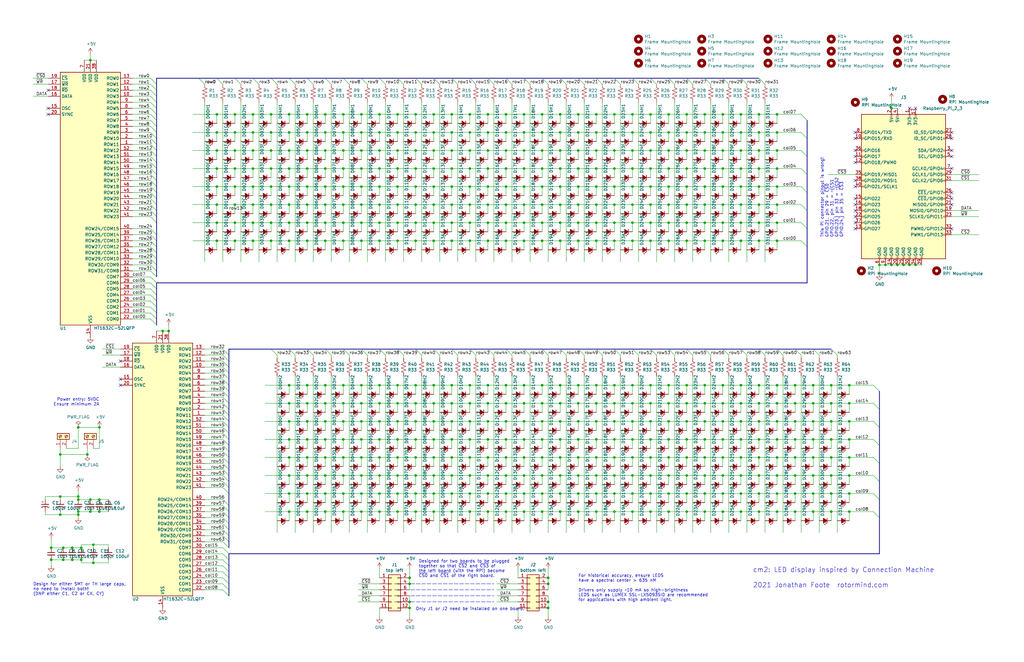
<source format=kicad_sch>
(kicad_sch (version 20211123) (generator eeschema)
  (paper "B")
  (title_block (title "CM2 Replica"))
  (junction (at 251.46 48.26))
  (junction (at 144.78 101.6))
  (junction (at 327.66 78.74))
  (junction (at 251.46 177.8))
  (junction (at 182.88 86.36))
  (junction (at 274.32 162.56))
  (junction (at 182.88 71.12))
  (junction (at 129.54 193.04))
  (junction (at 213.36 101.6))
  (junction (at 236.22 208.28))
  (junction (at 121.92 177.8))
  (junction (at 312.42 55.88))
  (junction (at 182.88 208.28))
  (junction (at 220.98 162.56))
  (junction (at 30.48 236.22))
  (junction (at 152.4 193.04))
  (junction (at 213.36 93.98))
  (junction (at 33.02 180.34))
  (junction (at 99.06 48.26))
  (junction (at 289.56 86.36))
  (junction (at 160.02 185.42))
  (junction (at 129.54 200.66))
  (junction (at 91.44 55.88))
  (junction (at 129.54 215.9))
  (junction (at 297.18 200.66))
  (junction (at 152.4 71.12))
  (junction (at 381 111.76))
  (junction (at 190.5 71.12))
  (junction (at 228.6 215.9))
  (junction (at 236.22 101.6))
  (junction (at 304.8 63.5))
  (junction (at 243.84 48.26))
  (junction (at 251.46 208.28))
  (junction (at 167.64 185.42))
  (junction (at 327.66 101.6))
  (junction (at 297.18 86.36))
  (junction (at 205.74 86.36))
  (junction (at 274.32 193.04))
  (junction (at 304.8 162.56))
  (junction (at 327.66 200.66))
  (junction (at 144.78 193.04))
  (junction (at 121.92 185.42))
  (junction (at 137.16 177.8))
  (junction (at 129.54 177.8))
  (junction (at 213.36 55.88))
  (junction (at 327.66 162.56))
  (junction (at 266.7 200.66))
  (junction (at 327.66 71.12))
  (junction (at 386.08 111.76))
  (junction (at 106.68 48.26))
  (junction (at 182.88 200.66))
  (junction (at 327.66 215.9))
  (junction (at 198.12 208.28))
  (junction (at 167.64 71.12))
  (junction (at 320.04 71.12))
  (junction (at 320.04 101.6))
  (junction (at 289.56 63.5))
  (junction (at 198.12 101.6))
  (junction (at 266.7 48.26))
  (junction (at 121.92 93.98))
  (junction (at 320.04 78.74))
  (junction (at 144.78 71.12))
  (junction (at 236.22 48.26))
  (junction (at 175.26 78.74))
  (junction (at 160.02 208.28))
  (junction (at 167.64 63.5))
  (junction (at 320.04 86.36))
  (junction (at 182.88 55.88))
  (junction (at 205.74 177.8))
  (junction (at 220.98 71.12))
  (junction (at 251.46 185.42))
  (junction (at 289.56 215.9))
  (junction (at 304.8 177.8))
  (junction (at 21.59 231.14))
  (junction (at 304.8 193.04))
  (junction (at 312.42 162.56))
  (junction (at 137.16 78.74))
  (junction (at 304.8 48.26))
  (junction (at 172.72 243.84))
  (junction (at 182.88 185.42))
  (junction (at 266.7 78.74))
  (junction (at 152.4 170.18))
  (junction (at 182.88 162.56))
  (junction (at 228.6 48.26))
  (junction (at 231.14 256.54))
  (junction (at 152.4 177.8))
  (junction (at 236.22 185.42))
  (junction (at 266.7 215.9))
  (junction (at 220.98 215.9))
  (junction (at 335.28 177.8))
  (junction (at 114.3 93.98))
  (junction (at 281.94 63.5))
  (junction (at 175.26 101.6))
  (junction (at 190.5 63.5))
  (junction (at 205.74 48.26))
  (junction (at 320.04 193.04))
  (junction (at 281.94 193.04))
  (junction (at 259.08 78.74))
  (junction (at 312.42 193.04))
  (junction (at 297.18 177.8))
  (junction (at 320.04 162.56))
  (junction (at 231.14 243.84))
  (junction (at 243.84 185.42))
  (junction (at 205.74 170.18))
  (junction (at 41.91 210.82))
  (junction (at 129.54 93.98))
  (junction (at 152.4 185.42))
  (junction (at 297.18 162.56))
  (junction (at 220.98 200.66))
  (junction (at 106.68 78.74))
  (junction (at 274.32 55.88))
  (junction (at 335.28 193.04))
  (junction (at 33.02 215.9))
  (junction (at 129.54 71.12))
  (junction (at 129.54 78.74))
  (junction (at 144.78 162.56))
  (junction (at 21.59 236.22))
  (junction (at 91.44 93.98))
  (junction (at 320.04 185.42))
  (junction (at 266.7 101.6))
  (junction (at 251.46 101.6))
  (junction (at 320.04 208.28))
  (junction (at 33.02 210.82))
  (junction (at 243.84 177.8))
  (junction (at 213.36 162.56))
  (junction (at 182.88 93.98))
  (junction (at 312.42 93.98))
  (junction (at 205.74 78.74))
  (junction (at 220.98 170.18))
  (junction (at 144.78 48.26))
  (junction (at 251.46 71.12))
  (junction (at 198.12 63.5))
  (junction (at 220.98 78.74))
  (junction (at 167.64 55.88))
  (junction (at 274.32 78.74))
  (junction (at 350.52 170.18))
  (junction (at 213.36 185.42))
  (junction (at 34.29 236.22))
  (junction (at 175.26 208.28))
  (junction (at 243.84 208.28))
  (junction (at 114.3 55.88))
  (junction (at 251.46 170.18))
  (junction (at 274.32 101.6))
  (junction (at 236.22 63.5))
  (junction (at 152.4 55.88))
  (junction (at 312.42 215.9))
  (junction (at 213.36 71.12))
  (junction (at 129.54 170.18))
  (junction (at 121.92 170.18))
  (junction (at 243.84 215.9))
  (junction (at 243.84 162.56))
  (junction (at 304.8 208.28))
  (junction (at 167.64 86.36))
  (junction (at 259.08 93.98))
  (junction (at 266.7 63.5))
  (junction (at 172.72 246.38))
  (junction (at 25.4 217.17))
  (junction (at 243.84 170.18))
  (junction (at 144.78 55.88))
  (junction (at 198.12 170.18))
  (junction (at 175.26 63.5))
  (junction (at 220.98 185.42))
  (junction (at 342.9 215.9))
  (junction (at 38.1 25.4))
  (junction (at 266.7 162.56))
  (junction (at 327.66 208.28))
  (junction (at 297.18 185.42))
  (junction (at 220.98 63.5))
  (junction (at 198.12 48.26))
  (junction (at 144.78 208.28))
  (junction (at 243.84 55.88))
  (junction (at 259.08 48.26))
  (junction (at 129.54 101.6))
  (junction (at 182.88 48.26))
  (junction (at 274.32 215.9))
  (junction (at 236.22 200.66))
  (junction (at 175.26 177.8))
  (junction (at 243.84 200.66))
  (junction (at 274.32 48.26))
  (junction (at 160.02 170.18))
  (junction (at 259.08 55.88))
  (junction (at 182.88 177.8))
  (junction (at 228.6 200.66))
  (junction (at 266.7 193.04))
  (junction (at 114.3 86.36))
  (junction (at 220.98 86.36))
  (junction (at 327.66 48.26))
  (junction (at 274.32 177.8))
  (junction (at 182.88 63.5))
  (junction (at 167.64 170.18))
  (junction (at 243.84 193.04))
  (junction (at 281.94 48.26))
  (junction (at 190.5 208.28))
  (junction (at 220.98 208.28))
  (junction (at 121.92 208.28))
  (junction (at 114.3 48.26))
  (junction (at 350.52 185.42))
  (junction (at 304.8 78.74))
  (junction (at 144.78 93.98))
  (junction (at 259.08 86.36))
  (junction (at 304.8 86.36))
  (junction (at 167.64 93.98))
  (junction (at 152.4 78.74))
  (junction (at 251.46 78.74))
  (junction (at 350.52 200.66))
  (junction (at 281.94 162.56))
  (junction (at 281.94 185.42))
  (junction (at 281.94 215.9))
  (junction (at 213.36 193.04))
  (junction (at 243.84 71.12))
  (junction (at 259.08 193.04))
  (junction (at 38.1 215.9))
  (junction (at 373.38 111.76))
  (junction (at 190.5 86.36))
  (junction (at 91.44 86.36))
  (junction (at 266.7 55.88))
  (junction (at 91.44 101.6))
  (junction (at 33.02 209.55))
  (junction (at 106.68 101.6))
  (junction (at 190.5 162.56))
  (junction (at 251.46 200.66))
  (junction (at 190.5 78.74))
  (junction (at 281.94 208.28))
  (junction (at 236.22 55.88))
  (junction (at 342.9 193.04))
  (junction (at 228.6 78.74))
  (junction (at 266.7 71.12))
  (junction (at 259.08 170.18))
  (junction (at 172.72 254))
  (junction (at 99.06 78.74))
  (junction (at 327.66 86.36))
  (junction (at 137.16 86.36))
  (junction (at 190.5 200.66))
  (junction (at 281.94 101.6))
  (junction (at 160.02 93.98))
  (junction (at 259.08 185.42))
  (junction (at 289.56 55.88))
  (junction (at 160.02 162.56))
  (junction (at 167.64 48.26))
  (junction (at 274.32 170.18))
  (junction (at 274.32 86.36))
  (junction (at 99.06 63.5))
  (junction (at 320.04 63.5))
  (junction (at 266.7 93.98))
  (junction (at 220.98 48.26))
  (junction (at 320.04 177.8))
  (junction (at 358.14 215.9))
  (junction (at 281.94 170.18))
  (junction (at 251.46 55.88))
  (junction (at 175.26 71.12))
  (junction (at 205.74 93.98))
  (junction (at 205.74 55.88))
  (junction (at 289.56 170.18))
  (junction (at 342.9 177.8))
  (junction (at 26.67 236.22))
  (junction (at 236.22 162.56))
  (junction (at 281.94 71.12))
  (junction (at 205.74 63.5))
  (junction (at 312.42 101.6))
  (junction (at 137.16 170.18))
  (junction (at 228.6 185.42))
  (junction (at 350.52 193.04))
  (junction (at 289.56 185.42))
  (junction (at 152.4 215.9))
  (junction (at 213.36 208.28))
  (junction (at 152.4 208.28))
  (junction (at 99.06 71.12))
  (junction (at 259.08 101.6))
  (junction (at 91.44 71.12))
  (junction (at 114.3 101.6))
  (junction (at 327.66 63.5))
  (junction (at 342.9 162.56))
  (junction (at 274.32 208.28))
  (junction (at 297.18 63.5))
  (junction (at 358.14 177.8))
  (junction (at 190.5 177.8))
  (junction (at 213.36 170.18))
  (junction (at 350.52 162.56))
  (junction (at 335.28 208.28))
  (junction (at 304.8 170.18))
  (junction (at 304.8 185.42))
  (junction (at 236.22 78.74))
  (junction (at 121.92 101.6))
  (junction (at 190.5 185.42))
  (junction (at 121.92 48.26))
  (junction (at 41.91 180.34))
  (junction (at 129.54 185.42))
  (junction (at 289.56 93.98))
  (junction (at 327.66 170.18))
  (junction (at 342.9 185.42))
  (junction (at 175.26 86.36))
  (junction (at 137.16 215.9))
  (junction (at 297.18 48.26))
  (junction (at 228.6 101.6))
  (junction (at 274.32 200.66))
  (junction (at 266.7 208.28))
  (junction (at 68.58 139.7))
  (junction (at 121.92 193.04))
  (junction (at 160.02 193.04))
  (junction (at 175.26 215.9))
  (junction (at 106.68 63.5))
  (junction (at 259.08 177.8))
  (junction (at 190.5 55.88))
  (junction (at 106.68 71.12))
  (junction (at 152.4 48.26))
  (junction (at 358.14 162.56))
  (junction (at 259.08 162.56))
  (junction (at 312.42 170.18))
  (junction (at 358.14 185.42))
  (junction (at 160.02 215.9))
  (junction (at 121.92 78.74))
  (junction (at 152.4 63.5))
  (junction (at 304.8 200.66))
  (junction (at 182.88 193.04))
  (junction (at 205.74 71.12))
  (junction (at 144.78 78.74))
  (junction (at 320.04 170.18))
  (junction (at 251.46 193.04))
  (junction (at 198.12 55.88))
  (junction (at 71.12 139.7))
  (junction (at 281.94 93.98))
  (junction (at 236.22 215.9))
  (junction (at 106.68 86.36))
  (junction (at 137.16 162.56))
  (junction (at 297.18 193.04))
  (junction (at 205.74 185.42))
  (junction (at 243.84 78.74))
  (junction (at 91.44 48.26))
  (junction (at 236.22 86.36))
  (junction (at 41.91 215.9))
  (junction (at 160.02 55.88))
  (junction (at 320.04 48.26))
  (junction (at 121.92 162.56))
  (junction (at 160.02 48.26))
  (junction (at 297.18 78.74))
  (junction (at 152.4 93.98))
  (junction (at 167.64 200.66))
  (junction (at 259.08 200.66))
  (junction (at 289.56 78.74))
  (junction (at 129.54 48.26))
  (junction (at 289.56 48.26))
  (junction (at 121.92 71.12))
  (junction (at 198.12 71.12))
  (junction (at 121.92 63.5))
  (junction (at 190.5 170.18))
  (junction (at 152.4 162.56))
  (junction (at 152.4 101.6))
  (junction (at 190.5 48.26))
  (junction (at 342.9 208.28))
  (junction (at 121.92 200.66))
  (junction (at 228.6 63.5))
  (junction (at 144.78 185.42))
  (junction (at 220.98 55.88))
  (junction (at 274.32 63.5))
  (junction (at 160.02 101.6))
  (junction (at 175.26 48.26))
  (junction (at 335.28 185.42))
  (junction (at 358.14 170.18))
  (junction (at 236.22 193.04))
  (junction (at 327.66 55.88))
  (junction (at 289.56 162.56))
  (junction (at 304.8 55.88))
  (junction (at 198.12 78.74))
  (junction (at 312.42 86.36))
  (junction (at 342.9 170.18))
  (junction (at 297.18 71.12))
  (junction (at 320.04 55.88))
  (junction (at 213.36 78.74))
  (junction (at 144.78 170.18))
  (junction (at 350.52 215.9))
  (junction (at 137.16 185.42))
  (junction (at 281.94 86.36))
  (junction (at 320.04 215.9))
  (junction (at 289.56 200.66))
  (junction (at 304.8 93.98))
  (junction (at 91.44 78.74))
  (junction (at 350.52 208.28))
  (junction (at 114.3 71.12))
  (junction (at 297.18 55.88))
  (junction (at 152.4 200.66))
  (junction (at 289.56 101.6))
  (junction (at 236.22 71.12))
  (junction (at 289.56 193.04))
  (junction (at 297.18 170.18))
  (junction (at 198.12 193.04))
  (junction (at 327.66 185.42))
  (junction (at 281.94 200.66))
  (junction (at 160.02 78.74))
  (junction (at 205.74 200.66))
  (junction (at 213.36 48.26))
  (junction (at 182.88 215.9))
  (junction (at 172.72 256.54))
  (junction (at 228.6 170.18))
  (junction (at 289.56 71.12))
  (junction (at 220.98 101.6))
  (junction (at 99.06 101.6))
  (junction (at 228.6 86.36))
  (junction (at 312.42 63.5))
  (junction (at 205.74 215.9))
  (junction (at 228.6 71.12))
  (junction (at 266.7 170.18))
  (junction (at 167.64 101.6))
  (junction (at 220.98 177.8))
  (junction (at 274.32 185.42))
  (junction (at 160.02 200.66))
  (junction (at 25.4 191.77))
  (junction (at 39.37 229.87))
  (junction (at 228.6 162.56))
  (junction (at 304.8 101.6))
  (junction (at 335.28 162.56))
  (junction (at 182.88 101.6))
  (junction (at 335.28 170.18))
  (junction (at 297.18 208.28))
  (junction (at 160.02 71.12))
  (junction (at 266.7 86.36))
  (junction (at 137.16 63.5))
  (junction (at 190.5 101.6))
  (junction (at 137.16 48.26))
  (junction (at 175.26 170.18))
  (junction (at 243.84 86.36))
  (junction (at 26.67 231.14))
  (junction (at 137.16 55.88))
  (junction (at 36.83 191.77))
  (junction (at 243.84 63.5))
  (junction (at 167.64 177.8))
  (junction (at 129.54 55.88))
  (junction (at 129.54 162.56))
  (junction (at 175.26 55.88))
  (junction (at 383.54 111.76))
  (junction (at 175.26 93.98))
  (junction (at 274.32 71.12))
  (junction (at 228.6 208.28))
  (junction (at 289.56 177.8))
  (junction (at 33.02 217.17))
  (junction (at 236.22 170.18))
  (junction (at 205.74 193.04))
  (junction (at 182.88 170.18))
  (junction (at 167.64 215.9))
  (junction (at 243.84 101.6))
  (junction (at 327.66 93.98))
  (junction (at 213.36 177.8))
  (junction (at 99.06 86.36))
  (junction (at 129.54 208.28))
  (junction (at 182.88 78.74))
  (junction (at 251.46 215.9))
  (junction (at 251.46 162.56))
  (junction (at 167.64 193.04))
  (junction (at 259.08 71.12))
  (junction (at 198.12 86.36))
  (junction (at 144.78 200.66))
  (junction (at 121.92 86.36))
  (junction (at 320.04 93.98))
  (junction (at 121.92 55.88))
  (junction (at 231.14 254))
  (junction (at 175.26 193.04))
  (junction (at 137.16 193.04))
  (junction (at 358.14 208.28))
  (junction (at 106.68 93.98))
  (junction (at 243.84 93.98))
  (junction (at 327.66 193.04))
  (junction (at 312.42 71.12))
  (junction (at 175.26 200.66))
  (junction (at 144.78 177.8))
  (junction (at 167.64 208.28))
  (junction (at 335.28 200.66))
  (junction (at 251.46 93.98))
  (junction (at 198.12 185.42))
  (junction (at 198.12 162.56))
  (junction (at 375.92 45.72))
  (junction (at 259.08 208.28))
  (junction (at 99.06 93.98))
  (junction (at 304.8 215.9))
  (junction (at 38.1 210.82))
  (junction (at 129.54 63.5))
  (junction (at 167.64 78.74))
  (junction (at 378.46 111.76))
  (junction (at 213.36 200.66))
  (junction (at 198.12 177.8))
  (junction (at 297.18 101.6))
  (junction (at 220.98 93.98))
  (junction (at 220.98 193.04))
  (junction (at 106.68 55.88))
  (junction (at 312.42 177.8))
  (junction (at 175.26 185.42))
  (junction (at 297.18 93.98))
  (junction (at 213.36 63.5))
  (junction (at 358.14 200.66))
  (junction (at 342.9 200.66))
  (junction (at 375.92 111.76))
  (junction (at 34.29 231.14))
  (junction (at 358.14 193.04))
  (junction (at 327.66 177.8))
  (junction (at 304.8 71.12))
  (junction (at 312.42 48.26))
  (junction (at 144.78 215.9))
  (junction (at 99.06 55.88))
  (junction (at 160.02 177.8))
  (junction (at 137.16 208.28))
  (junction (at 266.7 177.8))
  (junction (at 144.78 86.36))
  (junction (at 144.78 63.5))
  (junction (at 91.44 63.5))
  (junction (at 205.74 162.56))
  (junction (at 114.3 63.5))
  (junction (at 266.7 185.42))
  (junction (at 312.42 185.42))
  (junction (at 190.5 93.98))
  (junction (at 297.18 215.9))
  (junction (at 231.14 246.38))
  (junction (at 228.6 177.8))
  (junction (at 281.94 78.74))
  (junction (at 175.26 162.56))
  (junction (at 274.32 93.98))
  (junction (at 335.28 215.9))
  (junction (at 30.48 231.14))
  (junction (at 213.36 215.9))
  (junction (at 198.12 215.9))
  (junction (at 259.08 63.5))
  (junction (at 137.16 93.98))
  (junction (at 312.42 208.28))
  (junction (at 228.6 55.88))
  (junction (at 236.22 177.8))
  (junction (at 160.02 86.36))
  (junction (at 137.16 101.6))
  (junction (at 152.4 86.36))
  (junction (at 320.04 200.66))
  (junction (at 370.84 111.76))
  (junction (at 129.54 86.36))
  (junction (at 259.08 215.9))
  (junction (at 167.64 162.56))
  (junction (at 114.3 78.74))
  (junction (at 251.46 63.5))
  (junction (at 137.16 200.66))
  (junction (at 281.94 55.88))
  (junction (at 190.5 193.04))
  (junction (at 350.52 177.8))
  (junction (at 39.37 237.49))
  (junction (at 137.16 71.12))
  (junction (at 312.42 200.66))
  (junction (at 251.46 86.36))
  (junction (at 160.02 63.5))
  (junction (at 205.74 208.28))
  (junction (at 25.4 209.55))
  (junction (at 236.22 93.98))
  (junction (at 205.74 101.6))
  (junction (at 198.12 93.98))
  (junction (at 289.56 208.28))
  (junction (at 281.94 177.8))
  (junction (at 190.5 215.9))
  (junction (at 228.6 93.98))
  (junction (at 121.92 215.9))
  (junction (at 213.36 86.36))
  (junction (at 198.12 200.66))
  (junction (at 312.42 78.74))
  (junction (at 228.6 193.04))
  (no_connect (at 50.8 162.56))
  (no_connect (at 50.8 152.4))
  (no_connect (at 50.8 160.02))
  (no_connect (at 360.68 86.36))
  (no_connect (at 386.08 45.72))
  (no_connect (at 401.32 83.82))
  (no_connect (at 401.32 63.5))
  (no_connect (at 360.68 66.04))
  (no_connect (at 360.68 68.58))
  (no_connect (at 360.68 63.5))
  (no_connect (at 20.32 45.72))
  (no_connect (at 401.32 96.52))
  (no_connect (at 360.68 91.44))
  (no_connect (at 401.32 58.42))
  (no_connect (at 20.32 38.1))
  (no_connect (at 360.68 96.52))
  (no_connect (at 360.68 83.82))
  (no_connect (at 360.68 88.9))
  (no_connect (at 360.68 58.42))
  (no_connect (at 401.32 81.28))
  (no_connect (at 360.68 78.74))
  (no_connect (at 401.32 71.12))
  (no_connect (at 401.32 55.88))
  (no_connect (at 401.32 86.36))
  (no_connect (at 360.68 55.88))
  (no_connect (at 20.32 48.26))
  (no_connect (at 383.54 45.72))
  (no_connect (at 401.32 66.04))
  (no_connect (at 360.68 93.98))
  (no_connect (at 360.68 76.2))
  (bus_entry (at 63.5 132.08) (size 2.54 2.54))
  (bus_entry (at 114.3 33.02) (size 2.54 2.54))
  (bus_entry (at 228.6 33.02) (size 2.54 2.54))
  (bus_entry (at 93.98 203.2) (size 2.54 2.54))
  (bus_entry (at 220.98 33.02) (size 2.54 2.54))
  (bus_entry (at 63.5 58.42) (size 2.54 2.54))
  (bus_entry (at 63.5 45.72) (size 2.54 2.54))
  (bus_entry (at 63.5 73.66) (size 2.54 2.54))
  (bus_entry (at 93.98 185.42) (size 2.54 2.54))
  (bus_entry (at 368.3 162.56) (size 2.54 2.54))
  (bus_entry (at 63.5 134.62) (size 2.54 2.54))
  (bus_entry (at 63.5 81.28) (size 2.54 2.54))
  (bus_entry (at 190.5 147.32) (size 2.54 2.54))
  (bus_entry (at 63.5 111.76) (size 2.54 2.54))
  (bus_entry (at 93.98 231.14) (size 2.54 2.54))
  (bus_entry (at 297.18 33.02) (size 2.54 2.54))
  (bus_entry (at 121.92 147.32) (size 2.54 2.54))
  (bus_entry (at 93.98 210.82) (size 2.54 2.54))
  (bus_entry (at 63.5 50.8) (size 2.54 2.54))
  (bus_entry (at 304.8 33.02) (size 2.54 2.54))
  (bus_entry (at 93.98 193.04) (size 2.54 2.54))
  (bus_entry (at 368.3 170.18) (size 2.54 2.54))
  (bus_entry (at 93.98 165.1) (size 2.54 2.54))
  (bus_entry (at 175.26 147.32) (size 2.54 2.54))
  (bus_entry (at 337.82 63.5) (size 2.54 2.54))
  (bus_entry (at 63.5 104.14) (size 2.54 2.54))
  (bus_entry (at 152.4 147.32) (size 2.54 2.54))
  (bus_entry (at 93.98 243.84) (size 2.54 2.54))
  (bus_entry (at 281.94 147.32) (size 2.54 2.54))
  (bus_entry (at 63.5 48.26) (size 2.54 2.54))
  (bus_entry (at 368.3 208.28) (size 2.54 2.54))
  (bus_entry (at 190.5 33.02) (size 2.54 2.54))
  (bus_entry (at 91.44 33.02) (size 2.54 2.54))
  (bus_entry (at 63.5 106.68) (size 2.54 2.54))
  (bus_entry (at 93.98 172.72) (size 2.54 2.54))
  (bus_entry (at 93.98 170.18) (size 2.54 2.54))
  (bus_entry (at 93.98 205.74) (size 2.54 2.54))
  (bus_entry (at 337.82 55.88) (size 2.54 2.54))
  (bus_entry (at 289.56 33.02) (size 2.54 2.54))
  (bus_entry (at 63.5 63.5) (size 2.54 2.54))
  (bus_entry (at 93.98 154.94) (size 2.54 2.54))
  (bus_entry (at 350.52 147.32) (size 2.54 2.54))
  (bus_entry (at 63.5 60.96) (size 2.54 2.54))
  (bus_entry (at 63.5 109.22) (size 2.54 2.54))
  (bus_entry (at 63.5 55.88) (size 2.54 2.54))
  (bus_entry (at 337.82 93.98) (size 2.54 2.54))
  (bus_entry (at 63.5 86.36) (size 2.54 2.54))
  (bus_entry (at 182.88 33.02) (size 2.54 2.54))
  (bus_entry (at 93.98 149.86) (size 2.54 2.54))
  (bus_entry (at 63.5 66.04) (size 2.54 2.54))
  (bus_entry (at 93.98 195.58) (size 2.54 2.54))
  (bus_entry (at 144.78 33.02) (size 2.54 2.54))
  (bus_entry (at 63.5 127) (size 2.54 2.54))
  (bus_entry (at 93.98 248.92) (size 2.54 2.54))
  (bus_entry (at 93.98 190.5) (size 2.54 2.54))
  (bus_entry (at 93.98 241.3) (size 2.54 2.54))
  (bus_entry (at 337.82 101.6) (size 2.54 2.54))
  (bus_entry (at 63.5 99.06) (size 2.54 2.54))
  (bus_entry (at 266.7 147.32) (size 2.54 2.54))
  (bus_entry (at 213.36 33.02) (size 2.54 2.54))
  (bus_entry (at 93.98 233.68) (size 2.54 2.54))
  (bus_entry (at 93.98 160.02) (size 2.54 2.54))
  (bus_entry (at 93.98 223.52) (size 2.54 2.54))
  (bus_entry (at 297.18 147.32) (size 2.54 2.54))
  (bus_entry (at 320.04 33.02) (size 2.54 2.54))
  (bus_entry (at 93.98 152.4) (size 2.54 2.54))
  (bus_entry (at 220.98 147.32) (size 2.54 2.54))
  (bus_entry (at 337.82 71.12) (size 2.54 2.54))
  (bus_entry (at 167.64 147.32) (size 2.54 2.54))
  (bus_entry (at 86.36 35.56) (size -2.54 -2.54))
  (bus_entry (at 243.84 147.32) (size 2.54 2.54))
  (bus_entry (at 266.7 33.02) (size 2.54 2.54))
  (bus_entry (at 121.92 33.02) (size 2.54 2.54))
  (bus_entry (at 93.98 157.48) (size 2.54 2.54))
  (bus_entry (at 274.32 147.32) (size 2.54 2.54))
  (bus_entry (at 320.04 147.32) (size 2.54 2.54))
  (bus_entry (at 160.02 33.02) (size 2.54 2.54))
  (bus_entry (at 337.82 86.36) (size 2.54 2.54))
  (bus_entry (at 63.5 91.44) (size 2.54 2.54))
  (bus_entry (at 342.9 147.32) (size 2.54 2.54))
  (bus_entry (at 63.5 129.54) (size 2.54 2.54))
  (bus_entry (at 205.74 147.32) (size 2.54 2.54))
  (bus_entry (at 236.22 33.02) (size 2.54 2.54))
  (bus_entry (at 213.36 147.32) (size 2.54 2.54))
  (bus_entry (at 160.02 147.32) (size 2.54 2.54))
  (bus_entry (at 368.3 215.9) (size 2.54 2.54))
  (bus_entry (at 63.5 35.56) (size 2.54 2.54))
  (bus_entry (at 129.54 147.32) (size 2.54 2.54))
  (bus_entry (at 93.98 246.38) (size 2.54 2.54))
  (bus_entry (at 129.54 33.02) (size 2.54 2.54))
  (bus_entry (at 63.5 114.3) (size 2.54 2.54))
  (bus_entry (at 63.5 71.12) (size 2.54 2.54))
  (bus_entry (at 93.98 180.34) (size 2.54 2.54))
  (bus_entry (at 99.06 33.02) (size 2.54 2.54))
  (bus_entry (at 236.22 147.32) (size 2.54 2.54))
  (bus_entry (at 63.5 83.82) (size 2.54 2.54))
  (bus_entry (at 337.82 78.74) (size 2.54 2.54))
  (bus_entry (at 106.68 33.02) (size 2.54 2.54))
  (bus_entry (at 259.08 147.32) (size 2.54 2.54))
  (bus_entry (at 198.12 147.32) (size 2.54 2.54))
  (bus_entry (at 144.78 147.32) (size 2.54 2.54))
  (bus_entry (at 137.16 147.32) (size 2.54 2.54))
  (bus_entry (at 198.12 33.02) (size 2.54 2.54))
  (bus_entry (at 63.5 116.84) (size 2.54 2.54))
  (bus_entry (at 93.98 236.22) (size 2.54 2.54))
  (bus_entry (at 182.88 147.32) (size 2.54 2.54))
  (bus_entry (at 93.98 187.96) (size 2.54 2.54))
  (bus_entry (at 63.5 88.9) (size 2.54 2.54))
  (bus_entry (at 368.3 193.04) (size 2.54 2.54))
  (bus_entry (at 312.42 33.02) (size 2.54 2.54))
  (bus_entry (at 93.98 175.26) (size 2.54 2.54))
  (bus_entry (at 281.94 33.02) (size 2.54 2.54))
  (bus_entry (at 63.5 33.02) (size 2.54 2.54))
  (bus_entry (at 243.84 33.02) (size 2.54 2.54))
  (bus_entry (at 63.5 68.58) (size 2.54 2.54))
  (bus_entry (at 93.98 147.32) (size 2.54 2.54))
  (bus_entry (at 93.98 218.44) (size 2.54 2.54))
  (bus_entry (at 93.98 182.88) (size 2.54 2.54))
  (bus_entry (at 63.5 43.18) (size 2.54 2.54))
  (bus_entry (at 93.98 162.56) (size 2.54 2.54))
  (bus_entry (at 63.5 121.92) (size 2.54 2.54))
  (bus_entry (at 93.98 228.6) (size 2.54 2.54))
  (bus_entry (at 368.3 177.8) (size 2.54 2.54))
  (bus_entry (at 167.64 33.02) (size 2.54 2.54))
  (bus_entry (at 63.5 101.6) (size 2.54 2.54))
  (bus_entry (at 116.84 149.86) (size -2.54 -2.54))
  (bus_entry (at 312.42 147.32) (size 2.54 2.54))
  (bus_entry (at 337.82 48.26) (size 2.54 2.54))
  (bus_entry (at 63.5 96.52) (size 2.54 2.54))
  (bus_entry (at 228.6 147.32) (size 2.54 2.54))
  (bus_entry (at 304.8 147.32) (size 2.54 2.54))
  (bus_entry (at 63.5 124.46) (size 2.54 2.54))
  (bus_entry (at 93.98 220.98) (size 2.54 2.54))
  (bus_entry (at 335.28 147.32) (size 2.54 2.54))
  (bus_entry (at 327.66 147.32) (size 2.54 2.54))
  (bus_entry (at 93.98 177.8) (size 2.54 2.54))
  (bus_entry (at 93.98 213.36) (size 2.54 2.54))
  (bus_entry (at 368.3 185.42) (size 2.54 2.54))
  (bus_entry (at 93.98 198.12) (size 2.54 2.54))
  (bus_entry (at 368.3 200.66) (size 2.54 2.54))
  (bus_entry (at 63.5 76.2) (size 2.54 2.54))
  (bus_entry (at 63.5 38.1) (size 2.54 2.54))
  (bus_entry (at 274.32 33.02) (size 2.54 2.54))
  (bus_entry (at 63.5 78.74) (size 2.54 2.54))
  (bus_entry (at 205.74 33.02) (size 2.54 2.54))
  (bus_entry (at 93.98 226.06) (size 2.54 2.54))
  (bus_entry (at 259.08 33.02) (size 2.54 2.54))
  (bus_entry (at 251.46 33.02) (size 2.54 2.54))
  (bus_entry (at 93.98 167.64) (size 2.54 2.54))
  (bus_entry (at 137.16 33.02) (size 2.54 2.54))
  (bus_entry (at 93.98 200.66) (size 2.54 2.54))
  (bus_entry (at 63.5 40.64) (size 2.54 2.54))
  (bus_entry (at 251.46 147.32) (size 2.54 2.54))
  (bus_entry (at 289.56 147.32) (size 2.54 2.54))
  (bus_entry (at 93.98 215.9) (size 2.54 2.54))
  (bus_entry (at 93.98 238.76) (size 2.54 2.54))
  (bus_entry (at 175.26 33.02) (size 2.54 2.54))
  (bus_entry (at 63.5 119.38) (size 2.54 2.54))
  (bus_entry (at 152.4 33.02) (size 2.54 2.54))
  (bus_entry (at 63.5 53.34) (size 2.54 2.54))
  (wire (pts (xy 327.66 93.98) (xy 320.04 93.98)))
  (wire (pts (xy 281.94 173.99) (xy 281.94 170.18)))
  (wire (pts (xy 243.84 200.66) (xy 236.22 200.66)))
  (polyline (pts (xy 166.37 254) (xy 208.28 254)))
  (wire (pts (xy 266.7 208.28) (xy 259.08 208.28)))
  (bus (pts (xy 220.98 147.32) (xy 228.6 147.32)))
  (wire (pts (xy 243.84 193.04) (xy 236.22 193.04)))
  (bus (pts (xy 66.04 60.96) (xy 66.04 63.5)))
  (wire (pts (xy 175.26 63.5) (xy 167.64 63.5)))
  (wire (pts (xy 63.5 58.42) (xy 55.88 58.42)))
  (wire (pts (xy 63.5 83.82) (xy 55.88 83.82)))
  (wire (pts (xy 121.92 212.09) (xy 121.92 208.28)))
  (wire (pts (xy 251.46 215.9) (xy 243.84 215.9)))
  (wire (pts (xy 182.88 101.6) (xy 175.26 101.6)))
  (wire (pts (xy 335.28 166.37) (xy 335.28 162.56)))
  (wire (pts (xy 106.68 63.5) (xy 99.06 63.5)))
  (wire (pts (xy 246.38 151.13) (xy 246.38 149.86)))
  (wire (pts (xy 182.88 162.56) (xy 175.26 162.56)))
  (wire (pts (xy 38.1 215.9) (xy 41.91 215.9)))
  (wire (pts (xy 335.28 185.42) (xy 327.66 185.42)))
  (wire (pts (xy 304.8 185.42) (xy 297.18 185.42)))
  (wire (pts (xy 137.16 59.69) (xy 137.16 55.88)))
  (wire (pts (xy 312.42 59.69) (xy 312.42 55.88)))
  (wire (pts (xy 121.92 52.07) (xy 121.92 48.26)))
  (wire (pts (xy 121.92 71.12) (xy 114.3 71.12)))
  (wire (pts (xy 289.56 170.18) (xy 281.94 170.18)))
  (wire (pts (xy 55.88 109.22) (xy 63.5 109.22)))
  (wire (pts (xy 190.5 55.88) (xy 182.88 55.88)))
  (bus (pts (xy 251.46 147.32) (xy 259.08 147.32)))
  (wire (pts (xy 175.26 170.18) (xy 167.64 170.18)))
  (wire (pts (xy 304.8 181.61) (xy 304.8 177.8)))
  (wire (pts (xy 86.36 177.8) (xy 93.98 177.8)))
  (bus (pts (xy 66.04 119.38) (xy 66.04 121.92)))
  (wire (pts (xy 297.18 52.07) (xy 297.18 48.26)))
  (wire (pts (xy 144.78 212.09) (xy 144.78 208.28)))
  (wire (pts (xy 167.64 82.55) (xy 167.64 78.74)))
  (wire (pts (xy 236.22 200.66) (xy 228.6 200.66)))
  (wire (pts (xy 297.18 204.47) (xy 297.18 200.66)))
  (wire (pts (xy 274.32 101.6) (xy 266.7 101.6)))
  (wire (pts (xy 129.54 196.85) (xy 129.54 193.04)))
  (wire (pts (xy 121.92 82.55) (xy 121.92 78.74)))
  (wire (pts (xy 243.84 90.17) (xy 243.84 86.36)))
  (wire (pts (xy 152.4 97.79) (xy 152.4 93.98)))
  (wire (pts (xy 223.52 151.13) (xy 223.52 149.86)))
  (wire (pts (xy 144.78 193.04) (xy 137.16 193.04)))
  (wire (pts (xy 274.32 196.85) (xy 274.32 193.04)))
  (wire (pts (xy 220.98 181.61) (xy 220.98 177.8)))
  (wire (pts (xy 182.88 52.07) (xy 182.88 48.26)))
  (bus (pts (xy 370.84 203.2) (xy 370.84 210.82)))
  (wire (pts (xy 121.92 101.6) (xy 114.3 101.6)))
  (wire (pts (xy 266.7 93.98) (xy 259.08 93.98)))
  (wire (pts (xy 358.14 219.71) (xy 358.14 215.9)))
  (wire (pts (xy 144.78 166.37) (xy 144.78 162.56)))
  (wire (pts (xy 55.88 119.38) (xy 63.5 119.38)))
  (wire (pts (xy 269.24 43.18) (xy 269.24 110.49)))
  (bus (pts (xy 304.8 33.02) (xy 312.42 33.02)))
  (wire (pts (xy 266.7 166.37) (xy 266.7 162.56)))
  (wire (pts (xy 304.8 71.12) (xy 297.18 71.12)))
  (wire (pts (xy 55.88 71.12) (xy 63.5 71.12)))
  (wire (pts (xy 251.46 86.36) (xy 243.84 86.36)))
  (wire (pts (xy 236.22 97.79) (xy 236.22 93.98)))
  (wire (pts (xy 139.7 43.18) (xy 139.7 110.49)))
  (wire (pts (xy 281.94 90.17) (xy 281.94 86.36)))
  (wire (pts (xy 205.74 55.88) (xy 198.12 55.88)))
  (wire (pts (xy 213.36 59.69) (xy 213.36 55.88)))
  (wire (pts (xy 243.84 173.99) (xy 243.84 170.18)))
  (wire (pts (xy 144.78 86.36) (xy 137.16 86.36)))
  (wire (pts (xy 182.88 82.55) (xy 182.88 78.74)))
  (wire (pts (xy 129.54 78.74) (xy 121.92 78.74)))
  (wire (pts (xy 205.74 48.26) (xy 198.12 48.26)))
  (bus (pts (xy 66.04 88.9) (xy 66.04 91.44)))
  (wire (pts (xy 190.5 105.41) (xy 190.5 101.6)))
  (wire (pts (xy 327.66 55.88) (xy 337.82 55.88)))
  (wire (pts (xy 274.32 204.47) (xy 274.32 200.66)))
  (wire (pts (xy 358.14 173.99) (xy 358.14 170.18)))
  (bus (pts (xy 96.52 167.64) (xy 96.52 170.18)))
  (bus (pts (xy 96.52 238.76) (xy 96.52 241.3)))
  (bus (pts (xy 66.04 119.38) (xy 340.36 119.38)))
  (wire (pts (xy 182.88 93.98) (xy 175.26 93.98)))
  (wire (pts (xy 190.5 200.66) (xy 182.88 200.66)))
  (wire (pts (xy 213.36 90.17) (xy 213.36 86.36)))
  (wire (pts (xy 220.98 208.28) (xy 213.36 208.28)))
  (wire (pts (xy 251.46 90.17) (xy 251.46 86.36)))
  (wire (pts (xy 304.8 86.36) (xy 297.18 86.36)))
  (wire (pts (xy 144.78 204.47) (xy 144.78 200.66)))
  (wire (pts (xy 160.02 173.99) (xy 160.02 170.18)))
  (wire (pts (xy 114.3 52.07) (xy 114.3 48.26)))
  (wire (pts (xy 190.5 52.07) (xy 190.5 48.26)))
  (wire (pts (xy 34.29 231.14) (xy 34.29 229.87)))
  (wire (pts (xy 116.84 43.18) (xy 116.84 110.49)))
  (wire (pts (xy 297.18 162.56) (xy 289.56 162.56)))
  (wire (pts (xy 312.42 219.71) (xy 312.42 215.9)))
  (wire (pts (xy 50.8 149.86) (xy 43.18 149.86)))
  (wire (pts (xy 327.66 181.61) (xy 327.66 177.8)))
  (wire (pts (xy 320.04 90.17) (xy 320.04 86.36)))
  (wire (pts (xy 289.56 74.93) (xy 289.56 71.12)))
  (bus (pts (xy 312.42 33.02) (xy 320.04 33.02)))
  (wire (pts (xy 152.4 196.85) (xy 152.4 193.04)))
  (bus (pts (xy 66.04 33.02) (xy 66.04 35.56)))
  (wire (pts (xy 320.04 105.41) (xy 320.04 101.6)))
  (wire (pts (xy 86.36 187.96) (xy 93.98 187.96)))
  (wire (pts (xy 144.78 173.99) (xy 144.78 170.18)))
  (wire (pts (xy 198.12 170.18) (xy 190.5 170.18)))
  (wire (pts (xy 320.04 181.61) (xy 320.04 177.8)))
  (wire (pts (xy 274.32 212.09) (xy 274.32 208.28)))
  (wire (pts (xy 101.6 43.18) (xy 101.6 110.49)))
  (wire (pts (xy 121.92 177.8) (xy 111.76 177.8)))
  (wire (pts (xy 144.78 215.9) (xy 137.16 215.9)))
  (bus (pts (xy 370.84 210.82) (xy 370.84 218.44)))
  (wire (pts (xy 86.36 213.36) (xy 93.98 213.36)))
  (bus (pts (xy 144.78 147.32) (xy 152.4 147.32)))
  (wire (pts (xy 121.92 196.85) (xy 121.92 193.04)))
  (wire (pts (xy 109.22 43.18) (xy 109.22 110.49)))
  (wire (pts (xy 320.04 193.04) (xy 312.42 193.04)))
  (bus (pts (xy 66.04 99.06) (xy 66.04 101.6)))
  (wire (pts (xy 243.84 219.71) (xy 243.84 215.9)))
  (wire (pts (xy 327.66 200.66) (xy 320.04 200.66)))
  (wire (pts (xy 312.42 215.9) (xy 304.8 215.9)))
  (wire (pts (xy 259.08 189.23) (xy 259.08 185.42)))
  (wire (pts (xy 320.04 55.88) (xy 312.42 55.88)))
  (wire (pts (xy 63.5 127) (xy 55.88 127)))
  (wire (pts (xy 121.92 48.26) (xy 114.3 48.26)))
  (wire (pts (xy 182.88 105.41) (xy 182.88 101.6)))
  (bus (pts (xy 228.6 33.02) (xy 236.22 33.02)))
  (wire (pts (xy 152.4 90.17) (xy 152.4 86.36)))
  (wire (pts (xy 86.36 198.12) (xy 93.98 198.12)))
  (wire (pts (xy 289.56 208.28) (xy 281.94 208.28)))
  (wire (pts (xy 124.46 151.13) (xy 124.46 149.86)))
  (wire (pts (xy 342.9 177.8) (xy 335.28 177.8)))
  (wire (pts (xy 274.32 63.5) (xy 266.7 63.5)))
  (wire (pts (xy 327.66 74.93) (xy 327.66 71.12)))
  (wire (pts (xy 137.16 162.56) (xy 129.54 162.56)))
  (wire (pts (xy 160.02 254) (xy 151.13 254)))
  (wire (pts (xy 297.18 55.88) (xy 289.56 55.88)))
  (bus (pts (xy 96.52 193.04) (xy 96.52 195.58)))
  (wire (pts (xy 243.84 63.5) (xy 236.22 63.5)))
  (wire (pts (xy 182.88 71.12) (xy 175.26 71.12)))
  (wire (pts (xy 297.18 196.85) (xy 297.18 193.04)))
  (wire (pts (xy 205.74 86.36) (xy 198.12 86.36)))
  (wire (pts (xy 91.44 48.26) (xy 81.28 48.26)))
  (wire (pts (xy 274.32 67.31) (xy 274.32 63.5)))
  (wire (pts (xy 182.88 196.85) (xy 182.88 193.04)))
  (wire (pts (xy 99.06 59.69) (xy 99.06 55.88)))
  (wire (pts (xy 261.62 43.18) (xy 261.62 110.49)))
  (wire (pts (xy 228.6 212.09) (xy 228.6 208.28)))
  (wire (pts (xy 121.92 63.5) (xy 114.3 63.5)))
  (bus (pts (xy 342.9 147.32) (xy 350.52 147.32)))
  (wire (pts (xy 236.22 170.18) (xy 228.6 170.18)))
  (wire (pts (xy 370.84 111.76) (xy 370.84 115.57)))
  (wire (pts (xy 281.94 55.88) (xy 274.32 55.88)))
  (wire (pts (xy 38.1 22.86) (xy 38.1 25.4)))
  (bus (pts (xy 66.04 124.46) (xy 66.04 127)))
  (wire (pts (xy 106.68 97.79) (xy 106.68 93.98)))
  (wire (pts (xy 320.04 74.93) (xy 320.04 71.12)))
  (wire (pts (xy 220.98 90.17) (xy 220.98 86.36)))
  (wire (pts (xy 358.14 189.23) (xy 358.14 185.42)))
  (wire (pts (xy 198.12 52.07) (xy 198.12 48.26)))
  (wire (pts (xy 297.18 208.28) (xy 289.56 208.28)))
  (wire (pts (xy 243.84 208.28) (xy 236.22 208.28)))
  (wire (pts (xy 213.36 93.98) (xy 205.74 93.98)))
  (wire (pts (xy 281.94 52.07) (xy 281.94 48.26)))
  (wire (pts (xy 335.28 219.71) (xy 335.28 215.9)))
  (wire (pts (xy 114.3 48.26) (xy 106.68 48.26)))
  (wire (pts (xy 129.54 59.69) (xy 129.54 55.88)))
  (wire (pts (xy 312.42 48.26) (xy 304.8 48.26)))
  (wire (pts (xy 292.1 158.75) (xy 292.1 224.79)))
  (wire (pts (xy 198.12 200.66) (xy 190.5 200.66)))
  (wire (pts (xy 266.7 212.09) (xy 266.7 208.28)))
  (wire (pts (xy 274.32 48.26) (xy 266.7 48.26)))
  (wire (pts (xy 190.5 212.09) (xy 190.5 208.28)))
  (wire (pts (xy 342.9 196.85) (xy 342.9 193.04)))
  (wire (pts (xy 39.37 229.87) (xy 45.72 229.87)))
  (wire (pts (xy 213.36 105.41) (xy 213.36 101.6)))
  (wire (pts (xy 129.54 185.42) (xy 121.92 185.42)))
  (wire (pts (xy 378.46 111.76) (xy 381 111.76)))
  (wire (pts (xy 281.94 189.23) (xy 281.94 185.42)))
  (bus (pts (xy 243.84 147.32) (xy 251.46 147.32)))
  (bus (pts (xy 66.04 38.1) (xy 66.04 40.64)))
  (wire (pts (xy 243.84 181.61) (xy 243.84 177.8)))
  (wire (pts (xy 139.7 151.13) (xy 139.7 149.86)))
  (bus (pts (xy 96.52 185.42) (xy 96.52 187.96)))
  (wire (pts (xy 289.56 90.17) (xy 289.56 86.36)))
  (wire (pts (xy 167.64 204.47) (xy 167.64 200.66)))
  (wire (pts (xy 220.98 97.79) (xy 220.98 93.98)))
  (bus (pts (xy 66.04 111.76) (xy 66.04 114.3)))
  (wire (pts (xy 63.5 53.34) (xy 55.88 53.34)))
  (wire (pts (xy 259.08 181.61) (xy 259.08 177.8)))
  (wire (pts (xy 266.7 173.99) (xy 266.7 170.18)))
  (wire (pts (xy 198.12 162.56) (xy 190.5 162.56)))
  (wire (pts (xy 342.9 208.28) (xy 335.28 208.28)))
  (wire (pts (xy 215.9 151.13) (xy 215.9 149.86)))
  (wire (pts (xy 220.98 86.36) (xy 213.36 86.36)))
  (bus (pts (xy 96.52 205.74) (xy 96.52 208.28)))
  (wire (pts (xy 205.74 219.71) (xy 205.74 215.9)))
  (wire (pts (xy 342.9 212.09) (xy 342.9 208.28)))
  (wire (pts (xy 121.92 215.9) (xy 111.76 215.9)))
  (wire (pts (xy 228.6 105.41) (xy 228.6 101.6)))
  (wire (pts (xy 228.6 52.07) (xy 228.6 48.26)))
  (wire (pts (xy 236.22 185.42) (xy 228.6 185.42)))
  (wire (pts (xy 246.38 158.75) (xy 246.38 224.79)))
  (bus (pts (xy 190.5 147.32) (xy 198.12 147.32)))
  (wire (pts (xy 274.32 185.42) (xy 266.7 185.42)))
  (wire (pts (xy 220.98 173.99) (xy 220.98 170.18)))
  (wire (pts (xy 137.16 101.6) (xy 129.54 101.6)))
  (wire (pts (xy 259.08 193.04) (xy 251.46 193.04)))
  (wire (pts (xy 55.88 99.06) (xy 63.5 99.06)))
  (wire (pts (xy 281.94 181.61) (xy 281.94 177.8)))
  (wire (pts (xy 190.5 208.28) (xy 182.88 208.28)))
  (wire (pts (xy 152.4 193.04) (xy 144.78 193.04)))
  (wire (pts (xy 304.8 93.98) (xy 297.18 93.98)))
  (wire (pts (xy 320.04 97.79) (xy 320.04 93.98)))
  (wire (pts (xy 205.74 71.12) (xy 198.12 71.12)))
  (wire (pts (xy 266.7 55.88) (xy 259.08 55.88)))
  (wire (pts (xy 327.66 71.12) (xy 337.82 71.12)))
  (wire (pts (xy 38.1 210.82) (xy 41.91 210.82)))
  (wire (pts (xy 312.42 74.93) (xy 312.42 71.12)))
  (wire (pts (xy 251.46 185.42) (xy 243.84 185.42)))
  (bus (pts (xy 213.36 33.02) (xy 220.98 33.02)))
  (wire (pts (xy 172.72 243.84) (xy 172.72 246.38)))
  (wire (pts (xy 121.92 74.93) (xy 121.92 71.12)))
  (wire (pts (xy 266.7 71.12) (xy 259.08 71.12)))
  (wire (pts (xy 320.04 208.28) (xy 312.42 208.28)))
  (wire (pts (xy 91.44 93.98) (xy 81.28 93.98)))
  (wire (pts (xy 129.54 48.26) (xy 121.92 48.26)))
  (wire (pts (xy 86.36 172.72) (xy 93.98 172.72)))
  (bus (pts (xy 205.74 33.02) (xy 213.36 33.02)))
  (wire (pts (xy 91.44 90.17) (xy 91.44 86.36)))
  (wire (pts (xy 160.02 55.88) (xy 152.4 55.88)))
  (bus (pts (xy 259.08 33.02) (xy 266.7 33.02)))
  (bus (pts (xy 129.54 147.32) (xy 137.16 147.32)))
  (wire (pts (xy 86.36 165.1) (xy 93.98 165.1)))
  (wire (pts (xy 160.02 204.47) (xy 160.02 200.66)))
  (wire (pts (xy 289.56 196.85) (xy 289.56 193.04)))
  (wire (pts (xy 144.78 82.55) (xy 144.78 78.74)))
  (wire (pts (xy 350.52 204.47) (xy 350.52 200.66)))
  (wire (pts (xy 152.4 162.56) (xy 144.78 162.56)))
  (wire (pts (xy 121.92 59.69) (xy 121.92 55.88)))
  (wire (pts (xy 281.94 86.36) (xy 274.32 86.36)))
  (wire (pts (xy 144.78 67.31) (xy 144.78 63.5)))
  (wire (pts (xy 261.62 151.13) (xy 261.62 149.86)))
  (wire (pts (xy 243.84 55.88) (xy 236.22 55.88)))
  (wire (pts (xy 182.88 90.17) (xy 182.88 86.36)))
  (wire (pts (xy 251.46 101.6) (xy 243.84 101.6)))
  (wire (pts (xy 297.18 97.79) (xy 297.18 93.98)))
  (bus (pts (xy 66.04 86.36) (xy 66.04 88.9)))
  (wire (pts (xy 231.14 240.03) (xy 231.14 243.84)))
  (wire (pts (xy 121.92 55.88) (xy 114.3 55.88)))
  (wire (pts (xy 25.4 191.77) (xy 36.83 191.77)))
  (wire (pts (xy 86.36 195.58) (xy 93.98 195.58)))
  (wire (pts (xy 213.36 181.61) (xy 213.36 177.8)))
  (wire (pts (xy 129.54 170.18) (xy 121.92 170.18)))
  (wire (pts (xy 281.94 162.56) (xy 274.32 162.56)))
  (wire (pts (xy 236.22 212.09) (xy 236.22 208.28)))
  (wire (pts (xy 353.06 151.13) (xy 353.06 149.86)))
  (wire (pts (xy 45.72 229.87) (xy 45.72 231.14)))
  (wire (pts (xy 167.64 59.69) (xy 167.64 55.88)))
  (wire (pts (xy 228.6 71.12) (xy 220.98 71.12)))
  (wire (pts (xy 350.52 173.99) (xy 350.52 170.18)))
  (wire (pts (xy 147.32 43.18) (xy 147.32 110.49)))
  (wire (pts (xy 30.48 236.22) (xy 34.29 236.22)))
  (wire (pts (xy 236.22 208.28) (xy 228.6 208.28)))
  (wire (pts (xy 342.9 215.9) (xy 335.28 215.9)))
  (wire (pts (xy 137.16 212.09) (xy 137.16 208.28)))
  (wire (pts (xy 236.22 82.55) (xy 236.22 78.74)))
  (wire (pts (xy 322.58 43.18) (xy 322.58 110.49)))
  (bus (pts (xy 96.52 147.32) (xy 96.52 149.86)))
  (bus (pts (xy 66.04 33.02) (xy 83.82 33.02)))
  (wire (pts (xy 304.8 177.8) (xy 297.18 177.8)))
  (wire (pts (xy 106.68 101.6) (xy 99.06 101.6)))
  (wire (pts (xy 55.88 50.8) (xy 63.5 50.8)))
  (wire (pts (xy 383.54 111.76) (xy 386.08 111.76)))
  (wire (pts (xy 228.6 59.69) (xy 228.6 55.88)))
  (wire (pts (xy 289.56 97.79) (xy 289.56 93.98)))
  (bus (pts (xy 274.32 33.02) (xy 281.94 33.02)))
  (wire (pts (xy 320.04 170.18) (xy 312.42 170.18)))
  (wire (pts (xy 345.44 151.13) (xy 345.44 149.86)))
  (wire (pts (xy 231.14 256.54) (xy 231.14 254)))
  (wire (pts (xy 177.8 151.13) (xy 177.8 149.86)))
  (wire (pts (xy 167.64 200.66) (xy 160.02 200.66)))
  (wire (pts (xy 330.2 151.13) (xy 330.2 149.86)))
  (wire (pts (xy 63.5 116.84) (xy 55.88 116.84)))
  (wire (pts (xy 297.18 86.36) (xy 289.56 86.36)))
  (wire (pts (xy 208.28 151.13) (xy 208.28 149.86)))
  (wire (pts (xy 66.04 139.7) (xy 68.58 139.7)))
  (wire (pts (xy 350.52 219.71) (xy 350.52 215.9)))
  (wire (pts (xy 144.78 181.61) (xy 144.78 177.8)))
  (wire (pts (xy 312.42 82.55) (xy 312.42 78.74)))
  (bus (pts (xy 96.52 187.96) (xy 96.52 190.5)))
  (wire (pts (xy 20.32 35.56) (xy 13.97 35.56)))
  (bus (pts (xy 66.04 71.12) (xy 66.04 73.66)))
  (wire (pts (xy 335.28 177.8) (xy 327.66 177.8)))
  (wire (pts (xy 259.08 78.74) (xy 251.46 78.74)))
  (wire (pts (xy 91.44 101.6) (xy 81.28 101.6)))
  (wire (pts (xy 350.52 208.28) (xy 342.9 208.28)))
  (wire (pts (xy 154.94 43.18) (xy 154.94 110.49)))
  (wire (pts (xy 236.22 215.9) (xy 228.6 215.9)))
  (wire (pts (xy 152.4 166.37) (xy 152.4 162.56)))
  (wire (pts (xy 345.44 158.75) (xy 345.44 224.79)))
  (wire (pts (xy 45.72 236.22) (xy 45.72 237.49)))
  (wire (pts (xy 220.98 212.09) (xy 220.98 208.28)))
  (wire (pts (xy 251.46 74.93) (xy 251.46 71.12)))
  (wire (pts (xy 205.74 93.98) (xy 198.12 93.98)))
  (wire (pts (xy 93.98 43.18) (xy 93.98 110.49)))
  (wire (pts (xy 144.78 90.17) (xy 144.78 86.36)))
  (wire (pts (xy 236.22 193.04) (xy 228.6 193.04)))
  (wire (pts (xy 236.22 173.99) (xy 236.22 170.18)))
  (wire (pts (xy 289.56 86.36) (xy 281.94 86.36)))
  (wire (pts (xy 129.54 55.88) (xy 121.92 55.88)))
  (wire (pts (xy 243.84 101.6) (xy 236.22 101.6)))
  (wire (pts (xy 190.5 189.23) (xy 190.5 185.42)))
  (wire (pts (xy 251.46 55.88) (xy 243.84 55.88)))
  (wire (pts (xy 269.24 151.13) (xy 269.24 149.86)))
  (wire (pts (xy 144.78 208.28) (xy 137.16 208.28)))
  (bus (pts (xy 66.04 101.6) (xy 66.04 104.14)))
  (wire (pts (xy 281.94 78.74) (xy 274.32 78.74)))
  (wire (pts (xy 198.12 173.99) (xy 198.12 170.18)))
  (bus (pts (xy 96.52 215.9) (xy 96.52 218.44)))
  (bus (pts (xy 327.66 147.32) (xy 335.28 147.32)))
  (bus (pts (xy 340.36 50.8) (xy 340.36 58.42)))
  (wire (pts (xy 71.12 139.7) (xy 71.12 137.16)))
  (wire (pts (xy 236.22 93.98) (xy 228.6 93.98)))
  (wire (pts (xy 274.32 162.56) (xy 266.7 162.56)))
  (wire (pts (xy 137.16 78.74) (xy 129.54 78.74)))
  (wire (pts (xy 327.66 63.5) (xy 320.04 63.5)))
  (wire (pts (xy 172.72 254) (xy 172.72 256.54)))
  (wire (pts (xy 139.7 158.75) (xy 139.7 224.79)))
  (wire (pts (xy 25.4 189.23) (xy 25.4 191.77)))
  (bus (pts (xy 83.82 33.02) (xy 91.44 33.02)))
  (bus (pts (xy 236.22 33.02) (xy 243.84 33.02)))
  (bus (pts (xy 96.52 198.12) (xy 96.52 200.66)))
  (wire (pts (xy 259.08 48.26) (xy 251.46 48.26)))
  (wire (pts (xy 312.42 105.41) (xy 312.42 101.6)))
  (wire (pts (xy 190.5 215.9) (xy 182.88 215.9)))
  (wire (pts (xy 281.94 177.8) (xy 274.32 177.8)))
  (wire (pts (xy 218.44 248.92) (xy 209.55 248.92)))
  (wire (pts (xy 144.78 189.23) (xy 144.78 185.42)))
  (wire (pts (xy 198.12 101.6) (xy 190.5 101.6)))
  (wire (pts (xy 259.08 166.37) (xy 259.08 162.56)))
  (bus (pts (xy 96.52 165.1) (xy 96.52 167.64)))
  (wire (pts (xy 307.34 151.13) (xy 307.34 149.86)))
  (wire (pts (xy 55.88 86.36) (xy 63.5 86.36)))
  (bus (pts (xy 96.52 213.36) (xy 96.52 215.9)))
  (wire (pts (xy 152.4 204.47) (xy 152.4 200.66)))
  (wire (pts (xy 86.36 170.18) (xy 93.98 170.18)))
  (wire (pts (xy 121.92 105.41) (xy 121.92 101.6)))
  (wire (pts (xy 160.02 251.46) (xy 151.13 251.46)))
  (wire (pts (xy 243.84 105.41) (xy 243.84 101.6)))
  (wire (pts (xy 228.6 67.31) (xy 228.6 63.5)))
  (wire (pts (xy 175.26 48.26) (xy 167.64 48.26)))
  (wire (pts (xy 129.54 173.99) (xy 129.54 170.18)))
  (wire (pts (xy 160.02 170.18) (xy 152.4 170.18)))
  (wire (pts (xy 327.66 52.07) (xy 327.66 48.26)))
  (wire (pts (xy 251.46 78.74) (xy 243.84 78.74)))
  (wire (pts (xy 281.94 59.69) (xy 281.94 55.88)))
  (wire (pts (xy 259.08 101.6) (xy 251.46 101.6)))
  (wire (pts (xy 358.14 185.42) (xy 350.52 185.42)))
  (wire (pts (xy 63.5 111.76) (xy 55.88 111.76)))
  (wire (pts (xy 213.36 74.93) (xy 213.36 71.12)))
  (wire (pts (xy 144.78 200.66) (xy 137.16 200.66)))
  (wire (pts (xy 228.6 78.74) (xy 220.98 78.74)))
  (wire (pts (xy 137.16 63.5) (xy 129.54 63.5)))
  (bus (pts (xy 121.92 147.32) (xy 129.54 147.32)))
  (bus (pts (xy 340.36 66.04) (xy 340.36 73.66)))
  (wire (pts (xy 297.18 82.55) (xy 297.18 78.74)))
  (wire (pts (xy 304.8 90.17) (xy 304.8 86.36)))
  (wire (pts (xy 236.22 181.61) (xy 236.22 177.8)))
  (wire (pts (xy 177.8 43.18) (xy 177.8 110.49)))
  (wire (pts (xy 228.6 48.26) (xy 220.98 48.26)))
  (wire (pts (xy 335.28 193.04) (xy 327.66 193.04)))
  (wire (pts (xy 129.54 200.66) (xy 121.92 200.66)))
  (bus (pts (xy 96.52 160.02) (xy 96.52 162.56)))
  (wire (pts (xy 254 43.18) (xy 254 110.49)))
  (wire (pts (xy 228.6 185.42) (xy 220.98 185.42)))
  (wire (pts (xy 137.16 48.26) (xy 129.54 48.26)))
  (wire (pts (xy 213.36 208.28) (xy 205.74 208.28)))
  (wire (pts (xy 154.94 151.13) (xy 154.94 149.86)))
  (wire (pts (xy 297.18 105.41) (xy 297.18 101.6)))
  (wire (pts (xy 190.5 63.5) (xy 182.88 63.5)))
  (wire (pts (xy 236.22 219.71) (xy 236.22 215.9)))
  (wire (pts (xy 160.02 208.28) (xy 152.4 208.28)))
  (wire (pts (xy 266.7 52.07) (xy 266.7 48.26)))
  (wire (pts (xy 274.32 82.55) (xy 274.32 78.74)))
  (wire (pts (xy 213.36 52.07) (xy 213.36 48.26)))
  (wire (pts (xy 208.28 43.18) (xy 208.28 110.49)))
  (bus (pts (xy 370.84 172.72) (xy 370.84 180.34)))
  (wire (pts (xy 137.16 71.12) (xy 129.54 71.12)))
  (bus (pts (xy 96.52 182.88) (xy 96.52 185.42)))
  (wire (pts (xy 63.5 96.52) (xy 55.88 96.52)))
  (bus (pts (xy 96.52 157.48) (xy 96.52 160.02)))
  (wire (pts (xy 297.18 71.12) (xy 289.56 71.12)))
  (bus (pts (xy 160.02 147.32) (xy 167.64 147.32)))
  (wire (pts (xy 213.36 204.47) (xy 213.36 200.66)))
  (wire (pts (xy 198.12 78.74) (xy 190.5 78.74)))
  (bus (pts (xy 340.36 73.66) (xy 340.36 81.28)))
  (bus (pts (xy 66.04 134.62) (xy 66.04 137.16)))
  (wire (pts (xy 375.92 111.76) (xy 378.46 111.76)))
  (wire (pts (xy 327.66 86.36) (xy 337.82 86.36)))
  (wire (pts (xy 175.26 78.74) (xy 167.64 78.74)))
  (wire (pts (xy 167.64 181.61) (xy 167.64 177.8)))
  (wire (pts (xy 182.88 200.66) (xy 175.26 200.66)))
  (wire (pts (xy 358.14 170.18) (xy 350.52 170.18)))
  (wire (pts (xy 231.14 151.13) (xy 231.14 149.86)))
  (wire (pts (xy 91.44 97.79) (xy 91.44 93.98)))
  (wire (pts (xy 342.9 219.71) (xy 342.9 215.9)))
  (wire (pts (xy 220.98 67.31) (xy 220.98 63.5)))
  (wire (pts (xy 307.34 43.18) (xy 307.34 110.49)))
  (wire (pts (xy 152.4 181.61) (xy 152.4 177.8)))
  (wire (pts (xy 198.12 181.61) (xy 198.12 177.8)))
  (wire (pts (xy 236.22 177.8) (xy 228.6 177.8)))
  (wire (pts (xy 327.66 86.36) (xy 320.04 86.36)))
  (wire (pts (xy 251.46 93.98) (xy 243.84 93.98)))
  (wire (pts (xy 99.06 52.07) (xy 99.06 48.26)))
  (wire (pts (xy 190.5 74.93) (xy 190.5 71.12)))
  (wire (pts (xy 281.94 97.79) (xy 281.94 93.98)))
  (wire (pts (xy 276.86 158.75) (xy 276.86 224.79)))
  (wire (pts (xy 34.29 236.22) (xy 34.29 237.49)))
  (wire (pts (xy 175.26 181.61) (xy 175.26 177.8)))
  (wire (pts (xy 116.84 158.75) (xy 116.84 224.79)))
  (wire (pts (xy 243.84 170.18) (xy 236.22 170.18)))
  (wire (pts (xy 266.7 215.9) (xy 259.08 215.9)))
  (wire (pts (xy 358.14 162.56) (xy 350.52 162.56)))
  (wire (pts (xy 289.56 78.74) (xy 281.94 78.74)))
  (wire (pts (xy 327.66 173.99) (xy 327.66 170.18)))
  (wire (pts (xy 175.26 97.79) (xy 175.26 93.98)))
  (wire (pts (xy 99.06 71.12) (xy 91.44 71.12)))
  (wire (pts (xy 198.12 82.55) (xy 198.12 78.74)))
  (wire (pts (xy 297.18 177.8) (xy 289.56 177.8)))
  (wire (pts (xy 39.37 237.49) (xy 45.72 237.49)))
  (wire (pts (xy 220.98 193.04) (xy 213.36 193.04)))
  (wire (pts (xy 172.72 248.92) (xy 172.72 246.38)))
  (bus (pts (xy 370.84 195.58) (xy 370.84 203.2)))
  (wire (pts (xy 182.88 181.61) (xy 182.88 177.8)))
  (wire (pts (xy 259.08 82.55) (xy 259.08 78.74)))
  (wire (pts (xy 86.36 205.74) (xy 93.98 205.74)))
  (wire (pts (xy 381 111.76) (xy 383.54 111.76)))
  (wire (pts (xy 358.14 196.85) (xy 358.14 193.04)))
  (wire (pts (xy 198.12 74.93) (xy 198.12 71.12)))
  (wire (pts (xy 401.32 99.06) (xy 412.75 99.06)))
  (wire (pts (xy 160.02 260.35) (xy 160.02 256.54)))
  (wire (pts (xy 236.22 78.74) (xy 228.6 78.74)))
  (wire (pts (xy 106.68 59.69) (xy 106.68 55.88)))
  (wire (pts (xy 218.44 246.38) (xy 209.55 246.38)))
  (wire (pts (xy 243.84 185.42) (xy 236.22 185.42)))
  (wire (pts (xy 121.92 173.99) (xy 121.92 170.18)))
  (wire (pts (xy 358.14 162.56) (xy 368.3 162.56)))
  (wire (pts (xy 137.16 200.66) (xy 129.54 200.66)))
  (wire (pts (xy 137.16 82.55) (xy 137.16 78.74)))
  (wire (pts (xy 251.46 71.12) (xy 243.84 71.12)))
  (wire (pts (xy 99.06 63.5) (xy 91.44 63.5)))
  (wire (pts (xy 320.04 173.99) (xy 320.04 170.18)))
  (wire (pts (xy 243.84 166.37) (xy 243.84 162.56)))
  (wire (pts (xy 266.7 185.42) (xy 259.08 185.42)))
  (wire (pts (xy 190.5 59.69) (xy 190.5 55.88)))
  (wire (pts (xy 327.66 67.31) (xy 327.66 63.5)))
  (wire (pts (xy 251.46 196.85) (xy 251.46 193.04)))
  (wire (pts (xy 281.94 185.42) (xy 274.32 185.42)))
  (wire (pts (xy 281.94 105.41) (xy 281.94 101.6)))
  (wire (pts (xy 243.84 204.47) (xy 243.84 200.66)))
  (wire (pts (xy 50.8 147.32) (xy 43.18 147.32)))
  (wire (pts (xy 281.94 48.26) (xy 274.32 48.26)))
  (wire (pts (xy 132.08 151.13) (xy 132.08 149.86)))
  (wire (pts (xy 304.8 166.37) (xy 304.8 162.56)))
  (wire (pts (xy 243.84 196.85) (xy 243.84 193.04)))
  (wire (pts (xy 167.64 166.37) (xy 167.64 162.56)))
  (bus (pts (xy 96.52 180.34) (xy 96.52 182.88)))
  (wire (pts (xy 147.32 151.13) (xy 147.32 149.86)))
  (wire (pts (xy 335.28 196.85) (xy 335.28 193.04)))
  (wire (pts (xy 137.16 185.42) (xy 129.54 185.42)))
  (wire (pts (xy 259.08 212.09) (xy 259.08 208.28)))
  (wire (pts (xy 124.46 158.75) (xy 124.46 224.79)))
  (wire (pts (xy 274.32 173.99) (xy 274.32 170.18)))
  (wire (pts (xy 114.3 101.6) (xy 106.68 101.6)))
  (bus (pts (xy 96.52 233.68) (xy 370.84 233.68)))
  (wire (pts (xy 167.64 52.07) (xy 167.64 48.26)))
  (wire (pts (xy 312.42 173.99) (xy 312.42 170.18)))
  (wire (pts (xy 274.32 90.17) (xy 274.32 86.36)))
  (wire (pts (xy 312.42 170.18) (xy 304.8 170.18)))
  (wire (pts (xy 228.6 208.28) (xy 220.98 208.28)))
  (wire (pts (xy 160.02 162.56) (xy 152.4 162.56)))
  (wire (pts (xy 220.98 93.98) (xy 213.36 93.98)))
  (wire (pts (xy 228.6 101.6) (xy 220.98 101.6)))
  (wire (pts (xy 162.56 158.75) (xy 162.56 224.79)))
  (wire (pts (xy 314.96 151.13) (xy 314.96 149.86)))
  (wire (pts (xy 198.12 67.31) (xy 198.12 63.5)))
  (wire (pts (xy 292.1 43.18) (xy 292.1 110.49)))
  (wire (pts (xy 228.6 181.61) (xy 228.6 177.8)))
  (bus (pts (xy 96.52 190.5) (xy 96.52 193.04)))
  (wire (pts (xy 266.7 63.5) (xy 259.08 63.5)))
  (wire (pts (xy 114.3 93.98) (xy 106.68 93.98)))
  (wire (pts (xy 320.04 48.26) (xy 312.42 48.26)))
  (wire (pts (xy 320.04 185.42) (xy 312.42 185.42)))
  (wire (pts (xy 33.02 217.17) (xy 33.02 218.44)))
  (bus (pts (xy 259.08 147.32) (xy 266.7 147.32)))
  (wire (pts (xy 213.36 177.8) (xy 205.74 177.8)))
  (wire (pts (xy 205.74 162.56) (xy 198.12 162.56)))
  (wire (pts (xy 220.98 55.88) (xy 213.36 55.88)))
  (wire (pts (xy 284.48 151.13) (xy 284.48 149.86)))
  (wire (pts (xy 312.42 97.79) (xy 312.42 93.98)))
  (wire (pts (xy 312.42 166.37) (xy 312.42 162.56)))
  (wire (pts (xy 236.22 71.12) (xy 228.6 71.12)))
  (wire (pts (xy 274.32 71.12) (xy 266.7 71.12)))
  (bus (pts (xy 96.52 233.68) (xy 96.52 236.22)))
  (bus (pts (xy 236.22 147.32) (xy 243.84 147.32)))
  (wire (pts (xy 205.74 193.04) (xy 198.12 193.04)))
  (wire (pts (xy 182.88 212.09) (xy 182.88 208.28)))
  (wire (pts (xy 220.98 200.66) (xy 213.36 200.66)))
  (wire (pts (xy 160.02 48.26) (xy 152.4 48.26)))
  (wire (pts (xy 327.66 90.17) (xy 327.66 86.36)))
  (wire (pts (xy 38.1 25.4) (xy 35.56 25.4)))
  (bus (pts (xy 66.04 53.34) (xy 66.04 55.88)))
  (wire (pts (xy 86.36 185.42) (xy 93.98 185.42)))
  (wire (pts (xy 129.54 181.61) (xy 129.54 177.8)))
  (wire (pts (xy 205.74 208.28) (xy 198.12 208.28)))
  (wire (pts (xy 175.26 177.8) (xy 167.64 177.8)))
  (wire (pts (xy 297.18 63.5) (xy 289.56 63.5)))
  (wire (pts (xy 116.84 151.13) (xy 116.84 149.86)))
  (wire (pts (xy 218.44 251.46) (xy 209.55 251.46)))
  (wire (pts (xy 274.32 200.66) (xy 266.7 200.66)))
  (wire (pts (xy 259.08 86.36) (xy 251.46 86.36)))
  (wire (pts (xy 358.14 200.66) (xy 368.3 200.66)))
  (wire (pts (xy 20.32 33.02) (xy 13.97 33.02)))
  (wire (pts (xy 220.98 219.71) (xy 220.98 215.9)))
  (wire (pts (xy 297.18 90.17) (xy 297.18 86.36)))
  (wire (pts (xy 25.4 191.77) (xy 25.4 196.85)))
  (wire (pts (xy 358.14 204.47) (xy 358.14 200.66)))
  (wire (pts (xy 231.14 256.54) (xy 231.14 260.35)))
  (bus (pts (xy 266.7 147.32) (xy 274.32 147.32)))
  (bus (pts (xy 66.04 129.54) (xy 66.04 132.08)))
  (wire (pts (xy 320.04 204.47) (xy 320.04 200.66)))
  (wire (pts (xy 327.66 48.26) (xy 320.04 48.26)))
  (wire (pts (xy 228.6 63.5) (xy 220.98 63.5)))
  (wire (pts (xy 91.44 82.55) (xy 91.44 78.74)))
  (wire (pts (xy 297.18 101.6) (xy 289.56 101.6)))
  (wire (pts (xy 205.74 78.74) (xy 198.12 78.74)))
  (wire (pts (xy 327.66 212.09) (xy 327.66 208.28)))
  (wire (pts (xy 190.5 71.12) (xy 182.88 71.12)))
  (wire (pts (xy 228.6 193.04) (xy 220.98 193.04)))
  (wire (pts (xy 251.46 162.56) (xy 243.84 162.56)))
  (wire (pts (xy 259.08 105.41) (xy 259.08 101.6)))
  (wire (pts (xy 304.8 97.79) (xy 304.8 93.98)))
  (bus (pts (xy 370.84 187.96) (xy 370.84 195.58)))
  (wire (pts (xy 251.46 166.37) (xy 251.46 162.56)))
  (wire (pts (xy 190.5 219.71) (xy 190.5 215.9)))
  (wire (pts (xy 327.66 71.12) (xy 320.04 71.12)))
  (wire (pts (xy 160.02 97.79) (xy 160.02 93.98)))
  (wire (pts (xy 182.88 48.26) (xy 175.26 48.26)))
  (wire (pts (xy 132.08 43.18) (xy 132.08 110.49)))
  (wire (pts (xy 144.78 52.07) (xy 144.78 48.26)))
  (wire (pts (xy 304.8 82.55) (xy 304.8 78.74)))
  (wire (pts (xy 304.8 193.04) (xy 297.18 193.04)))
  (wire (pts (xy 27.94 189.23) (xy 33.02 189.23)))
  (wire (pts (xy 401.32 91.44) (xy 412.75 91.44)))
  (wire (pts (xy 167.64 101.6) (xy 160.02 101.6)))
  (wire (pts (xy 304.8 59.69) (xy 304.8 55.88)))
  (wire (pts (xy 152.4 59.69) (xy 152.4 55.88)))
  (wire (pts (xy 284.48 43.18) (xy 284.48 110.49)))
  (wire (pts (xy 55.88 104.14) (xy 63.5 104.14)))
  (wire (pts (xy 121.92 200.66) (xy 111.76 200.66)))
  (wire (pts (xy 175.26 105.41) (xy 175.26 101.6)))
  (wire (pts (xy 86.36 243.84) (xy 93.98 243.84)))
  (wire (pts (xy 198.12 93.98) (xy 190.5 93.98)))
  (wire (pts (xy 213.36 48.26) (xy 205.74 48.26)))
  (wire (pts (xy 231.14 246.38) (xy 231.14 243.84)))
  (wire (pts (xy 358.14 177.8) (xy 368.3 177.8)))
  (wire (pts (xy 21.59 231.14) (xy 26.67 231.14)))
  (wire (pts (xy 259.08 52.07) (xy 259.08 48.26)))
  (wire (pts (xy 137.16 97.79) (xy 137.16 93.98)))
  (bus (pts (xy 96.52 162.56) (xy 96.52 165.1)))
  (wire (pts (xy 160.02 101.6) (xy 152.4 101.6)))
  (wire (pts (xy 358.14 193.04) (xy 350.52 193.04)))
  (wire (pts (xy 304.8 67.31) (xy 304.8 63.5)))
  (wire (pts (xy 121.92 219.71) (xy 121.92 215.9)))
  (wire (pts (xy 213.36 189.23) (xy 213.36 185.42)))
  (wire (pts (xy 266.7 86.36) (xy 259.08 86.36)))
  (wire (pts (xy 33.02 215.9) (xy 38.1 215.9)))
  (wire (pts (xy 106.68 55.88) (xy 99.06 55.88)))
  (wire (pts (xy 274.32 93.98) (xy 266.7 93.98)))
  (wire (pts (xy 281.94 193.04) (xy 274.32 193.04)))
  (wire (pts (xy 205.74 204.47) (xy 205.74 200.66)))
  (wire (pts (xy 236.22 166.37) (xy 236.22 162.56)))
  (wire (pts (xy 228.6 162.56) (xy 220.98 162.56)))
  (wire (pts (xy 137.16 105.41) (xy 137.16 101.6)))
  (wire (pts (xy 41.91 180.34) (xy 41.91 189.23)))
  (wire (pts (xy 292.1 151.13) (xy 292.1 149.86)))
  (wire (pts (xy 228.6 170.18) (xy 220.98 170.18)))
  (wire (pts (xy 281.94 204.47) (xy 281.94 200.66)))
  (bus (pts (xy 266.7 33.02) (xy 274.32 33.02)))
  (wire (pts (xy 297.18 215.9) (xy 289.56 215.9)))
  (wire (pts (xy 289.56 193.04) (xy 281.94 193.04)))
  (wire (pts (xy 25.4 215.9) (xy 25.4 217.17)))
  (wire (pts (xy 86.36 220.98) (xy 93.98 220.98)))
  (bus (pts (xy 66.04 40.64) (xy 66.04 43.18)))
  (wire (pts (xy 175.26 162.56) (xy 167.64 162.56)))
  (wire (pts (xy 175.26 74.93) (xy 175.26 71.12)))
  (wire (pts (xy 86.36 226.06) (xy 93.98 226.06)))
  (wire (pts (xy 114.3 55.88) (xy 106.68 55.88)))
  (wire (pts (xy 205.74 181.61) (xy 205.74 177.8)))
  (wire (pts (xy 350.52 212.09) (xy 350.52 208.28)))
  (wire (pts (xy 55.88 40.64) (xy 63.5 40.64)))
  (wire (pts (xy 121.92 185.42) (xy 111.76 185.42)))
  (wire (pts (xy 297.18 59.69) (xy 297.18 55.88)))
  (wire (pts (xy 259.08 71.12) (xy 251.46 71.12)))
  (wire (pts (xy 205.74 82.55) (xy 205.74 78.74)))
  (wire (pts (xy 86.36 43.18) (xy 86.36 110.49)))
  (wire (pts (xy 91.44 67.31) (xy 91.44 63.5)))
  (wire (pts (xy 190.5 101.6) (xy 182.88 101.6)))
  (wire (pts (xy 223.52 158.75) (xy 223.52 224.79)))
  (wire (pts (xy 114.3 90.17) (xy 114.3 86.36)))
  (wire (pts (xy 274.32 219.71) (xy 274.32 215.9)))
  (wire (pts (xy 106.68 78.74) (xy 99.06 78.74)))
  (wire (pts (xy 190.5 173.99) (xy 190.5 170.18)))
  (wire (pts (xy 304.8 170.18) (xy 297.18 170.18)))
  (wire (pts (xy 223.52 43.18) (xy 223.52 110.49)))
  (wire (pts (xy 213.36 71.12) (xy 205.74 71.12)))
  (wire (pts (xy 337.82 158.75) (xy 337.82 224.79)))
  (wire (pts (xy 38.1 25.4) (xy 40.64 25.4)))
  (wire (pts (xy 350.52 181.61) (xy 350.52 177.8)))
  (wire (pts (xy 228.6 166.37) (xy 228.6 162.56)))
  (wire (pts (xy 297.18 166.37) (xy 297.18 162.56)))
  (wire (pts (xy 259.08 59.69) (xy 259.08 55.88)))
  (wire (pts (xy 350.52 189.23) (xy 350.52 185.42)))
  (wire (pts (xy 33.02 209.55) (xy 33.02 207.01)))
  (wire (pts (xy 289.56 63.5) (xy 281.94 63.5)))
  (wire (pts (xy 266.7 97.79) (xy 266.7 93.98)))
  (wire (pts (xy 228.6 90.17) (xy 228.6 86.36)))
  (wire (pts (xy 137.16 74.93) (xy 137.16 71.12)))
  (wire (pts (xy 327.66 204.47) (xy 327.66 200.66)))
  (wire (pts (xy 297.18 189.23) (xy 297.18 185.42)))
  (wire (pts (xy 86.36 215.9) (xy 93.98 215.9)))
  (wire (pts (xy 172.72 254) (xy 172.72 251.46)))
  (bus (pts (xy 66.04 83.82) (xy 66.04 86.36)))
  (wire (pts (xy 289.56 105.41) (xy 289.56 101.6)))
  (wire (pts (xy 91.44 105.41) (xy 91.44 101.6)))
  (bus (pts (xy 297.18 33.02) (xy 304.8 33.02)))
  (wire (pts (xy 297.18 173.99) (xy 297.18 170.18)))
  (wire (pts (xy 63.5 48.26) (xy 55.88 48.26)))
  (wire (pts (xy 358.14 185.42) (xy 368.3 185.42)))
  (wire (pts (xy 193.04 43.18) (xy 193.04 110.49)))
  (bus (pts (xy 121.92 33.02) (xy 129.54 33.02)))
  (wire (pts (xy 228.6 189.23) (xy 228.6 185.42)))
  (wire (pts (xy 205.74 212.09) (xy 205.74 208.28)))
  (wire (pts (xy 259.08 173.99) (xy 259.08 170.18)))
  (wire (pts (xy 289.56 219.71) (xy 289.56 215.9)))
  (wire (pts (xy 335.28 181.61) (xy 335.28 177.8)))
  (wire (pts (xy 327.66 196.85) (xy 327.66 193.04)))
  (bus (pts (xy 312.42 147.32) (xy 320.04 147.32)))
  (wire (pts (xy 99.06 55.88) (xy 91.44 55.88)))
  (wire (pts (xy 55.88 81.28) (xy 63.5 81.28)))
  (wire (pts (xy 86.36 200.66) (xy 93.98 200.66)))
  (wire (pts (xy 312.42 63.5) (xy 304.8 63.5)))
  (wire (pts (xy 21.59 238.76) (xy 21.59 236.22)))
  (wire (pts (xy 350.52 193.04) (xy 342.9 193.04)))
  (wire (pts (xy 327.66 59.69) (xy 327.66 55.88)))
  (wire (pts (xy 193.04 158.75) (xy 193.04 224.79)))
  (bus (pts (xy 228.6 147.32) (xy 236.22 147.32)))
  (wire (pts (xy 350.52 162.56) (xy 342.9 162.56)))
  (bus (pts (xy 340.36 96.52) (xy 340.36 104.14)))
  (wire (pts (xy 335.28 170.18) (xy 327.66 170.18)))
  (wire (pts (xy 238.76 43.18) (xy 238.76 110.49)))
  (wire (pts (xy 198.12 196.85) (xy 198.12 193.04)))
  (wire (pts (xy 175.26 219.71) (xy 175.26 215.9)))
  (wire (pts (xy 281.94 101.6) (xy 274.32 101.6)))
  (wire (pts (xy 152.4 185.42) (xy 144.78 185.42)))
  (wire (pts (xy 175.26 185.42) (xy 167.64 185.42)))
  (bus (pts (xy 96.52 208.28) (xy 96.52 213.36)))
  (wire (pts (xy 144.78 105.41) (xy 144.78 101.6)))
  (wire (pts (xy 213.36 173.99) (xy 213.36 170.18)))
  (wire (pts (xy 106.68 74.93) (xy 106.68 71.12)))
  (wire (pts (xy 274.32 189.23) (xy 274.32 185.42)))
  (wire (pts (xy 190.5 48.26) (xy 182.88 48.26)))
  (wire (pts (xy 304.8 212.09) (xy 304.8 208.28)))
  (wire (pts (xy 337.82 48.26) (xy 327.66 48.26)))
  (wire (pts (xy 297.18 219.71) (xy 297.18 215.9)))
  (wire (pts (xy 91.44 55.88) (xy 81.28 55.88)))
  (wire (pts (xy 182.88 86.36) (xy 175.26 86.36)))
  (wire (pts (xy 144.78 177.8) (xy 137.16 177.8)))
  (wire (pts (xy 190.5 78.74) (xy 182.88 78.74)))
  (wire (pts (xy 259.08 162.56) (xy 251.46 162.56)))
  (wire (pts (xy 320.04 78.74) (xy 312.42 78.74)))
  (wire (pts (xy 342.9 185.42) (xy 335.28 185.42)))
  (wire (pts (xy 55.88 134.62) (xy 63.5 134.62)))
  (wire (pts (xy 205.74 200.66) (xy 198.12 200.66)))
  (wire (pts (xy 236.22 162.56) (xy 228.6 162.56)))
  (wire (pts (xy 205.74 97.79) (xy 205.74 93.98)))
  (wire (pts (xy 304.8 208.28) (xy 297.18 208.28)))
  (wire (pts (xy 254 158.75) (xy 254 224.79)))
  (wire (pts (xy 375.92 45.72) (xy 375.92 41.91)))
  (wire (pts (xy 370.84 111.76) (xy 373.38 111.76)))
  (wire (pts (xy 304.8 78.74) (xy 297.18 78.74)))
  (wire (pts (xy 335.28 200.66) (xy 327.66 200.66)))
  (wire (pts (xy 91.44 63.5) (xy 81.28 63.5)))
  (wire (pts (xy 86.36 162.56) (xy 93.98 162.56)))
  (wire (pts (xy 198.12 166.37) (xy 198.12 162.56)))
  (wire (pts (xy 33.02 189.23) (xy 33.02 180.34)))
  (wire (pts (xy 19.05 217.17) (xy 25.4 217.17)))
  (wire (pts (xy 160.02 181.61) (xy 160.02 177.8)))
  (bus (pts (xy 66.04 93.98) (xy 66.04 99.06)))
  (wire (pts (xy 269.24 158.75) (xy 269.24 224.79)))
  (wire (pts (xy 373.38 111.76) (xy 375.92 111.76)))
  (wire (pts (xy 198.12 189.23) (xy 198.12 185.42)))
  (wire (pts (xy 213.36 162.56) (xy 205.74 162.56)))
  (wire (pts (xy 121.92 204.47) (xy 121.92 200.66)))
  (wire (pts (xy 137.16 215.9) (xy 129.54 215.9)))
  (wire (pts (xy 353.06 158.75) (xy 353.06 224.79)))
  (wire (pts (xy 251.46 52.07) (xy 251.46 48.26)))
  (bus (pts (xy 96.52 154.94) (xy 96.52 157.48)))
  (wire (pts (xy 243.84 212.09) (xy 243.84 208.28)))
  (wire (pts (xy 182.88 189.23) (xy 182.88 185.42)))
  (bus (pts (xy 175.26 147.32) (xy 182.88 147.32)))
  (wire (pts (xy 327.66 208.28) (xy 320.04 208.28)))
  (wire (pts (xy 320.04 93.98) (xy 312.42 93.98)))
  (wire (pts (xy 121.92 86.36) (xy 114.3 86.36)))
  (wire (pts (xy 63.5 33.02) (xy 55.88 33.02)))
  (wire (pts (xy 129.54 86.36) (xy 121.92 86.36)))
  (wire (pts (xy 55.88 129.54) (xy 63.5 129.54)))
  (wire (pts (xy 114.3 78.74) (xy 106.68 78.74)))
  (wire (pts (xy 63.5 121.92) (xy 55.88 121.92)))
  (wire (pts (xy 121.92 208.28) (xy 111.76 208.28)))
  (wire (pts (xy 220.98 215.9) (xy 213.36 215.9)))
  (wire (pts (xy 99.06 97.79) (xy 99.06 93.98)))
  (wire (pts (xy 266.7 193.04) (xy 259.08 193.04)))
  (wire (pts (xy 205.74 185.42) (xy 198.12 185.42)))
  (wire (pts (xy 152.4 208.28) (xy 144.78 208.28)))
  (wire (pts (xy 175.26 215.9) (xy 167.64 215.9)))
  (wire (pts (xy 335.28 173.99) (xy 335.28 170.18)))
  (wire (pts (xy 99.06 86.36) (xy 91.44 86.36)))
  (bus (pts (xy 99.06 33.02) (xy 106.68 33.02)))
  (wire (pts (xy 86.36 246.38) (xy 93.98 246.38)))
  (bus (pts (xy 213.36 147.32) (xy 220.98 147.32)))
  (wire (pts (xy 358.14 215.9) (xy 350.52 215.9)))
  (wire (pts (xy 91.44 78.74) (xy 81.28 78.74)))
  (wire (pts (xy 274.32 170.18) (xy 266.7 170.18)))
  (wire (pts (xy 312.42 162.56) (xy 304.8 162.56)))
  (wire (pts (xy 129.54 52.07) (xy 129.54 48.26)))
  (wire (pts (xy 160.02 78.74) (xy 152.4 78.74)))
  (wire (pts (xy 350.52 185.42) (xy 342.9 185.42)))
  (wire (pts (xy 26.67 236.22) (xy 30.48 236.22)))
  (wire (pts (xy 152.4 215.9) (xy 144.78 215.9)))
  (wire (pts (xy 121.92 181.61) (xy 121.92 177.8)))
  (wire (pts (xy 152.4 86.36) (xy 144.78 86.36)))
  (wire (pts (xy 312.42 196.85) (xy 312.42 193.04)))
  (wire (pts (xy 175.26 90.17) (xy 175.26 86.36)))
  (wire (pts (xy 274.32 177.8) (xy 266.7 177.8)))
  (wire (pts (xy 114.3 105.41) (xy 114.3 101.6)))
  (wire (pts (xy 106.68 82.55) (xy 106.68 78.74)))
  (wire (pts (xy 205.74 105.41) (xy 205.74 101.6)))
  (wire (pts (xy 350.52 196.85) (xy 350.52 193.04)))
  (wire (pts (xy 213.36 82.55) (xy 213.36 78.74)))
  (wire (pts (xy 228.6 93.98) (xy 220.98 93.98)))
  (wire (pts (xy 160.02 90.17) (xy 160.02 86.36)))
  (wire (pts (xy 289.56 93.98) (xy 281.94 93.98)))
  (wire (pts (xy 320.04 101.6) (xy 312.42 101.6)))
  (wire (pts (xy 213.36 215.9) (xy 205.74 215.9)))
  (wire (pts (xy 289.56 212.09) (xy 289.56 208.28)))
  (wire (pts (xy 243.84 93.98) (xy 236.22 93.98)))
  (wire (pts (xy 251.46 208.28) (xy 243.84 208.28)))
  (wire (pts (xy 281.94 212.09) (xy 281.94 208.28)))
  (wire (pts (xy 99.06 101.6) (xy 91.44 101.6)))
  (wire (pts (xy 266.7 101.6) (xy 259.08 101.6)))
  (wire (pts (xy 228.6 86.36) (xy 220.98 86.36)))
  (wire (pts (xy 63.5 43.18) (xy 55.88 43.18)))
  (wire (pts (xy 236.22 74.93) (xy 236.22 71.12)))
  (wire (pts (xy 281.94 200.66) (xy 274.32 200.66)))
  (wire (pts (xy 167.64 71.12) (xy 160.02 71.12)))
  (bus (pts (xy 96.52 228.6) (xy 96.52 231.14)))
  (wire (pts (xy 304.8 196.85) (xy 304.8 193.04)))
  (wire (pts (xy 228.6 215.9) (xy 220.98 215.9)))
  (wire (pts (xy 304.8 101.6) (xy 297.18 101.6)))
  (wire (pts (xy 137.16 166.37) (xy 137.16 162.56)))
  (wire (pts (xy 144.78 78.74) (xy 137.16 78.74)))
  (wire (pts (xy 236.22 55.88) (xy 228.6 55.88)))
  (wire (pts (xy 129.54 215.9) (xy 121.92 215.9)))
  (wire (pts (xy 121.92 90.17) (xy 121.92 86.36)))
  (wire (pts (xy 320.04 212.09) (xy 320.04 208.28)))
  (wire (pts (xy 213.36 185.42) (xy 205.74 185.42)))
  (wire (pts (xy 137.16 67.31) (xy 137.16 63.5)))
  (wire (pts (xy 327.66 78.74) (xy 320.04 78.74)))
  (wire (pts (xy 220.98 166.37) (xy 220.98 162.56)))
  (wire (pts (xy 86.36 175.26) (xy 93.98 175.26)))
  (wire (pts (xy 198.12 204.47) (xy 198.12 200.66)))
  (wire (pts (xy 401.32 76.2) (xy 412.75 76.2)))
  (wire (pts (xy 144.78 93.98) (xy 137.16 93.98)))
  (wire (pts (xy 314.96 43.18) (xy 314.96 110.49)))
  (wire (pts (xy 327.66 185.42) (xy 320.04 185.42)))
  (wire (pts (xy 213.36 67.31) (xy 213.36 63.5)))
  (wire (pts (xy 144.78 162.56) (xy 137.16 162.56)))
  (bus (pts (xy 66.04 35.56) (xy 66.04 38.1)))
  (wire (pts (xy 132.08 158.75) (xy 132.08 224.79)))
  (wire (pts (xy 175.26 200.66) (xy 167.64 200.66)))
  (wire (pts (xy 266.7 78.74) (xy 259.08 78.74)))
  (wire (pts (xy 63.5 63.5) (xy 55.88 63.5)))
  (wire (pts (xy 167.64 162.56) (xy 160.02 162.56)))
  (wire (pts (xy 86.36 223.52) (xy 93.98 223.52)))
  (wire (pts (xy 114.3 63.5) (xy 106.68 63.5)))
  (wire (pts (xy 152.4 200.66) (xy 144.78 200.66)))
  (wire (pts (xy 129.54 97.79) (xy 129.54 93.98)))
  (wire (pts (xy 114.3 59.69) (xy 114.3 55.88)))
  (wire (pts (xy 236.22 204.47) (xy 236.22 200.66)))
  (wire (pts (xy 175.26 101.6) (xy 167.64 101.6)))
  (wire (pts (xy 266.7 200.66) (xy 259.08 200.66)))
  (wire (pts (xy 218.44 260.35) (xy 218.44 256.54)))
  (wire (pts (xy 314.96 158.75) (xy 314.96 224.79)))
  (wire (pts (xy 91.44 71.12) (xy 81.28 71.12)))
  (wire (pts (xy 213.36 219.71) (xy 213.36 215.9)))
  (wire (pts (xy 220.98 101.6) (xy 213.36 101.6)))
  (wire (pts (xy 175.26 55.88) (xy 167.64 55.88)))
  (wire (pts (xy 236.22 189.23) (xy 236.22 185.42)))
  (bus (pts (xy 96.52 152.4) (xy 96.52 154.94)))
  (bus (pts (xy 66.04 43.18) (xy 66.04 45.72)))
  (wire (pts (xy 220.98 162.56) (xy 213.36 162.56)))
  (wire (pts (xy 243.84 82.55) (xy 243.84 78.74)))
  (bus (pts (xy 66.04 50.8) (xy 66.04 53.34)))
  (bus (pts (xy 167.64 33.02) (xy 175.26 33.02)))
  (wire (pts (xy 215.9 158.75) (xy 215.9 224.79)))
  (wire (pts (xy 152.4 219.71) (xy 152.4 215.9)))
  (wire (pts (xy 289.56 166.37) (xy 289.56 162.56)))
  (wire (pts (xy 63.5 68.58) (xy 55.88 68.58)))
  (bus (pts (xy 182.88 33.02) (xy 190.5 33.02)))
  (wire (pts (xy 182.88 166.37) (xy 182.88 162.56)))
  (wire (pts (xy 304.8 200.66) (xy 297.18 200.66)))
  (wire (pts (xy 205.74 74.93) (xy 205.74 71.12)))
  (wire (pts (xy 198.12 59.69) (xy 198.12 55.88)))
  (wire (pts (xy 144.78 170.18) (xy 137.16 170.18)))
  (wire (pts (xy 185.42 43.18) (xy 185.42 110.49)))
  (wire (pts (xy 228.6 177.8) (xy 220.98 177.8)))
  (bus (pts (xy 335.28 147.32) (xy 342.9 147.32)))
  (wire (pts (xy 251.46 204.47) (xy 251.46 200.66)))
  (wire (pts (xy 236.22 105.41) (xy 236.22 101.6)))
  (wire (pts (xy 129.54 63.5) (xy 121.92 63.5)))
  (bus (pts (xy 289.56 33.02) (xy 297.18 33.02)))
  (bus (pts (xy 66.04 114.3) (xy 66.04 116.84)))
  (wire (pts (xy 213.36 55.88) (xy 205.74 55.88)))
  (wire (pts (xy 289.56 177.8) (xy 281.94 177.8)))
  (bus (pts (xy 66.04 68.58) (xy 66.04 71.12)))
  (wire (pts (xy 266.7 74.93) (xy 266.7 71.12)))
  (wire (pts (xy 304.8 219.71) (xy 304.8 215.9)))
  (wire (pts (xy 190.5 181.61) (xy 190.5 177.8)))
  (wire (pts (xy 266.7 177.8) (xy 259.08 177.8)))
  (wire (pts (xy 160.02 200.66) (xy 152.4 200.66)))
  (wire (pts (xy 289.56 215.9) (xy 281.94 215.9)))
  (wire (pts (xy 312.42 204.47) (xy 312.42 200.66)))
  (polyline (pts (xy 166.37 248.92) (xy 208.28 248.92)))
  (wire (pts (xy 337.82 78.74) (xy 327.66 78.74)))
  (wire (pts (xy 327.66 215.9) (xy 320.04 215.9)))
  (bus (pts (xy 96.52 200.66) (xy 96.52 203.2)))
  (wire (pts (xy 190.5 204.47) (xy 190.5 200.66)))
  (wire (pts (xy 312.42 208.28) (xy 304.8 208.28)))
  (wire (pts (xy 304.8 48.26) (xy 297.18 48.26)))
  (bus (pts (xy 96.52 218.44) (xy 96.52 220.98)))
  (wire (pts (xy 129.54 212.09) (xy 129.54 208.28)))
  (wire (pts (xy 144.78 59.69) (xy 144.78 55.88)))
  (wire (pts (xy 358.14 181.61) (xy 358.14 177.8)))
  (wire (pts (xy 167.64 63.5) (xy 160.02 63.5)))
  (wire (pts (xy 266.7 59.69) (xy 266.7 55.88)))
  (wire (pts (xy 297.18 48.26) (xy 289.56 48.26)))
  (wire (pts (xy 55.88 124.46) (xy 63.5 124.46)))
  (wire (pts (xy 137.16 204.47) (xy 137.16 200.66)))
  (wire (pts (xy 228.6 196.85) (xy 228.6 193.04)))
  (wire (pts (xy 137.16 93.98) (xy 129.54 93.98)))
  (wire (pts (xy 121.92 170.18) (xy 111.76 170.18)))
  (wire (pts (xy 304.8 74.93) (xy 304.8 71.12)))
  (wire (pts (xy 259.08 93.98) (xy 251.46 93.98)))
  (wire (pts (xy 190.5 162.56) (xy 182.88 162.56)))
  (wire (pts (xy 137.16 181.61) (xy 137.16 177.8)))
  (wire (pts (xy 320.04 82.55) (xy 320.04 78.74)))
  (bus (pts (xy 198.12 147.32) (xy 205.74 147.32)))
  (wire (pts (xy 327.66 166.37) (xy 327.66 162.56)))
  (wire (pts (xy 175.26 204.47) (xy 175.26 200.66)))
  (wire (pts (xy 358.14 212.09) (xy 358.14 208.28)))
  (wire (pts (xy 41.91 215.9) (xy 45.72 215.9)))
  (wire (pts (xy 121.92 78.74) (xy 114.3 78.74)))
  (wire (pts (xy 236.22 86.36) (xy 228.6 86.36)))
  (wire (pts (xy 114.3 67.31) (xy 114.3 63.5)))
  (wire (pts (xy 121.92 166.37) (xy 121.92 162.56)))
  (wire (pts (xy 312.42 78.74) (xy 304.8 78.74)))
  (bus (pts (xy 96.52 147.32) (xy 114.3 147.32)))
  (bus (pts (xy 96.52 241.3) (xy 96.52 243.84)))
  (wire (pts (xy 162.56 151.13) (xy 162.56 149.86)))
  (wire (pts (xy 129.54 67.31) (xy 129.54 63.5)))
  (bus (pts (xy 152.4 33.02) (xy 160.02 33.02)))
  (bus (pts (xy 340.36 104.14) (xy 340.36 119.38)))
  (wire (pts (xy 190.5 93.98) (xy 182.88 93.98)))
  (wire (pts (xy 198.12 177.8) (xy 190.5 177.8)))
  (bus (pts (xy 96.52 195.58) (xy 96.52 198.12)))
  (wire (pts (xy 231.14 248.92) (xy 231.14 246.38)))
  (wire (pts (xy 106.68 93.98) (xy 99.06 93.98)))
  (wire (pts (xy 213.36 78.74) (xy 205.74 78.74)))
  (wire (pts (xy 350.52 170.18) (xy 342.9 170.18)))
  (wire (pts (xy 266.7 189.23) (xy 266.7 185.42)))
  (wire (pts (xy 358.14 193.04) (xy 368.3 193.04)))
  (bus (pts (xy 370.84 165.1) (xy 370.84 172.72)))
  (wire (pts (xy 175.26 166.37) (xy 175.26 162.56)))
  (wire (pts (xy 137.16 86.36) (xy 129.54 86.36)))
  (wire (pts (xy 289.56 59.69) (xy 289.56 55.88)))
  (wire (pts (xy 342.9 162.56) (xy 335.28 162.56)))
  (wire (pts (xy 129.54 82.55) (xy 129.54 78.74)))
  (wire (pts (xy 198.12 219.71) (xy 198.12 215.9)))
  (wire (pts (xy 137.16 196.85) (xy 137.16 193.04)))
  (wire (pts (xy 335.28 208.28) (xy 327.66 208.28)))
  (wire (pts (xy 304.8 173.99) (xy 304.8 170.18)))
  (wire (pts (xy 41.91 210.82) (xy 45.72 210.82)))
  (bus (pts (xy 167.64 147.32) (xy 175.26 147.32)))
  (wire (pts (xy 342.9 200.66) (xy 335.28 200.66)))
  (wire (pts (xy 289.56 200.66) (xy 281.94 200.66)))
  (wire (pts (xy 312.42 189.23) (xy 312.42 185.42)))
  (wire (pts (xy 19.05 215.9) (xy 19.05 217.17)))
  (wire (pts (xy 34.29 237.49) (xy 39.37 237.49)))
  (wire (pts (xy 312.42 212.09) (xy 312.42 208.28)))
  (wire (pts (xy 86.36 203.2) (xy 93.98 203.2)))
  (wire (pts (xy 289.56 204.47) (xy 289.56 200.66)))
  (wire (pts (xy 190.5 170.18) (xy 182.88 170.18)))
  (wire (pts (xy 312.42 71.12) (xy 304.8 71.12)))
  (wire (pts (xy 289.56 162.56) (xy 281.94 162.56)))
  (wire (pts (xy 304.8 215.9) (xy 297.18 215.9)))
  (wire (pts (xy 39.37 229.87) (xy 39.37 231.14)))
  (wire (pts (xy 327.66 170.18) (xy 320.04 170.18)))
  (wire (pts (xy 99.06 74.93) (xy 99.06 71.12)))
  (wire (pts (xy 304.8 55.88) (xy 297.18 55.88)))
  (wire (pts (xy 335.28 215.9) (xy 327.66 215.9)))
  (wire (pts (xy 160.02 189.23) (xy 160.02 185.42)))
  (wire (pts (xy 86.36 167.64) (xy 93.98 167.64)))
  (wire (pts (xy 86.36 190.5) (xy 93.98 190.5)))
  (wire (pts (xy 160.02 52.07) (xy 160.02 48.26)))
  (wire (pts (xy 208.28 158.75) (xy 208.28 224.79)))
  (wire (pts (xy 182.88 173.99) (xy 182.88 170.18)))
  (wire (pts (xy 205.74 166.37) (xy 205.74 162.56)))
  (wire (pts (xy 320.04 67.31) (xy 320.04 63.5)))
  (wire (pts (xy 121.92 97.79) (xy 121.92 93.98)))
  (wire (pts (xy 297.18 74.93) (xy 297.18 71.12)))
  (wire (pts (xy 144.78 48.26) (xy 137.16 48.26)))
  (wire (pts (xy 41.91 189.23) (xy 39.37 189.23)))
  (wire (pts (xy 167.64 170.18) (xy 160.02 170.18)))
  (wire (pts (xy 152.4 82.55) (xy 152.4 78.74)))
  (wire (pts (xy 175.26 86.36) (xy 167.64 86.36)))
  (wire (pts (xy 218.44 254) (xy 209.55 254)))
  (wire (pts (xy 401.32 88.9) (xy 412.75 88.9)))
  (wire (pts (xy 129.54 219.71) (xy 129.54 215.9)))
  (wire (pts (xy 289.56 67.31) (xy 289.56 63.5)))
  (wire (pts (xy 274.32 86.36) (xy 266.7 86.36)))
  (wire (pts (xy 220.98 170.18) (xy 213.36 170.18)))
  (wire (pts (xy 213.36 196.85) (xy 213.36 193.04)))
  (bus (pts (xy 66.04 81.28) (xy 66.04 83.82)))
  (wire (pts (xy 220.98 48.26) (xy 213.36 48.26)))
  (wire (pts (xy 342.9 170.18) (xy 335.28 170.18)))
  (wire (pts (xy 274.32 52.07) (xy 274.32 48.26)))
  (wire (pts (xy 327.66 162.56) (xy 320.04 162.56)))
  (bus (pts (xy 66.04 106.68) (xy 66.04 109.22)))
  (bus (pts (xy 66.04 127) (xy 66.04 129.54)))
  (wire (pts (xy 86.36 160.02) (xy 93.98 160.02)))
  (wire (pts (xy 99.06 82.55) (xy 99.06 78.74)))
  (wire (pts (xy 170.18 151.13) (xy 170.18 149.86)))
  (wire (pts (xy 137.16 208.28) (xy 129.54 208.28)))
  (wire (pts (xy 114.3 97.79) (xy 114.3 93.98)))
  (wire (pts (xy 342.9 181.61) (xy 342.9 177.8)))
  (wire (pts (xy 335.28 204.47) (xy 335.28 200.66)))
  (wire (pts (xy 30.48 231.14) (xy 34.29 231.14)))
  (wire (pts (xy 121.92 162.56) (xy 111.76 162.56)))
  (wire (pts (xy 63.5 78.74) (xy 55.88 78.74)))
  (wire (pts (xy 297.18 185.42) (xy 289.56 185.42)))
  (wire (pts (xy 55.88 60.96) (xy 63.5 60.96)))
  (wire (pts (xy 63.5 88.9) (xy 55.88 88.9)))
  (wire (pts (xy 231.14 251.46) (xy 231.14 254)))
  (wire (pts (xy 124.46 43.18) (xy 124.46 110.49)))
  (wire (pts (xy 327.66 55.88) (xy 320.04 55.88)))
  (wire (pts (xy 175.26 82.55) (xy 175.26 78.74)))
  (wire (pts (xy 213.36 212.09) (xy 213.36 208.28)))
  (wire (pts (xy 327.66 82.55) (xy 327.66 78.74)))
  (wire (pts (xy 160.02 248.92) (xy 151.13 248.92)))
  (wire (pts (xy 63.5 132.08) (xy 55.88 132.08)))
  (wire (pts (xy 289.56 173.99) (xy 289.56 170.18)))
  (bus (pts (xy 251.46 33.02) (xy 259.08 33.02)))
  (wire (pts (xy 160.02 215.9) (xy 152.4 215.9)))
  (wire (pts (xy 86.36 149.86) (xy 93.98 149.86)))
  (wire (pts (xy 68.58 139.7) (xy 71.12 139.7)))
  (wire (pts (xy 106.68 71.12) (xy 99.06 71.12)))
  (wire (pts (xy 190.5 196.85) (xy 190.5 193.04)))
  (wire (pts (xy 218.44 243.84) (xy 218.44 240.03)))
  (bus (pts (xy 66.04 104.14) (xy 66.04 106.68)))
  (wire (pts (xy 220.98 189.23) (xy 220.98 185.42)))
  (wire (pts (xy 236.22 101.6) (xy 228.6 101.6)))
  (wire (pts (xy 170.18 43.18) (xy 170.18 110.49)))
  (wire (pts (xy 182.88 74.93) (xy 182.88 71.12)))
  (wire (pts (xy 33.02 210.82) (xy 38.1 210.82)))
  (wire (pts (xy 266.7 48.26) (xy 259.08 48.26)))
  (wire (pts (xy 25.4 217.17) (xy 33.02 217.17)))
  (bus (pts (xy 144.78 33.02) (xy 152.4 33.02)))
  (wire (pts (xy 299.72 158.75) (xy 299.72 224.79)))
  (wire (pts (xy 162.56 43.18) (xy 162.56 110.49)))
  (wire (pts (xy 228.6 82.55) (xy 228.6 78.74)))
  (wire (pts (xy 39.37 236.22) (xy 39.37 237.49)))
  (wire (pts (xy 312.42 52.07) (xy 312.42 48.26)))
  (bus (pts (xy 66.04 63.5) (xy 66.04 66.04)))
  (wire (pts (xy 21.59 236.22) (xy 26.67 236.22)))
  (bus (pts (xy 152.4 147.32) (xy 160.02 147.32)))
  (wire (pts (xy 152.4 48.26) (xy 144.78 48.26)))
  (bus (pts (xy 66.04 48.26) (xy 66.04 50.8)))
  (wire (pts (xy 172.72 240.03) (xy 172.72 243.84)))
  (wire (pts (xy 274.32 193.04) (xy 266.7 193.04)))
  (wire (pts (xy 320.04 71.12) (xy 312.42 71.12)))
  (wire (pts (xy 307.34 158.75) (xy 307.34 224.79)))
  (wire (pts (xy 259.08 177.8) (xy 251.46 177.8)))
  (wire (pts (xy 266.7 219.71) (xy 266.7 215.9)))
  (wire (pts (xy 198.12 55.88) (xy 190.5 55.88)))
  (wire (pts (xy 170.18 158.75) (xy 170.18 224.79)))
  (wire (pts (xy 299.72 43.18) (xy 299.72 110.49)))
  (wire (pts (xy 63.5 101.6) (xy 55.88 101.6)))
  (wire (pts (xy 167.64 219.71) (xy 167.64 215.9)))
  (wire (pts (xy 205.74 52.07) (xy 205.74 48.26)))
  (wire (pts (xy 259.08 200.66) (xy 251.46 200.66)))
  (wire (pts (xy 182.88 215.9) (xy 175.26 215.9)))
  (wire (pts (xy 33.02 209.55) (xy 33.02 210.82)))
  (wire (pts (xy 259.08 170.18) (xy 251.46 170.18)))
  (wire (pts (xy 266.7 196.85) (xy 266.7 193.04)))
  (wire (pts (xy 289.56 181.61) (xy 289.56 177.8)))
  (wire (pts (xy 86.36 147.32) (xy 93.98 147.32)))
  (wire (pts (xy 198.12 105.41) (xy 198.12 101.6)))
  (wire (pts (xy 289.56 82.55) (xy 289.56 78.74)))
  (wire (pts (xy 152.4 71.12) (xy 144.78 71.12)))
  (wire (pts (xy 160.02 93.98) (xy 152.4 93.98)))
  (wire (pts (xy 215.9 43.18) (xy 215.9 110.49)))
  (wire (pts (xy 19.05 209.55) (xy 25.4 209.55)))
  (wire (pts (xy 281.94 93.98) (xy 274.32 93.98)))
  (wire (pts (xy 220.98 204.47) (xy 220.98 200.66)))
  (wire (pts (xy 198.12 185.42) (xy 190.5 185.42)))
  (wire (pts (xy 261.62 158.75) (xy 261.62 224.79)))
  (wire (pts (xy 350.52 177.8) (xy 342.9 177.8)))
  (wire (pts (xy 330.2 158.75) (xy 330.2 224.79)))
  (wire (pts (xy 177.8 158.75) (xy 177.8 224.79)))
  (wire (pts (xy 137.16 177.8) (xy 129.54 177.8)))
  (wire (pts (xy 106.68 90.17) (xy 106.68 86.36)))
  (wire (pts (xy 259.08 55.88) (xy 251.46 55.88)))
  (bus (pts (xy 96.52 220.98) (xy 96.52 223.52)))
  (wire (pts (xy 320.04 177.8) (xy 312.42 177.8)))
  (wire (pts (xy 213.36 193.04) (xy 205.74 193.04)))
  (bus (pts (xy 289.56 147.32) (xy 297.18 147.32)))
  (wire (pts (xy 91.44 74.93) (xy 91.44 71.12)))
  (wire (pts (xy 274.32 166.37) (xy 274.32 162.56)))
  (wire (pts (xy 175.26 196.85) (xy 175.26 193.04)))
  (wire (pts (xy 198.12 193.04) (xy 190.5 193.04)))
  (wire (pts (xy 213.36 200.66) (xy 205.74 200.66)))
  (wire (pts (xy 281.94 82.55) (xy 281.94 78.74)))
  (wire (pts (xy 266.7 105.41) (xy 266.7 101.6)))
  (wire (pts (xy 236.22 59.69) (xy 236.22 55.88)))
  (wire (pts (xy 160.02 74.93) (xy 160.02 71.12)))
  (wire (pts (xy 327.66 97.79) (xy 327.66 93.98)))
  (wire (pts (xy 167.64 212.09) (xy 167.64 208.28)))
  (wire (pts (xy 34.29 229.87) (xy 39.37 229.87)))
  (wire (pts (xy 190.5 177.8) (xy 182.88 177.8)))
  (wire (pts (xy 205.74 173.99) (xy 205.74 170.18)))
  (bus (pts (xy 281.94 147.32) (xy 289.56 147.32)))
  (wire (pts (xy 236.22 63.5) (xy 228.6 63.5)))
  (bus (pts (xy 190.5 33.02) (xy 198.12 33.02)))
  (wire (pts (xy 86.36 231.14) (xy 93.98 231.14)))
  (wire (pts (xy 137.16 170.18) (xy 129.54 170.18)))
  (bus (pts (xy 66.04 78.74) (xy 66.04 81.28)))
  (wire (pts (xy 198.12 86.36) (xy 190.5 86.36)))
  (wire (pts (xy 297.18 181.61) (xy 297.18 177.8)))
  (wire (pts (xy 327.66 193.04) (xy 320.04 193.04)))
  (bus (pts (xy 106.68 33.02) (xy 114.3 33.02)))
  (wire (pts (xy 160.02 166.37) (xy 160.02 162.56)))
  (wire (pts (xy 320.04 200.66) (xy 312.42 200.66)))
  (wire (pts (xy 26.67 231.14) (xy 30.48 231.14)))
  (wire (pts (xy 167.64 193.04) (xy 160.02 193.04)))
  (wire (pts (xy 205.74 215.9) (xy 198.12 215.9)))
  (wire (pts (xy 213.36 170.18) (xy 205.74 170.18)))
  (wire (pts (xy 21.59 227.33) (xy 21.59 231.14)))
  (wire (pts (xy 320.04 196.85) (xy 320.04 193.04)))
  (wire (pts (xy 152.4 55.88) (xy 144.78 55.88)))
  (wire (pts (xy 358.14 177.8) (xy 350.52 177.8)))
  (wire (pts (xy 91.44 52.07) (xy 91.44 48.26)))
  (wire (pts (xy 236.22 90.17) (xy 236.22 86.36)))
  (wire (pts (xy 259.08 67.31) (xy 259.08 63.5)))
  (wire (pts (xy 86.36 218.44) (xy 93.98 218.44)))
  (wire (pts (xy 220.98 52.07) (xy 220.98 48.26)))
  (wire (pts (xy 144.78 63.5) (xy 137.16 63.5)))
  (wire (pts (xy 137.16 219.71) (xy 137.16 215.9)))
  (wire (pts (xy 281.94 67.31) (xy 281.94 63.5)))
  (wire (pts (xy 167.64 55.88) (xy 160.02 55.88)))
  (wire (pts (xy 289.56 71.12) (xy 281.94 71.12)))
  (wire (pts (xy 91.44 59.69) (xy 91.44 55.88)))
  (wire (pts (xy 205.74 67.31) (xy 205.74 63.5)))
  (wire (pts (xy 259.08 208.28) (xy 251.46 208.28)))
  (wire (pts (xy 167.64 78.74) (xy 160.02 78.74)))
  (wire (pts (xy 220.98 63.5) (xy 213.36 63.5)))
  (wire (pts (xy 175.26 208.28) (xy 167.64 208.28)))
  (bus (pts (xy 96.52 243.84) (xy 96.52 246.38)))
  (bus (pts (xy 129.54 33.02) (xy 137.16 33.02)))
  (wire (pts (xy 274.32 215.9) (xy 266.7 215.9)))
  (wire (pts (xy 350.52 166.37) (xy 350.52 162.56)))
  (wire (pts (xy 198.12 63.5) (xy 190.5 63.5)))
  (wire (pts (xy 137.16 193.04) (xy 129.54 193.04)))
  (wire (pts (xy 220.98 105.41) (xy 220.98 101.6)))
  (wire (pts (xy 55.88 76.2) (xy 63.5 76.2)))
  (wire (pts (xy 220.98 71.12) (xy 213.36 71.12)))
  (wire (pts (xy 200.66 43.18) (xy 200.66 110.49)))
  (bus (pts (xy 297.18 147.32) (xy 304.8 147.32)))
  (wire (pts (xy 152.4 101.6) (xy 144.78 101.6)))
  (wire (pts (xy 327.66 189.23) (xy 327.66 185.42)))
  (wire (pts (xy 335.28 212.09) (xy 335.28 208.28)))
  (wire (pts (xy 175.26 212.09) (xy 175.26 208.28)))
  (wire (pts (xy 243.84 59.69) (xy 243.84 55.88)))
  (wire (pts (xy 55.88 66.04) (xy 63.5 66.04)))
  (bus (pts (xy 340.36 58.42) (xy 340.36 66.04)))
  (wire (pts (xy 304.8 105.41) (xy 304.8 101.6)))
  (wire (pts (xy 160.02 105.41) (xy 160.02 101.6)))
  (bus (pts (xy 96.52 149.86) (xy 96.52 152.4)))
  (wire (pts (xy 213.36 63.5) (xy 205.74 63.5)))
  (bus (pts (xy 340.36 81.28) (xy 340.36 88.9)))
  (wire (pts (xy 304.8 189.23) (xy 304.8 185.42)))
  (wire (pts (xy 198.12 212.09) (xy 198.12 208.28)))
  (wire (pts (xy 144.78 196.85) (xy 144.78 193.04)))
  (wire (pts (xy 327.66 101.6) (xy 320.04 101.6)))
  (wire (pts (xy 86.36 193.04) (xy 93.98 193.04)))
  (wire (pts (xy 106.68 48.26) (xy 99.06 48.26)))
  (wire (pts (xy 160.02 185.42) (xy 152.4 185.42)))
  (wire (pts (xy 297.18 67.31) (xy 297.18 63.5)))
  (wire (pts (xy 152.4 52.07) (xy 152.4 48.26)))
  (bus (pts (xy 370.84 180.34) (xy 370.84 187.96)))
  (wire (pts (xy 182.88 193.04) (xy 175.26 193.04)))
  (wire (pts (xy 281.94 215.9) (xy 274.32 215.9)))
  (wire (pts (xy 274.32 208.28) (xy 266.7 208.28)))
  (wire (pts (xy 312.42 181.61) (xy 312.42 177.8)))
  (bus (pts (xy 320.04 147.32) (xy 327.66 147.32)))
  (wire (pts (xy 276.86 43.18) (xy 276.86 110.49)))
  (wire (pts (xy 55.88 91.44) (xy 63.5 91.44)))
  (wire (pts (xy 213.36 86.36) (xy 205.74 86.36)))
  (bus (pts (xy 96.52 236.22) (xy 96.52 238.76)))
  (wire (pts (xy 342.9 173.99) (xy 342.9 170.18)))
  (wire (pts (xy 167.64 208.28) (xy 160.02 208.28)))
  (wire (pts (xy 342.9 189.23) (xy 342.9 185.42)))
  (wire (pts (xy 337.82 93.98) (xy 327.66 93.98)))
  (wire (pts (xy 198.12 71.12) (xy 190.5 71.12)))
  (wire (pts (xy 167.64 215.9) (xy 160.02 215.9)))
  (wire (pts (xy 182.88 170.18) (xy 175.26 170.18)))
  (wire (pts (xy 167.64 173.99) (xy 167.64 170.18)))
  (wire (pts (xy 358.14 208.28) (xy 350.52 208.28)))
  (wire (pts (xy 266.7 181.61) (xy 266.7 177.8)))
  (wire (pts (xy 236.22 48.26) (xy 228.6 48.26)))
  (wire (pts (xy 86.36 236.22) (xy 93.98 236.22)))
  (wire (pts (xy 220.98 78.74) (xy 213.36 78.74)))
  (wire (pts (xy 312.42 93.98) (xy 304.8 93.98)))
  (wire (pts (xy 281.94 219.71) (xy 281.94 215.9)))
  (wire (pts (xy 182.88 78.74) (xy 175.26 78.74)))
  (wire (pts (xy 304.8 52.07) (xy 304.8 48.26)))
  (wire (pts (xy 175.26 59.69) (xy 175.26 55.88)))
  (wire (pts (xy 205.74 59.69) (xy 205.74 55.88)))
  (wire (pts (xy 152.4 78.74) (xy 144.78 78.74)))
  (wire (pts (xy 129.54 193.04) (xy 121.92 193.04)))
  (bus (pts (xy 160.02 33.02) (xy 167.64 33.02)))
  (wire (pts (xy 160.02 219.71) (xy 160.02 215.9)))
  (wire (pts (xy 182.88 67.31) (xy 182.88 63.5)))
  (wire (pts (xy 243.84 86.36) (xy 236.22 86.36)))
  (wire (pts (xy 19.05 209.55) (xy 19.05 210.82)))
  (wire (pts (xy 259.08 185.42) (xy 251.46 185.42)))
  (wire (pts (xy 243.84 97.79) (xy 243.84 93.98)))
  (wire (pts (xy 205.74 63.5) (xy 198.12 63.5)))
  (wire (pts (xy 99.06 48.26) (xy 91.44 48.26)))
  (wire (pts (xy 198.12 215.9) (xy 190.5 215.9)))
  (wire (pts (xy 378.46 45.72) (xy 375.92 45.72)))
  (wire (pts (xy 114.3 74.93) (xy 114.3 71.12)))
  (wire (pts (xy 358.14 200.66) (xy 350.52 200.66)))
  (wire (pts (xy 152.4 212.09) (xy 152.4 208.28)))
  (bus (pts (xy 96.52 175.26) (xy 96.52 177.8)))
  (wire (pts (xy 152.4 177.8) (xy 144.78 177.8)))
  (wire (pts (xy 137.16 189.23) (xy 137.16 185.42)))
  (wire (pts (xy 129.54 101.6) (xy 121.92 101.6)))
  (wire (pts (xy 167.64 86.36) (xy 160.02 86.36)))
  (bus (pts (xy 340.36 88.9) (xy 340.36 96.52)))
  (wire (pts (xy 63.5 73.66) (xy 55.88 73.66)))
  (wire (pts (xy 274.32 97.79) (xy 274.32 93.98)))
  (wire (pts (xy 182.88 55.88) (xy 175.26 55.88)))
  (wire (pts (xy 259.08 196.85) (xy 259.08 193.04)))
  (bus (pts (xy 175.26 33.02) (xy 182.88 33.02)))
  (wire (pts (xy 190.5 97.79) (xy 190.5 93.98)))
  (wire (pts (xy 20.32 40.64) (xy 13.97 40.64)))
  (wire (pts (xy 251.46 212.09) (xy 251.46 208.28)))
  (wire (pts (xy 266.7 82.55) (xy 266.7 78.74)))
  (wire (pts (xy 106.68 67.31) (xy 106.68 63.5)))
  (wire (pts (xy 243.84 48.26) (xy 236.22 48.26)))
  (wire (pts (xy 297.18 193.04) (xy 289.56 193.04)))
  (wire (pts (xy 144.78 71.12) (xy 137.16 71.12)))
  (wire (pts (xy 259.08 204.47) (xy 259.08 200.66)))
  (wire (pts (xy 99.06 90.17) (xy 99.06 86.36)))
  (bus (pts (xy 281.94 33.02) (xy 289.56 33.02)))
  (wire (pts (xy 312.42 200.66) (xy 304.8 200.66)))
  (wire (pts (xy 276.86 151.13) (xy 276.86 149.86)))
  (wire (pts (xy 220.98 82.55) (xy 220.98 78.74)))
  (wire (pts (xy 198.12 90.17) (xy 198.12 86.36)))
  (wire (pts (xy 182.88 59.69) (xy 182.88 55.88)))
  (wire (pts (xy 259.08 74.93) (xy 259.08 71.12)))
  (wire (pts (xy 251.46 189.23) (xy 251.46 185.42)))
  (wire (pts (xy 182.88 63.5) (xy 175.26 63.5)))
  (wire (pts (xy 297.18 200.66) (xy 289.56 200.66)))
  (wire (pts (xy 137.16 90.17) (xy 137.16 86.36)))
  (wire (pts (xy 205.74 90.17) (xy 205.74 86.36)))
  (wire (pts (xy 121.92 193.04) (xy 111.76 193.04)))
  (wire (pts (xy 144.78 55.88) (xy 137.16 55.88)))
  (wire (pts (xy 251.46 200.66) (xy 243.84 200.66)))
  (wire (pts (xy 304.8 162.56) (xy 297.18 162.56)))
  (wire (pts (xy 63.5 38.1) (xy 55.88 38.1)))
  (wire (pts (xy 320.04 52.07) (xy 320.04 48.26)))
  (wire (pts (xy 220.98 177.8) (xy 213.36 177.8)))
  (wire (pts (xy 50.8 154.94) (xy 43.18 154.94)))
  (wire (pts (xy 254 151.13) (xy 254 149.86)))
  (wire (pts (xy 312.42 55.88) (xy 304.8 55.88)))
  (wire (pts (xy 55.88 45.72) (xy 63.5 45.72)))
  (wire (pts (xy 251.46 67.31) (xy 251.46 63.5)))
  (bus (pts (xy 96.52 177.8) (xy 96.52 180.34)))
  (wire (pts (xy 274.32 105.41) (xy 274.32 101.6)))
  (wire (pts (xy 175.26 93.98) (xy 167.64 93.98)))
  (wire (pts (xy 144.78 97.79) (xy 144.78 93.98)))
  (wire (pts (xy 167.64 67.31) (xy 167.64 63.5)))
  (wire (pts (xy 266.7 90.17) (xy 266.7 86.36)))
  (wire (pts (xy 360.68 73.66) (xy 349.25 73.66)))
  (wire (pts (xy 152.4 173.99) (xy 152.4 170.18)))
  (wire (pts (xy 228.6 55.88) (xy 220.98 55.88)))
  (wire (pts (xy 205.74 170.18) (xy 198.12 170.18)))
  (wire (pts (xy 243.84 177.8) (xy 236.22 177.8)))
  (wire (pts (xy 236.22 67.31) (xy 236.22 63.5)))
  (wire (pts (xy 289.56 185.42) (xy 281.94 185.42)))
  (bus (pts (xy 205.74 147.32) (xy 213.36 147.32)))
  (wire (pts (xy 220.98 59.69) (xy 220.98 55.88)))
  (wire (pts (xy 190.5 90.17) (xy 190.5 86.36)))
  (wire (pts (xy 386.08 111.76) (xy 388.62 111.76)))
  (wire (pts (xy 266.7 162.56) (xy 259.08 162.56)))
  (wire (pts (xy 55.88 114.3) (xy 63.5 114.3)))
  (wire (pts (xy 299.72 151.13) (xy 299.72 149.86)))
  (wire (pts (xy 152.4 93.98) (xy 144.78 93.98)))
  (wire (pts (xy 274.32 78.74) (xy 266.7 78.74)))
  (wire (pts (xy 274.32 55.88) (xy 266.7 55.88)))
  (wire (pts (xy 167.64 196.85) (xy 167.64 193.04)))
  (wire (pts (xy 228.6 200.66) (xy 220.98 200.66)))
  (bus (pts (xy 243.84 33.02) (xy 251.46 33.02)))
  (wire (pts (xy 137.16 55.88) (xy 129.54 55.88)))
  (wire (pts (xy 175.26 173.99) (xy 175.26 170.18)))
  (wire (pts (xy 281.94 166.37) (xy 281.94 162.56)))
  (wire (pts (xy 167.64 74.93) (xy 167.64 71.12)))
  (wire (pts (xy 231.14 158.75) (xy 231.14 224.79)))
  (wire (pts (xy 200.66 151.13) (xy 200.66 149.86)))
  (wire (pts (xy 243.84 215.9) (xy 236.22 215.9)))
  (wire (pts (xy 25.4 209.55) (xy 25.4 210.82)))
  (wire (pts (xy 320.04 166.37) (xy 320.04 162.56)))
  (wire (pts (xy 236.22 196.85) (xy 236.22 193.04)))
  (wire (pts (xy 236.22 52.07) (xy 236.22 48.26)))
  (wire (pts (xy 182.88 219.71) (xy 182.88 215.9)))
  (wire (pts (xy 152.4 105.41) (xy 152.4 101.6)))
  (wire (pts (xy 182.88 177.8) (xy 175.26 177.8)))
  (wire (pts (xy 320.04 162.56) (xy 312.42 162.56)))
  (wire (pts (xy 190.5 185.42) (xy 182.88 185.42)))
  (wire (pts (xy 304.8 63.5) (xy 297.18 63.5)))
  (polyline (pts (xy 166.37 251.46) (xy 208.28 251.46)))
  (wire (pts (xy 289.56 48.26) (xy 281.94 48.26)))
  (wire (pts (xy 86.36 182.88) (xy 93.98 182.88)))
  (wire (pts (xy 335.28 162.56) (xy 327.66 162.56)))
  (wire (pts (xy 160.02 82.55) (xy 160.02 78.74)))
  (bus (pts (xy 96.52 248.92) (xy 96.52 251.46)))
  (wire (pts (xy 238.76 158.75) (xy 238.76 224.79)))
  (wire (pts (xy 281.94 71.12) (xy 274.32 71.12)))
  (wire (pts (xy 175.26 71.12) (xy 167.64 71.12)))
  (wire (pts (xy 86.36 180.34) (xy 93.98 180.34)))
  (wire (pts (xy 251.46 48.26) (xy 243.84 48.26)))
  (bus (pts (xy 66.04 45.72) (xy 66.04 48.26)))
  (wire (pts (xy 190.5 86.36) (xy 182.88 86.36)))
  (wire (pts (xy 327.66 219.71) (xy 327.66 215.9)))
  (wire (pts (xy 86.36 248.92) (xy 93.98 248.92)))
  (wire (pts (xy 220.98 185.42) (xy 213.36 185.42)))
  (wire (pts (xy 167.64 93.98) (xy 160.02 93.98)))
  (wire (pts (xy 205.74 189.23) (xy 205.74 185.42)))
  (wire (pts (xy 152.4 189.23) (xy 152.4 185.42)))
  (wire (pts (xy 281.94 74.93) (xy 281.94 71.12)))
  (wire (pts (xy 320.04 63.5) (xy 312.42 63.5)))
  (wire (pts (xy 320.04 189.23) (xy 320.04 185.42)))
  (wire (pts (xy 274.32 181.61) (xy 274.32 177.8)))
  (wire (pts (xy 205.74 177.8) (xy 198.12 177.8)))
  (wire (pts (xy 231.14 43.18) (xy 231.14 110.49)))
  (wire (pts (xy 289.56 55.88) (xy 281.94 55.88)))
  (wire (pts (xy 243.84 67.31) (xy 243.84 63.5)))
  (wire (pts (xy 182.88 204.47) (xy 182.88 200.66)))
  (wire (pts (xy 327.66 177.8) (xy 320.04 177.8)))
  (wire (pts (xy 213.36 97.79) (xy 213.36 93.98)))
  (wire (pts (xy 99.06 78.74) (xy 91.44 78.74)))
  (wire (pts (xy 175.26 189.23) (xy 175.26 185.42)))
  (wire (pts (xy 152.4 170.18) (xy 144.78 170.18)))
  (wire (pts (xy 121.92 93.98) (xy 114.3 93.98)))
  (wire (pts (xy 144.78 185.42) (xy 137.16 185.42)))
  (wire (pts (xy 228.6 204.47) (xy 228.6 200.66)))
  (wire (pts (xy 228.6 173.99) (xy 228.6 170.18)))
  (wire (pts (xy 129.54 204.47) (xy 129.54 200.66)))
  (wire (pts (xy 190.5 166.37) (xy 190.5 162.56)))
  (wire (pts (xy 33.02 217.17) (xy 33.02 215.9)))
  (wire (pts (xy 129.54 71.12) (xy 121.92 71.12)))
  (wire (pts (xy 251.46 173.99) (xy 251.46 170.18)))
  (wire (pts (xy 312.42 177.8) (xy 304.8 177.8)))
  (wire (pts (xy 228.6 97.79) (xy 228.6 93.98)))
  (wire (pts (xy 86.36 238.76) (xy 93.98 238.76)))
  (wire (pts (xy 106.68 86.36) (xy 99.06 86.36)))
  (bus (pts (xy 66.04 66.04) (xy 66.04 68.58)))
  (wire (pts (xy 114.3 86.36) (xy 106.68 86.36)))
  (wire (pts (xy 281.94 170.18) (xy 274.32 170.18)))
  (bus (pts (xy 96.52 203.2) (xy 96.52 205.74)))
  (wire (pts (xy 160.02 212.09) (xy 160.02 208.28)))
  (wire (pts (xy 182.88 208.28) (xy 175.26 208.28)))
  (wire (pts (xy 167.64 189.23) (xy 167.64 185.42)))
  (wire (pts (xy 259.08 90.17) (xy 259.08 86.36)))
  (wire (pts (xy 251.46 59.69) (xy 251.46 55.88)))
  (wire (pts (xy 137.16 52.07) (xy 137.16 48.26)))
  (wire (pts (xy 228.6 219.71) (xy 228.6 215.9)))
  (wire (pts (xy 182.88 97.79) (xy 182.88 93.98)))
  (wire (pts (xy 289.56 101.6) (xy 281.94 101.6)))
  (wire (pts (xy 167.64 177.8) (xy 160.02 177.8)))
  (wire (pts (xy 190.5 82.55) (xy 190.5 78.74)))
  (wire (pts (xy 190.5 67.31) (xy 190.5 63.5)))
  (wire (pts (xy 160.02 246.38) (xy 151.13 246.38)))
  (wire (pts (xy 350.52 200.66) (xy 342.9 200.66)))
  (wire (pts (xy 152.4 74.93) (xy 152.4 71.12)))
  (wire (pts (xy 129.54 177.8) (xy 121.92 177.8)))
  (wire (pts (xy 259.08 215.9) (xy 251.46 215.9)))
  (wire (pts (xy 198.12 208.28) (xy 190.5 208.28)))
  (bus (pts (xy 370.84 218.44) (xy 370.84 233.68)))
  (wire (pts (xy 259.08 97.79) (xy 259.08 93.98)))
  (wire (pts (xy 36.83 191.77) (xy 36.83 189.23)))
  (wire (pts (xy 167.64 90.17) (xy 167.64 86.36)))
  (wire (pts (xy 160.02 243.84) (xy 160.02 240.03)))
  (wire (pts (xy 86.36 241.3) (xy 93.98 241.3)))
  (wire (pts (xy 182.88 185.42) (xy 175.26 185.42)))
  (wire (pts (xy 198.12 97.79) (xy 198.12 93.98)))
  (wire (pts (xy 91.44 86.36) (xy 81.28 86.36)))
  (wire (pts (xy 243.84 162.56) (xy 236.22 162.56)))
  (wire (pts (xy 327.66 105.41) (xy 327.66 101.6)))
  (wire (pts (xy 281.94 196.85) (xy 281.94 193.04)))
  (wire (pts (xy 312.42 86.36) (xy 304.8 86.36)))
  (wire (pts (xy 304.8 204.47) (xy 304.8 200.66)))
  (wire (pts (xy 335.28 189.23) (xy 335.28 185.42)))
  (wire (pts (xy 342.9 204.47) (xy 342.9 200.66)))
  (bus (pts (xy 96.52 246.38) (xy 96.52 248.92)))
  (wire (pts (xy 320.04 86.36) (xy 312.42 86.36)))
  (wire (pts (xy 259.08 63.5) (xy 251.46 63.5)))
  (wire (pts (xy 106.68 52.07) (xy 106.68 48.26)))
  (wire (pts (xy 205.74 196.85) (xy 205.74 193.04)))
  (wire (pts (xy 205.74 101.6) (xy 198.12 101.6)))
  (wire (pts (xy 185.42 158.75) (xy 185.42 224.79)))
  (bus (pts (xy 66.04 58.42) (xy 66.04 60.96)))
  (wire (pts (xy 213.36 166.37) (xy 213.36 162.56)))
  (wire (pts (xy 358.14 208.28) (xy 368.3 208.28)))
  (bus (pts (xy 66.04 55.88) (xy 66.04 58.42)))
  (wire (pts (xy 167.64 105.41) (xy 167.64 101.6)))
  (wire (pts (xy 121.92 189.23) (xy 121.92 185.42)))
  (wire (pts (xy 154.94 158.75) (xy 154.94 224.79)))
  (wire (pts (xy 322.58 151.13) (xy 322.58 149.86)))
  (wire (pts (xy 297.18 78.74) (xy 289.56 78.74)))
  (wire (pts (xy 152.4 67.31) (xy 152.4 63.5)))
  (wire (pts (xy 246.38 43.18) (xy 246.38 110.49)))
  (wire (pts (xy 312.42 67.31) (xy 312.42 63.5)))
  (wire (pts (xy 312.42 193.04) (xy 304.8 193.04)))
  (wire (pts (xy 160.02 67.31) (xy 160.02 63.5)))
  (wire (pts (xy 160.02 86.36) (xy 152.4 86.36)))
  (wire (pts (xy 342.9 166.37) (xy 342.9 162.56)))
  (bus (pts (xy 66.04 132.08) (xy 66.04 134.62)))
  (wire (pts (xy 167.64 48.26) (xy 160.02 48.26)))
  (wire (pts (xy 152.4 63.5) (xy 144.78 63.5)))
  (wire (pts (xy 129.54 105.41) (xy 129.54 101.6)))
  (wire (pts (xy 238.76 151.13) (xy 238.76 149.86)))
  (wire (pts (xy 289.56 52.07) (xy 289.56 48.26)))
  (bus (pts (xy 114.3 147.32) (xy 121.92 147.32)))
  (wire (pts (xy 167.64 97.79) (xy 167.64 93.98)))
  (wire (pts (xy 281.94 208.28) (xy 274.32 208.28)))
  (wire (pts (xy 114.3 82.55) (xy 114.3 78.74)))
  (wire (pts (xy 350.52 215.9) (xy 342.9 215.9)))
  (wire (pts (xy 129.54 162.56) (xy 121.92 162.56)))
  (wire (pts (xy 160.02 193.04) (xy 152.4 193.04)))
  (wire (pts (xy 358.14 170.18) (xy 368.3 170.18)))
  (wire (pts (xy 63.5 106.68) (xy 55.88 106.68)))
  (wire (pts (xy 251.46 193.04) (xy 243.84 193.04)))
  (wire (pts (xy 144.78 101.6) (xy 137.16 101.6)))
  (wire (pts (xy 129.54 90.17) (xy 129.54 86.36)))
  (bus (pts (xy 114.3 33.02) (xy 121.92 33.02)))
  (wire (pts (xy 129.54 166.37) (xy 129.54 162.56)))
  (wire (pts (xy 86.36 210.82) (xy 93.98 210.82)))
  (bus (pts (xy 198.12 33.02) (xy 205.74 33.02)))
  (wire (pts (xy 193.04 151.13) (xy 193.04 149.86)))
  (wire (pts (xy 297.18 170.18) (xy 289.56 170.18)))
  (bus (pts (xy 304.8 147.32) (xy 312.42 147.32)))
  (wire (pts (xy 243.84 71.12) (xy 236.22 71.12)))
  (bus (pts (xy 137.16 33.02) (xy 144.78 33.02)))
  (wire (pts (xy 200.66 158.75) (xy 200.66 224.79)))
  (wire (pts (xy 86.36 157.48) (xy 93.98 157.48)))
  (wire (pts (xy 160.02 59.69) (xy 160.02 55.88)))
  (wire (pts (xy 86.36 152.4) (xy 93.98 152.4)))
  (wire (pts (xy 86.36 228.6) (xy 93.98 228.6)))
  (wire (pts (xy 220.98 74.93) (xy 220.98 71.12)))
  (wire (pts (xy 220.98 196.85) (xy 220.98 193.04)))
  (wire (pts (xy 185.42 151.13) (xy 185.42 149.86)))
  (wire (pts (xy 274.32 59.69) (xy 274.32 55.88)))
  (wire (pts (xy 167.64 185.42) (xy 160.02 185.42)))
  (wire (pts (xy 114.3 71.12) (xy 106.68 71.12)))
  (wire (pts (xy 284.48 158.75) (xy 284.48 224.79)))
  (bus (pts (xy 91.44 33.02) (xy 99.06 33.02)))
  (bus (pts (xy 274.32 147.32) (xy 281.94 147.32)))
  (wire (pts (xy 55.88 35.56) (xy 63.5 35.56)))
  (bus (pts (xy 182.88 147.32) (xy 190.5 147.32)))
  (wire (pts (xy 281.94 63.5) (xy 274.32 63.5)))
  (wire (pts (xy 251.46 219.71) (xy 251.46 215.9)))
  (wire (pts (xy 266.7 170.18) (xy 259.08 170.18)))
  (wire (pts (xy 213.36 101.6) (xy 205.74 101.6)))
  (wire (pts (xy 86.36 154.94) (xy 93.98 154.94)))
  (bus (pts (xy 66.04 76.2) (xy 66.04 78.74)))
  (wire (pts (xy 358.14 215.9) (xy 368.3 215.9)))
  (wire (pts (xy 160.02 71.12) (xy 152.4 71.12)))
  (polyline (pts (xy 166.37 246.38) (xy 208.28 246.38)))
  (wire (pts (xy 322.58 158.75) (xy 322.58 224.79)))
  (wire (pts (xy 312.42 185.42) (xy 304.8 185.42)))
  (wire (pts (xy 129.54 74.93) (xy 129.54 71.12)))
  (wire (pts (xy 129.54 208.28) (xy 121.92 208.28)))
  (wire (pts (xy 251.46 177.8) (xy 243.84 177.8)))
  (wire (pts (xy 266.7 204.47) (xy 266.7 200.66)))
  (wire (pts (xy 251.46 63.5) (xy 243.84 63.5)))
  (wire (pts (xy 99.06 105.41) (xy 99.06 101.6)))
  (wire (pts (xy 175.26 67.31) (xy 175.26 63.5)))
  (wire (pts (xy 320.04 59.69) (xy 320.04 55.88)))
  (wire (pts (xy 147.32 158.75) (xy 147.32 224.79)))
  (wire (pts (xy 320.04 215.9) (xy 312.42 215.9)))
  (wire (pts (xy 228.6 74.93) (xy 228.6 71.12)))
  (wire (pts (xy 144.78 74.93) (xy 144.78 71.12)))
  (wire (pts (xy 337.82 151.13) (xy 337.82 149.86)))
  (wire (pts (xy 251.46 97.79) (xy 251.46 93.98)))
  (bus (pts (xy 96.52 170.18) (xy 96.52 172.72)))
  (wire (pts (xy 175.26 193.04) (xy 167.64 193.04)))
  (wire (pts (xy 33.02 180.34) (xy 41.91 180.34)))
  (wire (pts (xy 243.84 189.23) (xy 243.84 185.42)))
  (wire (pts (xy 243.84 52.07) (xy 243.84 48.26)))
  (wire (pts (xy 274.32 74.93) (xy 274.32 71.12)))
  (wire (pts (xy 198.12 48.26) (xy 190.5 48.26)))
  (wire (pts (xy 251.46 82.55) (xy 251.46 78.74)))
  (wire (pts (xy 312.42 101.6) (xy 304.8 101.6)))
  (wire (pts (xy 121.92 67.31) (xy 121.92 63.5)))
  (bus (pts (xy 96.52 226.06) (xy 96.52 228.6)))
  (wire (pts (xy 175.26 52.07) (xy 175.26 48.26)))
  (wire (pts (xy 99.06 93.98) (xy 91.44 93.98)))
  (wire (pts (xy 297.18 212.09) (xy 297.18 208.28)))
  (wire (pts (xy 337.82 63.5) (xy 327.66 63.5)))
  (wire (pts (xy 160.02 63.5) (xy 152.4 63.5)))
  (wire (pts (xy 259.08 219.71) (xy 259.08 215.9)))
  (bus (pts (xy 96.52 172.72) (xy 96.52 175.26)))
  (wire (pts (xy 129.54 189.23) (xy 129.54 185.42)))
  (bus (pts (xy 66.04 73.66) (xy 66.04 76.2)))
  (wire (pts (xy 243.84 74.93) (xy 243.84 71.12)))
  (wire (pts (xy 190.5 193.04) (xy 182.88 193.04)))
  (wire (pts (xy 172.72 256.54) (xy 172.72 260.35)))
  (wire (pts (xy 99.06 67.31) (xy 99.06 63.5)))
  (wire (pts (xy 327.66 101.6) (xy 337.82 101.6)))
  (wire (pts (xy 160.02 196.85) (xy 160.02 193.04)))
  (wire (pts (xy 289.56 189.23) (xy 289.56 185.42)))
  (bus (pts (xy 137.16 147.32) (xy 144.78 147.32)))
  (wire (pts (xy 25.4 209.55) (xy 33.02 209.55)))
  (wire (pts (xy 358.14 166.37) (xy 358.14 162.56)))
  (wire (pts (xy 243.84 78.74) (xy 236.22 78.74)))
  (wire (pts (xy 55.88 55.88) (xy 63.5 55.88)))
  (wire (pts (xy 86.36 233.68) (xy 93.98 233.68)))
  (wire (pts (xy 312.42 90.17) (xy 312.42 86.36)))
  (wire (pts (xy 251.46 170.18) (xy 243.84 170.18)))
  (wire (pts (xy 160.02 177.8) (xy 152.4 177.8)))
  (wire (pts (xy 266.7 67.31) (xy 266.7 63.5)))
  (wire (pts (xy 106.68 105.41) (xy 106.68 101.6)))
  (wire (pts (xy 297.18 93.98) (xy 289.56 93.98)))
  (wire (pts (xy 251.46 105.41) (xy 251.46 101.6)))
  (bus (pts (xy 96.52 223.52) (xy 96.52 226.06)))
  (wire (pts (xy 129.54 93.98) (xy 121.92 93.98)))
  (wire (pts (xy 144.78 219.71) (xy 144.78 215.9)))
  (bus (pts (xy 66.04 109.22) (xy 66.04 111.76)))
  (bus (pts (xy 66.04 121.92) (xy 66.04 124.46)))
  (wire (pts (xy 342.9 193.04) (xy 335.28 193.04)))
  (wire (pts (xy 320.04 219.71) (xy 320.04 215.9)))
  (wire (pts (xy 251.46 181.61) (xy 251.46 177.8)))
  (wire (pts (xy 137.16 173.99) (xy 137.16 170.18)))
  (bus (pts (xy 66.04 91.44) (xy 66.04 93.98)))
  (wire (pts (xy 401.32 73.66) (xy 412.75 73.66)))
  (bus (pts (xy 220.98 33.02) (xy 228.6 33.02)))
  (text "For historical accuracy, ensure LEDS\nhave a spectral center > 635 nM \n\nDrivers only supply ~10 mA so high-brightness\nLEDS such as LUMEX SSL-LX5093SID are recommended\nfor applications with high ambient light." (at 243.84 254 0) (effects (font (size 1.27 1.27)) (justify left bottom)))
  (text "Designed for two boards to be plugged\ntogether so that ~{CS2} and ~{CS3} of \nthe left board (with the RPi) become \n~{CS0} and ~{CS1} of the right board. \n" (at 176.53 243.84 0) (effects (font (size 1.27 1.27)) (justify left bottom)))
  (text "Power entry: 5VDC\nEnsure minimum 2A" (at 41.91 171.45 180) (effects (font (size 1.27 1.27)) (justify right bottom)))
  (text "cm2: LED display inspired by Connection Machine\n\n2021 Jonathan Foote  rotormind.com\n\n" (at 317.5 251.46 0) (effects (font (size 2 2)) (justify left bottom)))
  (text "This PI connector pinout is wrong! \nGPIO.21, pin 29 = ~{CS0} \nGPIO.22, pin 31 = ~{CS1\nGPIO.23,} pin 33 = ~{CS2\nGPIO.24,} pin 35 = ~{CS3}" (at 355.6 100.33 90) (effects (font (size 1.27 1.27)) (justify left bottom)))
  (text "\nOnly J1 or J2 need be installed on one board." (at 175.26 257.81 0) (effects (font (size 1.27 1.27)) (justify left bottom)))
  (text "Design for either SMT or TH large caps, \nno need to install both!\n(DNP either C1, C2 or CX, CY)" (at 13.97 251.46 0) (effects (font (size 1.27 1.27)) (justify left bottom)))
  (label "row42" (at 88.9 172.72 0))
  (label "row18" (at 223.52 35.56 0))
  (label "row36" (at 88.9 157.48 0))
  (label "row44" (at 208.28 149.86 0))
  (label "row21" (at 246.38 35.56 0))
  (label "row10" (at 58.42 58.42 0))
  (label "col11" (at 86.36 241.3 0))
  (label "~{WR}" (at 210.82 248.92 0))
  (label "row49" (at 246.38 149.86 0))
  (label "row16" (at 58.42 73.66 0))
  (label "~{WR}" (at 15.24 35.56 0))
  (label "row39" (at 170.18 149.86 0))
  (label "row43" (at 88.9 175.26 0))
  (label "row41" (at 88.9 170.18 0))
  (label "col07" (at 55.88 116.84 0))
  (label "row11" (at 58.42 60.96 0))
  (label "col05" (at 55.88 121.92 0))
  (label "~{CS0}" (at 405.13 73.66 0))
  (label "row11" (at 170.18 35.56 0))
  (label "row48" (at 238.76 149.86 0))
  (label "row62" (at 345.44 149.86 0))
  (label "row17" (at 58.42 76.2 0))
  (label "row61" (at 337.82 149.86 0))
  (label "row39" (at 88.9 165.1 0))
  (label "row0" (at 86.36 35.56 0))
  (label "row28" (at 58.42 106.68 0))
  (label "col04" (at 55.88 124.46 0))
  (label "row6" (at 58.42 48.26 0))
  (label "row37" (at 88.9 160.02 0))
  (label "DATA" (at 405.13 88.9 0))
  (label "row20" (at 58.42 83.82 0))
  (label "col03" (at 330.2 78.74 0))
  (label "row16" (at 208.28 35.56 0))
  (label "col01" (at 330.2 93.98 0))
  (label "row26" (at 284.48 35.56 0))
  (label "row8" (at 58.42 53.34 0))
  (label "row41" (at 185.42 149.86 0))
  (label "row33" (at 124.46 149.86 0))
  (label "row3" (at 58.42 40.64 0))
  (label "row60" (at 330.2 149.86 0))
  (label "row17" (at 215.9 35.56 0))
  (label "col11" (at 360.68 193.04 0))
  (label "row52" (at 88.9 198.12 0))
  (label "row31" (at 322.58 35.56 0))
  (label "DATA" (at 44.45 154.94 0))
  (label "row2" (at 101.6 35.56 0))
  (label "row63" (at 88.9 228.6 0))
  (label "~{CS1}" (at 405.13 76.2 0))
  (label "row58" (at 88.9 215.9 0))
  (label "row32" (at 116.84 149.86 0))
  (label "row13" (at 185.42 35.56 0))
  (label "row0" (at 58.42 33.02 0))
  (label "row14" (at 58.42 68.58 0))
  (label "row22" (at 58.42 88.9 0))
  (label "row42" (at 193.04 149.86 0))
  (label "row53" (at 88.9 200.66 0))
  (label "row29" (at 307.34 35.56 0))
  (label "row26" (at 58.42 101.6 0))
  (label "row55" (at 292.1 149.86 0))
  (label "col00" (at 55.88 134.62 0))
  (label "row37" (at 154.94 149.86 0))
  (label "row27" (at 292.1 35.56 0))
  (label "~{WR}" (at 44.45 149.86 0))
  (label "col12" (at 86.36 238.76 0))
  (label "row43" (at 200.66 149.86 0))
  (label "col08" (at 86.36 248.92 0))
  (label "row30" (at 58.42 111.76 0))
  (label "col07" (at 330.2 48.26 0))
  (label "row32" (at 88.9 147.32 0))
  (label "row28" (at 299.72 35.56 0))
  (label "row45" (at 88.9 180.34 0))
  (label "row56" (at 88.9 210.82 0))
  (label "row56" (at 299.72 149.86 0))
  (label "~{CS3}" (at 353.06 73.66 0))
  (label "col10" (at 360.68 200.66 0))
  (label "row15" (at 200.66 35.56 0))
  (label "DATA" (at 210.82 251.46 0))
  (label "DATA" (at 152.4 251.46 0))
  (label "row7" (at 58.42 50.8 0))
  (label "row19" (at 231.14 35.56 0))
  (label "row54" (at 88.9 203.2 0))
  (label "row9" (at 58.42 55.88 0))
  (label "row30" (at 314.96 35.56 0))
  (label "col09" (at 86.36 246.38 0))
  (label "row5" (at 124.46 35.56 0))
  (label "row7" (at 139.7 35.56 0))
  (label "row10" (at 162.56 35.56 0))
  (label "col06" (at 330.2 55.88 0))
  (label "row57" (at 88.9 213.36 0))
  (label "row31" (at 58.42 114.3 0))
  (label "~{CS2}" (at 210.82 246.38 0))
  (label "row51" (at 261.62 149.86 0))
  (label "row46" (at 88.9 182.88 0))
  (label "row59" (at 322.58 149.86 0))
  (label "row38" (at 88.9 162.56 0))
  (label "~{CS1}" (at 44.45 147.32 0))
  (label "col02" (at 55.88 129.54 0))
  (label "col04" (at 330.2 71.12 0))
  (label "col14" (at 360.68 170.18 0))
  (label "row34" (at 132.08 149.86 0))
  (label "row27" (at 58.42 104.14 0))
  (label "row58" (at 314.96 149.86 0))
  (label "row5" (at 58.42 45.72 0))
  (label "row50" (at 254 149.86 0))
  (label "row22" (at 254 35.56 0))
  (label "row44" (at 88.9 177.8 0))
  (label "row40" (at 177.8 149.86 0))
  (label "row1" (at 93.98 35.56 0))
  (label "row49" (at 88.9 190.5 0))
  (label "col12" (at 360.68 185.42 0))
  (label "~{CS3}" (at 210.82 254 0))
  (label "row40" (at 88.9 167.64 0))
  (label "row52" (at 269.24 149.86 0))
  (label "row55" (at 88.9 205.74 0))
  (label "row60" (at 88.9 220.98 0))
  (label "row4" (at 116.84 35.56 0))
  (label "~{WR}" (at 405.13 91.44 0))
  (label "row9" (at 154.94 35.56 0))
  (label "row59" (at 88.9 218.44 0))
  (label "row34" (at 88.9 152.4 0))
  (label "row47" (at 231.14 149.86 0))
  (label "row3" (at 109.22 35.56 0))
  (label "row35" (at 88.9 154.94 0))
  (label "row35" (at 139.7 149.86 0))
  (label "row1" (at 58.42 35.56 0))
  (label "row25" (at 58.42 99.06 0))
  (label "row24" (at 58.42 96.52 0))
  (label "~{CS1}" (at 152.4 254 0))
  (label "~{CS2}" (at 405.13 99.06 0))
  (label "row47" (at 88.9 185.42 0))
  (label "row13" (at 96.52 88.9 0))
  (label "row38" (at 162.56 149.86 0))
  (label "col09" (at 360.68 208.28 0))
  (label "~{WR}" (at 152.4 248.92 0))
  (label "~{CS0}" (at 152.4 246.38 0))
  (label "col03" (at 55.88 127 0))
  (label "col08" (at 360.68 215.9 0))
  (label "row19" (at 58.42 81.28 0))
  (label "row53" (at 276.86 149.86 0))
  (label "row46" (at 223.52 149.86 0))
  (label "col15" (at 86.36 231.14 0))
  (label "row36" (at 147.32 149.86 0))
  (label "col06" (at 55.88 119.38 0))
  (label "row54" (at 284.48 149.86 0))
  (label "row25" (at 276.86 35.56 0))
  (label "row48" (at 88.9 187.96 0))
  (label "col14" (at 86.36 233.68 0))
  (label "row12" (at 177.8 35.56 0))
  (label "col01" (at 55.88 132.08 0))
  (label "row14" (at 193.04 35.56 0))
  (label "col00" (at 330.2 101.6 0))
  (label "col10" (at 86.36 243.84 0))
  (label "row18" (at 58.42 78.74 0))
  (label "col13" (at 360.68 177.8 0))
  (label "row57" (at 307.34 149.86 0))
  (label "row4" (at 58.42 43.18 0))
  (label "~{CS0}" (at 15.24 33.02 0))
  (label "row61" (at 88.9 223.52 0))
  (label "row15" (at 58.42 71.12 0))
  (label "row50" (at 88.9 193.04 0))
  (label "row24" (at 269.24 35.56 0))
  (label "col13" (at 86.36 236.22 0))
  (label "row8" (at 147.32 35.56 0))
  (label "DATA" (at 15.24 40.64 0))
  (label "row23" (at 58.42 91.44 0))
  (label "row62" (at 88.9 226.06 0))
  (label "row2" (at 58.42 38.1 0))
  (label "col15" (at 360.68 162.56 0))
  (label "row12" (at 58.42 63.5 0))
  (label "col05" (at 330.2 63.5 0))
  (label "row23" (at 261.62 35.56 0))
  (label "row6" (at 132.08 35.56 0))
  (label "row29" (at 58.42 109.22 0))
  (label "col02" (at 330.2 86.36 0))
  (label "row21" (at 58.42 86.36 0))
  (label "row51" (at 88.9 195.58 0))
  (label "row0" (at 86.36 35.56 0))
  (label "row45" (at 215.9 149.86 0))
  (label "row33" (at 88.9 149.86 0))
  (label "row63" (at 353.06 149.86 0))
  (label "row13" (at 58.42 66.04 0))
  (label "row20" (at 238.76 35.56 0))
  (symbol (lib_id "Driver_LED:HT1632C-52LQFP") (at 38.1 83.82 0) (unit 1)
    (property "Reference" "U1" (at 26.67 138.43 0))
    (property "Value" "HT1632C-52LQFP" (at 48.26 138.43 0))
    (property "Footprint" "Package_QFP:LQFP-52_14x14mm_P1mm" (effects hide))
    (property "Datasheet" "http://www.holtek.com/documents/10179/116711/HT1632Cv170.pdf" (effects hide))
  )
  (symbol (lib_id "Device:LED_Small_Filled") (at 88.9 52.07 180) (unit 1)
    (property "Reference" "D00H1" (at 87.7316 50.292 90) (effects (justify right)))
    (property "Value" "LED_Small_ALT" (effects hide))
    (property "Footprint" "LED_THT:LED_D5.0mm" (effects hide))
  )
  (symbol (lib_id "Device:LED_Small_Filled") (at 96.52 52.07 180) (unit 1)
    (property "Reference" "D01H1" (at 95.3516 50.292 90) (effects (justify right)))
    (property "Value" "LED_Small_ALT" (effects hide))
    (property "Footprint" "LED_THT:LED_D5.0mm" (effects hide))
  )
  (symbol (lib_id "Device:LED_Small_Filled") (at 104.14 52.07 180) (unit 1)
    (property "Reference" "D02H1" (at 102.9716 50.292 90) (effects (justify right)))
    (property "Value" "LED_Small_ALT" (effects hide))
    (property "Footprint" "LED_THT:LED_D5.0mm" (effects hide))
  )
  (symbol (lib_id "Device:LED_Small_Filled") (at 111.76 52.07 180) (unit 1)
    (property "Reference" "D03H1" (at 110.49 46.99 90))
    (property "Value" "LED_Small_ALT" (effects hide))
    (property "Footprint" "LED_THT:LED_D5.0mm" (effects hide))
  )
  (symbol (lib_id "Device:LED_Small_Filled") (at 210.82 52.07 180) (unit 1)
    (property "Reference" "D16H1" (at 209.6516 50.292 90) (effects (justify right)))
    (property "Value" "LED_Small_ALT" (effects hide))
    (property "Footprint" "LED_THT:LED_D5.0mm" (effects hide))
  )
  (symbol (lib_id "Device:LED_Small_Filled") (at 233.68 52.07 180) (unit 1)
    (property "Reference" "D19H1" (at 232.41 46.99 90))
    (property "Value" "LED_Small_ALT" (effects hide))
    (property "Footprint" "LED_THT:LED_D5.0mm" (effects hide))
  )
  (symbol (lib_id "Device:LED_Small_Filled") (at 226.06 52.07 180) (unit 1)
    (property "Reference" "D18H1" (at 224.8916 50.292 90) (effects (justify right)))
    (property "Value" "LED_Small_ALT" (effects hide))
    (property "Footprint" "LED_THT:LED_D5.0mm" (effects hide))
  )
  (symbol (lib_id "Device:LED_Small_Filled") (at 218.44 52.07 180) (unit 1)
    (property "Reference" "D17H1" (at 217.2716 50.292 90) (effects (justify right)))
    (property "Value" "LED_Small_ALT" (effects hide))
    (property "Footprint" "LED_THT:LED_D5.0mm" (effects hide))
  )
  (symbol (lib_id "Device:LED_Small_Filled") (at 241.3 52.07 180) (unit 1)
    (property "Reference" "D20H1" (at 240.1316 50.292 90) (effects (justify right)))
    (property "Value" "LED_Small_ALT" (effects hide))
    (property "Footprint" "LED_THT:LED_D5.0mm" (effects hide))
  )
  (symbol (lib_id "Device:LED_Small_Filled") (at 264.16 52.07 180) (unit 1)
    (property "Reference" "D23H1" (at 262.89 46.99 90))
    (property "Value" "LED_Small_ALT" (effects hide))
    (property "Footprint" "LED_THT:LED_D5.0mm" (effects hide))
  )
  (symbol (lib_id "Device:LED_Small_Filled") (at 256.54 52.07 180) (unit 1)
    (property "Reference" "D22H1" (at 255.3716 50.292 90) (effects (justify right)))
    (property "Value" "LED_Small_ALT" (effects hide))
    (property "Footprint" "LED_THT:LED_D5.0mm" (effects hide))
  )
  (symbol (lib_id "Device:LED_Small_Filled") (at 248.92 52.07 180) (unit 1)
    (property "Reference" "D21H1" (at 247.7516 50.292 90) (effects (justify right)))
    (property "Value" "LED_Small_ALT" (effects hide))
    (property "Footprint" "LED_THT:LED_D5.0mm" (effects hide))
  )
  (symbol (lib_id "Device:LED_Small_Filled") (at 271.78 52.07 180) (unit 1)
    (property "Reference" "D24H1" (at 270.6116 50.292 90) (effects (justify right)))
    (property "Value" "LED_Small_ALT" (effects hide))
    (property "Footprint" "LED_THT:LED_D5.0mm" (effects hide))
  )
  (symbol (lib_id "Device:LED_Small_Filled") (at 294.64 52.07 180) (unit 1)
    (property "Reference" "D27H1" (at 293.37 46.99 90))
    (property "Value" "LED_Small_ALT" (effects hide))
    (property "Footprint" "LED_THT:LED_D5.0mm" (effects hide))
  )
  (symbol (lib_id "Device:LED_Small_Filled") (at 287.02 52.07 180) (unit 1)
    (property "Reference" "D26H1" (at 285.8516 50.292 90) (effects (justify right)))
    (property "Value" "LED_Small_ALT" (effects hide))
    (property "Footprint" "LED_THT:LED_D5.0mm" (effects hide))
  )
  (symbol (lib_id "Device:LED_Small_Filled") (at 279.4 52.07 180) (unit 1)
    (property "Reference" "D25H1" (at 278.2316 50.292 90) (effects (justify right)))
    (property "Value" "LED_Small_ALT" (effects hide))
    (property "Footprint" "LED_THT:LED_D5.0mm" (effects hide))
  )
  (symbol (lib_id "Device:LED_Small_Filled") (at 302.26 52.07 180) (unit 1)
    (property "Reference" "D28H1" (at 301.0916 50.292 90) (effects (justify right)))
    (property "Value" "LED_Small_ALT" (effects hide))
    (property "Footprint" "LED_THT:LED_D5.0mm" (effects hide))
  )
  (symbol (lib_id "Device:LED_Small_Filled") (at 325.12 52.07 180) (unit 1)
    (property "Reference" "D31H1" (at 323.85 46.99 90))
    (property "Value" "LED_Small_ALT" (effects hide))
    (property "Footprint" "LED_THT:LED_D5.0mm" (effects hide))
  )
  (symbol (lib_id "Device:LED_Small_Filled") (at 317.5 52.07 180) (unit 1)
    (property "Reference" "D30H1" (at 316.3316 50.292 90) (effects (justify right)))
    (property "Value" "LED_Small_ALT" (effects hide))
    (property "Footprint" "LED_THT:LED_D5.0mm" (effects hide))
  )
  (symbol (lib_id "Device:LED_Small_Filled") (at 309.88 52.07 180) (unit 1)
    (property "Reference" "D29H1" (at 308.7116 50.292 90) (effects (justify right)))
    (property "Value" "LED_Small_ALT" (effects hide))
    (property "Footprint" "LED_THT:LED_D5.0mm" (effects hide))
  )
  (symbol (lib_id "Device:LED_Small_Filled") (at 119.38 52.07 180) (unit 1)
    (property "Reference" "D04H1" (at 118.2116 50.292 90) (effects (justify right)))
    (property "Value" "LED_Small_ALT" (effects hide))
    (property "Footprint" "LED_THT:LED_D5.0mm" (effects hide))
  )
  (symbol (lib_id "Device:LED_Small_Filled") (at 142.24 52.07 180) (unit 1)
    (property "Reference" "D07H1" (at 140.97 46.99 90))
    (property "Value" "LED_Small_ALT" (effects hide))
    (property "Footprint" "LED_THT:LED_D5.0mm" (effects hide))
  )
  (symbol (lib_id "Device:LED_Small_Filled") (at 134.62 52.07 180) (unit 1)
    (property "Reference" "D06H1" (at 133.4516 50.292 90) (effects (justify right)))
    (property "Value" "LED_Small_ALT" (effects hide))
    (property "Footprint" "LED_THT:LED_D5.0mm" (effects hide))
  )
  (symbol (lib_id "Device:LED_Small_Filled") (at 127 52.07 180) (unit 1)
    (property "Reference" "D05H1" (at 125.8316 50.292 90) (effects (justify right)))
    (property "Value" "LED_Small_ALT" (effects hide))
    (property "Footprint" "LED_THT:LED_D5.0mm" (effects hide))
  )
  (symbol (lib_id "Device:LED_Small_Filled") (at 149.86 52.07 180) (unit 1)
    (property "Reference" "D08H1" (at 148.6916 50.292 90) (effects (justify right)))
    (property "Value" "LED_Small_ALT" (effects hide))
    (property "Footprint" "LED_THT:LED_D5.0mm" (effects hide))
  )
  (symbol (lib_id "Device:LED_Small_Filled") (at 172.72 52.07 180) (unit 1)
    (property "Reference" "D11H1" (at 171.45 46.99 90))
    (property "Value" "LED_Small_ALT" (effects hide))
    (property "Footprint" "LED_THT:LED_D5.0mm" (effects hide))
  )
  (symbol (lib_id "Device:LED_Small_Filled") (at 165.1 52.07 180) (unit 1)
    (property "Reference" "D10H1" (at 163.9316 50.292 90) (effects (justify right)))
    (property "Value" "LED_Small_ALT" (effects hide))
    (property "Footprint" "LED_THT:LED_D5.0mm" (effects hide))
  )
  (symbol (lib_id "Device:LED_Small_Filled") (at 157.48 52.07 180) (unit 1)
    (property "Reference" "D09H1" (at 156.3116 50.292 90) (effects (justify right)))
    (property "Value" "LED_Small_ALT" (effects hide))
    (property "Footprint" "LED_THT:LED_D5.0mm" (effects hide))
  )
  (symbol (lib_id "Device:LED_Small_Filled") (at 180.34 52.07 180) (unit 1)
    (property "Reference" "D12H1" (at 179.1716 50.292 90) (effects (justify right)))
    (property "Value" "LED_Small_ALT" (effects hide))
    (property "Footprint" "LED_THT:LED_D5.0mm" (effects hide))
  )
  (symbol (lib_id "Device:LED_Small_Filled") (at 203.2 52.07 180) (unit 1)
    (property "Reference" "D15H1" (at 201.93 46.99 90))
    (property "Value" "LED_Small_ALT" (effects hide))
    (property "Footprint" "LED_THT:LED_D5.0mm" (effects hide))
  )
  (symbol (lib_id "Device:LED_Small_Filled") (at 195.58 52.07 180) (unit 1)
    (property "Reference" "D14H1" (at 194.4116 50.292 90) (effects (justify right)))
    (property "Value" "LED_Small_ALT" (effects hide))
    (property "Footprint" "LED_THT:LED_D5.0mm" (effects hide))
  )
  (symbol (lib_id "Device:LED_Small_Filled") (at 187.96 52.07 180) (unit 1)
    (property "Reference" "D13H1" (at 186.7916 50.292 90) (effects (justify right)))
    (property "Value" "LED_Small_ALT" (effects hide))
    (property "Footprint" "LED_THT:LED_D5.0mm" (effects hide))
  )
  (symbol (lib_id "Device:LED_Small_Filled") (at 88.9 105.41 180) (unit 1)
    (property "Reference" "D00A1" (at 87.7316 103.632 90) (effects (justify right)))
    (property "Value" "LED_Small_ALT" (effects hide))
    (property "Footprint" "LED_THT:LED_D5.0mm" (effects hide))
  )
  (symbol (lib_id "Device:LED_Small_Filled") (at 111.76 105.41 180) (unit 1)
    (property "Reference" "D03A1" (at 110.49 100.33 90))
    (property "Value" "LED_Small_ALT" (effects hide))
    (property "Footprint" "LED_THT:LED_D5.0mm" (effects hide))
  )
  (symbol (lib_id "Device:LED_Small_Filled") (at 104.14 105.41 180) (unit 1)
    (property "Reference" "D02A1" (at 102.9716 103.632 90) (effects (justify right)))
    (property "Value" "LED_Small_ALT" (effects hide))
    (property "Footprint" "LED_THT:LED_D5.0mm" (effects hide))
  )
  (symbol (lib_id "Device:LED_Small_Filled") (at 96.52 105.41 180) (unit 1)
    (property "Reference" "D01A1" (at 95.3516 103.632 90) (effects (justify right)))
    (property "Value" "LED_Small_ALT" (effects hide))
    (property "Footprint" "LED_THT:LED_D5.0mm" (effects hide))
  )
  (symbol (lib_id "Device:LED_Small_Filled") (at 119.38 105.41 180) (unit 1)
    (property "Reference" "D04A1" (at 118.2116 103.632 90) (effects (justify right)))
    (property "Value" "LED_Small_ALT" (effects hide))
    (property "Footprint" "LED_THT:LED_D5.0mm" (effects hide))
  )
  (symbol (lib_id "Device:LED_Small_Filled") (at 142.24 105.41 180) (unit 1)
    (property "Reference" "D07A1" (at 140.97 100.33 90))
    (property "Value" "LED_Small_ALT" (effects hide))
    (property "Footprint" "LED_THT:LED_D5.0mm" (effects hide))
  )
  (symbol (lib_id "Device:LED_Small_Filled") (at 134.62 105.41 180) (unit 1)
    (property "Reference" "D06A1" (at 133.4516 103.632 90) (effects (justify right)))
    (property "Value" "LED_Small_ALT" (effects hide))
    (property "Footprint" "LED_THT:LED_D5.0mm" (effects hide))
  )
  (symbol (lib_id "Device:LED_Small_Filled") (at 127 105.41 180) (unit 1)
    (property "Reference" "D05A1" (at 125.8316 103.632 90) (effects (justify right)))
    (property "Value" "LED_Small_ALT" (effects hide))
    (property "Footprint" "LED_THT:LED_D5.0mm" (effects hide))
  )
  (symbol (lib_id "Device:LED_Small_Filled") (at 149.86 105.41 180) (unit 1)
    (property "Reference" "D08A1" (at 148.6916 103.632 90) (effects (justify right)))
    (property "Value" "LED_Small_ALT" (effects hide))
    (property "Footprint" "LED_THT:LED_D5.0mm" (effects hide))
  )
  (symbol (lib_id "Device:LED_Small_Filled") (at 172.72 105.41 180) (unit 1)
    (property "Reference" "D11A1" (at 171.45 100.33 90))
    (property "Value" "LED_Small_ALT" (effects hide))
    (property "Footprint" "LED_THT:LED_D5.0mm" (effects hide))
  )
  (symbol (lib_id "Device:LED_Small_Filled") (at 165.1 105.41 180) (unit 1)
    (property "Reference" "D10A1" (at 163.9316 103.632 90) (effects (justify right)))
    (property "Value" "LED_Small_ALT" (effects hide))
    (property "Footprint" "LED_THT:LED_D5.0mm" (effects hide))
  )
  (symbol (lib_id "Device:LED_Small_Filled") (at 157.48 105.41 180) (unit 1)
    (property "Reference" "D09A1" (at 156.3116 103.632 90) (effects (justify right)))
    (property "Value" "LED_Small_ALT" (effects hide))
    (property "Footprint" "LED_THT:LED_D5.0mm" (effects hide))
  )
  (symbol (lib_id "Device:LED_Small_Filled") (at 180.34 105.41 180) (unit 1)
    (property "Reference" "D12A1" (at 179.1716 103.632 90) (effects (justify right)))
    (property "Value" "LED_Small_ALT" (effects hide))
    (property "Footprint" "LED_THT:LED_D5.0mm" (effects hide))
  )
  (symbol (lib_id "Device:LED_Small_Filled") (at 203.2 105.41 180) (unit 1)
    (property "Reference" "D15A1" (at 201.93 100.33 90))
    (property "Value" "LED_Small_ALT" (effects hide))
    (property "Footprint" "LED_THT:LED_D5.0mm" (effects hide))
  )
  (symbol (lib_id "Device:LED_Small_Filled") (at 195.58 105.41 180) (unit 1)
    (property "Reference" "D14A1" (at 194.4116 103.632 90) (effects (justify right)))
    (property "Value" "LED_Small_ALT" (effects hide))
    (property "Footprint" "LED_THT:LED_D5.0mm" (effects hide))
  )
  (symbol (lib_id "Device:LED_Small_Filled") (at 187.96 105.41 180) (unit 1)
    (property "Reference" "D13A1" (at 186.7916 103.632 90) (effects (justify right)))
    (property "Value" "LED_Small_ALT" (effects hide))
    (property "Footprint" "LED_THT:LED_D5.0mm" (effects hide))
  )
  (symbol (lib_id "Device:LED_Small_Filled") (at 210.82 105.41 180) (unit 1)
    (property "Reference" "D16A1" (at 209.6516 103.632 90) (effects (justify right)))
    (property "Value" "LED_Small_ALT" (effects hide))
    (property "Footprint" "LED_THT:LED_D5.0mm" (effects hide))
  )
  (symbol (lib_id "Device:LED_Small_Filled") (at 233.68 105.41 180) (unit 1)
    (property "Reference" "D19A1" (at 232.41 100.33 90))
    (property "Value" "LED_Small_ALT" (effects hide))
    (property "Footprint" "LED_THT:LED_D5.0mm" (effects hide))
  )
  (symbol (lib_id "Device:LED_Small_Filled") (at 226.06 105.41 180) (unit 1)
    (property "Reference" "D18A1" (at 224.8916 103.632 90) (effects (justify right)))
    (property "Value" "LED_Small_ALT" (effects hide))
    (property "Footprint" "LED_THT:LED_D5.0mm" (effects hide))
  )
  (symbol (lib_id "Device:LED_Small_Filled") (at 218.44 105.41 180) (unit 1)
    (property "Reference" "D17A1" (at 217.2716 103.632 90) (effects (justify right)))
    (property "Value" "LED_Small_ALT" (effects hide))
    (property "Footprint" "LED_THT:LED_D5.0mm" (effects hide))
  )
  (symbol (lib_id "Device:LED_Small_Filled") (at 241.3 105.41 180) (unit 1)
    (property "Reference" "D20A1" (at 240.1316 103.632 90) (effects (justify right)))
    (property "Value" "LED_Small_ALT" (effects hide))
    (property "Footprint" "LED_THT:LED_D5.0mm" (effects hide))
  )
  (symbol (lib_id "Device:LED_Small_Filled") (at 264.16 105.41 180) (unit 1)
    (property "Reference" "D23A1" (at 262.89 100.33 90))
    (property "Value" "LED_Small_ALT" (effects hide))
    (property "Footprint" "LED_THT:LED_D5.0mm" (effects hide))
  )
  (symbol (lib_id "Device:LED_Small_Filled") (at 256.54 105.41 180) (unit 1)
    (property "Reference" "D22A1" (at 255.3716 103.632 90) (effects (justify right)))
    (property "Value" "LED_Small_ALT" (effects hide))
    (property "Footprint" "LED_THT:LED_D5.0mm" (effects hide))
  )
  (symbol (lib_id "Device:LED_Small_Filled") (at 248.92 105.41 180) (unit 1)
    (property "Reference" "D21A1" (at 247.7516 103.632 90) (effects (justify right)))
    (property "Value" "LED_Small_ALT" (effects hide))
    (property "Footprint" "LED_THT:LED_D5.0mm" (effects hide))
  )
  (symbol (lib_id "Device:LED_Small_Filled") (at 271.78 105.41 180) (unit 1)
    (property "Reference" "D24A1" (at 270.6116 103.632 90) (effects (justify right)))
    (property "Value" "LED_Small_ALT" (effects hide))
    (property "Footprint" "LED_THT:LED_D5.0mm" (effects hide))
  )
  (symbol (lib_id "Device:LED_Small_Filled") (at 294.64 105.41 180) (unit 1)
    (property "Reference" "D27A1" (at 293.37 100.33 90))
    (property "Value" "LED_Small_ALT" (effects hide))
    (property "Footprint" "LED_THT:LED_D5.0mm" (effects hide))
  )
  (symbol (lib_id "Device:LED_Small_Filled") (at 287.02 105.41 180) (unit 1)
    (property "Reference" "D26A1" (at 285.8516 103.632 90) (effects (justify right)))
    (property "Value" "LED_Small_ALT" (effects hide))
    (property "Footprint" "LED_THT:LED_D5.0mm" (effects hide))
  )
  (symbol (lib_id "Device:LED_Small_Filled") (at 279.4 105.41 180) (unit 1)
    (property "Reference" "D25A1" (at 278.2316 103.632 90) (effects (justify right)))
    (property "Value" "LED_Small_ALT" (effects hide))
    (property "Footprint" "LED_THT:LED_D5.0mm" (effects hide))
  )
  (symbol (lib_id "Device:LED_Small_Filled") (at 302.26 105.41 180) (unit 1)
    (property "Reference" "D28A1" (at 301.0916 103.632 90) (effects (justify right)))
    (property "Value" "LED_Small_ALT" (effects hide))
    (property "Footprint" "LED_THT:LED_D5.0mm" (effects hide))
  )
  (symbol (lib_id "Device:LED_Small_Filled") (at 325.12 105.41 180) (unit 1)
    (property "Reference" "D31A1" (at 323.85 100.33 90))
    (property "Value" "LED_Small_ALT" (effects hide))
    (property "Footprint" "LED_THT:LED_D5.0mm" (effects hide))
  )
  (symbol (lib_id "Device:LED_Small_Filled") (at 317.5 105.41 180) (unit 1)
    (property "Reference" "D30A1" (at 316.3316 103.632 90) (effects (justify right)))
    (property "Value" "LED_Small_ALT" (effects hide))
    (property "Footprint" "LED_THT:LED_D5.0mm" (effects hide))
  )
  (symbol (lib_id "Device:LED_Small_Filled") (at 309.88 105.41 180) (unit 1)
    (property "Reference" "D29A1" (at 308.7116 103.632 90) (effects (justify right)))
    (property "Value" "LED_Small_ALT" (effects hide))
    (property "Footprint" "LED_THT:LED_D5.0mm" (effects hide))
  )
  (symbol (lib_id "Device:LED_Small_Filled") (at 88.9 97.79 180) (unit 1)
    (property "Reference" "D00B1" (at 87.7316 96.012 90) (effects (justify right)))
    (property "Value" "LED_Small_ALT" (effects hide))
    (property "Footprint" "LED_THT:LED_D5.0mm" (effects hide))
  )
  (symbol (lib_id "Device:LED_Small_Filled") (at 111.76 97.79 180) (unit 1)
    (property "Reference" "D03B1" (at 110.49 92.71 90))
    (property "Value" "LED_Small_ALT" (effects hide))
    (property "Footprint" "LED_THT:LED_D5.0mm" (effects hide))
  )
  (symbol (lib_id "Device:LED_Small_Filled") (at 104.14 97.79 180) (unit 1)
    (property "Reference" "D02B1" (at 102.9716 96.012 90) (effects (justify right)))
    (property "Value" "LED_Small_ALT" (effects hide))
    (property "Footprint" "LED_THT:LED_D5.0mm" (effects hide))
  )
  (symbol (lib_id "Device:LED_Small_Filled") (at 96.52 97.79 180) (unit 1)
    (property "Reference" "D01B1" (at 95.3516 96.012 90) (effects (justify right)))
    (property "Value" "LED_Small_ALT" (effects hide))
    (property "Footprint" "LED_THT:LED_D5.0mm" (effects hide))
  )
  (symbol (lib_id "Device:LED_Small_Filled") (at 119.38 97.79 180) (unit 1)
    (property "Reference" "D04B1" (at 118.2116 96.012 90) (effects (justify right)))
    (property "Value" "LED_Small_ALT" (effects hide))
    (property "Footprint" "LED_THT:LED_D5.0mm" (effects hide))
  )
  (symbol (lib_id "Device:LED_Small_Filled") (at 142.24 97.79 180) (unit 1)
    (property "Reference" "D07B1" (at 140.97 92.71 90))
    (property "Value" "LED_Small_ALT" (effects hide))
    (property "Footprint" "LED_THT:LED_D5.0mm" (effects hide))
  )
  (symbol (lib_id "Device:LED_Small_Filled") (at 134.62 97.79 180) (unit 1)
    (property "Reference" "D06B1" (at 133.4516 96.012 90) (effects (justify right)))
    (property "Value" "LED_Small_ALT" (effects hide))
    (property "Footprint" "LED_THT:LED_D5.0mm" (effects hide))
  )
  (symbol (lib_id "Device:LED_Small_Filled") (at 127 97.79 180) (unit 1)
    (property "Reference" "D05B1" (at 125.8316 96.012 90) (effects (justify right)))
    (property "Value" "LED_Small_ALT" (effects hide))
    (property "Footprint" "LED_THT:LED_D5.0mm" (effects hide))
  )
  (symbol (lib_id "Device:LED_Small_Filled") (at 149.86 97.79 180) (unit 1)
    (property "Reference" "D08B1" (at 148.6916 96.012 90) (effects (justify right)))
    (property "Value" "LED_Small_ALT" (effects hide))
    (property "Footprint" "LED_THT:LED_D5.0mm" (effects hide))
  )
  (symbol (lib_id "Device:LED_Small_Filled") (at 172.72 97.79 180) (unit 1)
    (property "Reference" "D11B1" (at 171.45 92.71 90))
    (property "Value" "LED_Small_ALT" (effects hide))
    (property "Footprint" "LED_THT:LED_D5.0mm" (effects hide))
  )
  (symbol (lib_id "Device:LED_Small_Filled") (at 165.1 97.79 180) (unit 1)
    (property "Reference" "D10B1" (at 163.9316 96.012 90) (effects (justify right)))
    (property "Value" "LED_Small_ALT" (effects hide))
    (property "Footprint" "LED_THT:LED_D5.0mm" (effects hide))
  )
  (symbol (lib_id "Device:LED_Small_Filled") (at 157.48 97.79 180) (unit 1)
    (property "Reference" "D09B1" (at 156.3116 96.012 90) (effects (justify right)))
    (property "Value" "LED_Small_ALT" (effects hide))
    (property "Footprint" "LED_THT:LED_D5.0mm" (effects hide))
  )
  (symbol (lib_id "Device:LED_Small_Filled") (at 180.34 97.79 180) (unit 1)
    (property "Reference" "D12B1" (at 179.1716 96.012 90) (effects (justify right)))
    (property "Value" "LED_Small_ALT" (effects hide))
    (property "Footprint" "LED_THT:LED_D5.0mm" (effects hide))
  )
  (symbol (lib_id "Device:LED_Small_Filled") (at 203.2 97.79 180) (unit 1)
    (property "Reference" "D15B1" (at 201.93 92.71 90))
    (property "Value" "LED_Small_ALT" (effects hide))
    (property "Footprint" "LED_THT:LED_D5.0mm" (effects hide))
  )
  (symbol (lib_id "Device:LED_Small_Filled") (at 195.58 97.79 180) (unit 1)
    (property "Reference" "D14B1" (at 194.4116 96.012 90) (effects (justify right)))
    (property "Value" "LED_Small_ALT" (effects hide))
    (property "Footprint" "LED_THT:LED_D5.0mm" (effects hide))
  )
  (symbol (lib_id "Device:LED_Small_Filled") (at 187.96 97.79 180) (unit 1)
    (property "Reference" "D13B1" (at 186.7916 96.012 90) (effects (justify right)))
    (property "Value" "LED_Small_ALT" (effects hide))
    (property "Footprint" "LED_THT:LED_D5.0mm" (effects hide))
  )
  (symbol (lib_id "Device:LED_Small_Filled") (at 210.82 97.79 180) (unit 1)
    (property "Reference" "D16B1" (at 209.6516 96.012 90) (effects (justify right)))
    (property "Value" "LED_Small_ALT" (effects hide))
    (property "Footprint" "LED_THT:LED_D5.0mm" (effects hide))
  )
  (symbol (lib_id "Device:LED_Small_Filled") (at 233.68 97.79 180) (unit 1)
    (property "Reference" "D19B1" (at 232.41 92.71 90))
    (property "Value" "LED_Small_ALT" (effects hide))
    (property "Footprint" "LED_THT:LED_D5.0mm" (effects hide))
  )
  (symbol (lib_id "Device:LED_Small_Filled") (at 226.06 97.79 180) (unit 1)
    (property "Reference" "D18B1" (at 224.8916 96.012 90) (effects (justify right)))
    (property "Value" "LED_Small_ALT" (effects hide))
    (property "Footprint" "LED_THT:LED_D5.0mm" (effects hide))
  )
  (symbol (lib_id "Device:LED_Small_Filled") (at 218.44 97.79 180) (unit 1)
    (property "Reference" "D17B1" (at 217.2716 96.012 90) (effects (justify right)))
    (property "Value" "LED_Small_ALT" (effects hide))
    (property "Footprint" "LED_THT:LED_D5.0mm" (effects hide))
  )
  (symbol (lib_id "Device:LED_Small_Filled") (at 241.3 97.79 180) (unit 1)
    (property "Reference" "D20B1" (at 240.1316 96.012 90) (effects (justify right)))
    (property "Value" "LED_Small_ALT" (effects hide))
    (property "Footprint" "LED_THT:LED_D5.0mm" (effects hide))
  )
  (symbol (lib_id "Device:LED_Small_Filled") (at 264.16 97.79 180) (unit 1)
    (property "Reference" "D23B1" (at 262.89 92.71 90))
    (property "Value" "LED_Small_ALT" (effects hide))
    (property "Footprint" "LED_THT:LED_D5.0mm" (effects hide))
  )
  (symbol (lib_id "Device:LED_Small_Filled") (at 256.54 97.79 180) (unit 1)
    (property "Reference" "D22B1" (at 255.3716 96.012 90) (effects (justify right)))
    (property "Value" "LED_Small_ALT" (effects hide))
    (property "Footprint" "LED_THT:LED_D5.0mm" (effects hide))
  )
  (symbol (lib_id "Device:LED_Small_Filled") (at 248.92 97.79 180) (unit 1)
    (property "Reference" "D21B1" (at 247.7516 96.012 90) (effects (justify right)))
    (property "Value" "LED_Small_ALT" (effects hide))
    (property "Footprint" "LED_THT:LED_D5.0mm" (effects hide))
  )
  (symbol (lib_id "Device:LED_Small_Filled") (at 271.78 97.79 180) (unit 1)
    (property "Reference" "D24B1" (at 270.6116 96.012 90) (effects (justify right)))
    (property "Value" "LED_Small_ALT" (effects hide))
    (property "Footprint" "LED_THT:LED_D5.0mm" (effects hide))
  )
  (symbol (lib_id "Device:LED_Small_Filled") (at 294.64 97.79 180) (unit 1)
    (property "Reference" "D27B1" (at 293.37 92.71 90))
    (property "Value" "LED_Small_ALT" (effects hide))
    (property "Footprint" "LED_THT:LED_D5.0mm" (effects hide))
  )
  (symbol (lib_id "Device:LED_Small_Filled") (at 287.02 97.79 180) (unit 1)
    (property "Reference" "D26B1" (at 285.8516 96.012 90) (effects (justify right)))
    (property "Value" "LED_Small_ALT" (effects hide))
    (property "Footprint" "LED_THT:LED_D5.0mm" (effects hide))
  )
  (symbol (lib_id "Device:LED_Small_Filled") (at 279.4 97.79 180) (unit 1)
    (property "Reference" "D25B1" (at 278.2316 96.012 90) (effects (justify right)))
    (property "Value" "LED_Small_ALT" (effects hide))
    (property "Footprint" "LED_THT:LED_D5.0mm" (effects hide))
  )
  (symbol (lib_id "Device:LED_Small_Filled") (at 302.26 97.79 180) (unit 1)
    (property "Reference" "D28B1" (at 301.0916 96.012 90) (effects (justify right)))
    (property "Value" "LED_Small_ALT" (effects hide))
    (property "Footprint" "LED_THT:LED_D5.0mm" (effects hide))
  )
  (symbol (lib_id "Device:LED_Small_Filled") (at 325.12 97.79 180) (unit 1)
    (property "Reference" "D31B1" (at 323.85 92.71 90))
    (property "Value" "LED_Small_ALT" (effects hide))
    (property "Footprint" "LED_THT:LED_D5.0mm" (effects hide))
  )
  (symbol (lib_id "Device:LED_Small_Filled") (at 317.5 97.79 180) (unit 1)
    (property "Reference" "D30B1" (at 316.3316 96.012 90) (effects (justify right)))
    (property "Value" "LED_Small_ALT" (effects hide))
    (property "Footprint" "LED_THT:LED_D5.0mm" (effects hide))
  )
  (symbol (lib_id "Device:LED_Small_Filled") (at 309.88 97.79 180) (unit 1)
    (property "Reference" "D29B1" (at 308.7116 96.012 90) (effects (justify right)))
    (property "Value" "LED_Small_ALT" (effects hide))
    (property "Footprint" "LED_THT:LED_D5.0mm" (effects hide))
  )
  (symbol (lib_id "Device:LED_Small_Filled") (at 88.9 90.17 180) (unit 1)
    (property "Reference" "D00C1" (at 87.7316 88.392 90) (effects (justify right)))
    (property "Value" "LED_Small_ALT" (effects hide))
    (property "Footprint" "LED_THT:LED_D5.0mm" (effects hide))
  )
  (symbol (lib_id "Device:LED_Small_Filled") (at 111.76 90.17 180) (unit 1)
    (property "Reference" "D03C1" (at 110.49 85.09 90))
    (property "Value" "LED_Small_ALT" (effects hide))
    (property "Footprint" "LED_THT:LED_D5.0mm" (effects hide))
  )
  (symbol (lib_id "Device:LED_Small_Filled") (at 104.14 90.17 180) (unit 1)
    (property "Reference" "D02C1" (at 102.9716 88.392 90) (effects (justify right)))
    (property "Value" "LED_Small_ALT" (effects hide))
    (property "Footprint" "LED_THT:LED_D5.0mm" (effects hide))
  )
  (symbol (lib_id "Device:LED_Small_Filled") (at 96.52 90.17 180) (unit 1)
    (property "Reference" "D01C1" (at 95.3516 88.392 90) (effects (justify right)))
    (property "Value" "LED_Small_ALT" (effects hide))
    (property "Footprint" "LED_THT:LED_D5.0mm" (effects hide))
  )
  (symbol (lib_id "Device:LED_Small_Filled") (at 119.38 90.17 180) (unit 1)
    (property "Reference" "D04C1" (at 118.2116 88.392 90) (effects (justify right)))
    (property "Value" "LED_Small_ALT" (effects hide))
    (property "Footprint" "LED_THT:LED_D5.0mm" (effects hide))
  )
  (symbol (lib_id "Device:LED_Small_Filled") (at 142.24 90.17 180) (unit 1)
    (property "Reference" "D07C1" (at 140.97 85.09 90))
    (property "Value" "LED_Small_ALT" (effects hide))
    (property "Footprint" "LED_THT:LED_D5.0mm" (effects hide))
  )
  (symbol (lib_id "Device:LED_Small_Filled") (at 134.62 90.17 180) (unit 1)
    (property "Reference" "D06C1" (at 133.4516 88.392 90) (effects (justify right)))
    (property "Value" "LED_Small_ALT" (effects hide))
    (property "Footprint" "LED_THT:LED_D5.0mm" (effects hide))
  )
  (symbol (lib_id "Device:LED_Small_Filled") (at 127 90.17 180) (unit 1)
    (property "Reference" "D05C1" (at 125.8316 88.392 90) (effects (justify right)))
    (property "Value" "LED_Small_ALT" (effects hide))
    (property "Footprint" "LED_THT:LED_D5.0mm" (effects hide))
  )
  (symbol (lib_id "Device:LED_Small_Filled") (at 149.86 90.17 180) (unit 1)
    (property "Reference" "D08C1" (at 148.6916 88.392 90) (effects (justify right)))
    (property "Value" "LED_Small_ALT" (effects hide))
    (property "Footprint" "LED_THT:LED_D5.0mm" (effects hide))
  )
  (symbol (lib_id "Device:LED_Small_Filled") (at 172.72 90.17 180) (unit 1)
    (property "Reference" "D11C1" (at 171.45 85.09 90))
    (property "Value" "LED_Small_ALT" (effects hide))
    (property "Footprint" "LED_THT:LED_D5.0mm" (effects hide))
  )
  (symbol (lib_id "Device:LED_Small_Filled") (at 165.1 90.17 180) (unit 1)
    (property "Reference" "D10C1" (at 163.9316 88.392 90) (effects (justify right)))
    (property "Value" "LED_Small_ALT" (effects hide))
    (property "Footprint" "LED_THT:LED_D5.0mm" (effects hide))
  )
  (symbol (lib_id "Device:LED_Small_Filled") (at 157.48 90.17 180) (unit 1)
    (property "Reference" "D09C1" (at 156.3116 88.392 90) (effects (justify right)))
    (property "Value" "LED_Small_ALT" (effects hide))
    (property "Footprint" "LED_THT:LED_D5.0mm" (effects hide))
  )
  (symbol (lib_id "Device:LED_Small_Filled") (at 180.34 90.17 180) (unit 1)
    (property "Reference" "D12C1" (at 179.1716 88.392 90) (effects (justify right)))
    (property "Value" "LED_Small_ALT" (effects hide))
    (property "Footprint" "LED_THT:LED_D5.0mm" (effects hide))
  )
  (symbol (lib_id "Device:LED_Small_Filled") (at 203.2 90.17 180) (unit 1)
    (property "Reference" "D15C1" (at 201.93 85.09 90))
    (property "Value" "LED_Small_ALT" (effects hide))
    (property "Footprint" "LED_THT:LED_D5.0mm" (effects hide))
  )
  (symbol (lib_id "Device:LED_Small_Filled") (at 195.58 90.17 180) (unit 1)
    (property "Reference" "D14C1" (at 194.4116 88.392 90) (effects (justify right)))
    (property "Value" "LED_Small_ALT" (effects hide))
    (property "Footprint" "LED_THT:LED_D5.0mm" (effects hide))
  )
  (symbol (lib_id "Device:LED_Small_Filled") (at 187.96 90.17 180) (unit 1)
    (property "Reference" "D13C1" (at 186.7916 88.392 90) (effects (justify right)))
    (property "Value" "LED_Small_ALT" (effects hide))
    (property "Footprint" "LED_THT:LED_D5.0mm" (effects hide))
  )
  (symbol (lib_id "Device:LED_Small_Filled") (at 210.82 90.17 180) (unit 1)
    (property "Reference" "D16C1" (at 209.6516 88.392 90) (effects (justify right)))
    (property "Value" "LED_Small_ALT" (effects hide))
    (property "Footprint" "LED_THT:LED_D5.0mm" (effects hide))
  )
  (symbol (lib_id "Device:LED_Small_Filled") (at 233.68 90.17 180) (unit 1)
    (property "Reference" "D19C1" (at 232.41 85.09 90))
    (property "Value" "LED_Small_ALT" (effects hide))
    (property "Footprint" "LED_THT:LED_D5.0mm" (effects hide))
  )
  (symbol (lib_id "Device:LED_Small_Filled") (at 226.06 90.17 180) (unit 1)
    (property "Reference" "D18C1" (at 224.8916 88.392 90) (effects (justify right)))
    (property "Value" "LED_Small_ALT" (effects hide))
    (property "Footprint" "LED_THT:LED_D5.0mm" (effects hide))
  )
  (symbol (lib_id "Device:LED_Small_Filled") (at 218.44 90.17 180) (unit 1)
    (property "Reference" "D17C1" (at 217.2716 88.392 90) (effects (justify right)))
    (property "Value" "LED_Small_ALT" (effects hide))
    (property "Footprint" "LED_THT:LED_D5.0mm" (effects hide))
  )
  (symbol (lib_id "Device:LED_Small_Filled") (at 241.3 90.17 180) (unit 1)
    (property "Reference" "D20C1" (at 240.1316 88.392 90) (effects (justify right)))
    (property "Value" "LED_Small_ALT" (effects hide))
    (property "Footprint" "LED_THT:LED_D5.0mm" (effects hide))
  )
  (symbol (lib_id "Device:LED_Small_Filled") (at 264.16 90.17 180) (unit 1)
    (property "Reference" "D23C1" (at 262.89 85.09 90))
    (property "Value" "LED_Small_ALT" (effects hide))
    (property "Footprint" "LED_THT:LED_D5.0mm" (effects hide))
  )
  (symbol (lib_id "Device:LED_Small_Filled") (at 256.54 90.17 180) (unit 1)
    (property "Reference" "D22C1" (at 255.3716 88.392 90) (effects (justify right)))
    (property "Value" "LED_Small_ALT" (effects hide))
    (property "Footprint" "LED_THT:LED_D5.0mm" (effects hide))
  )
  (symbol (lib_id "Device:LED_Small_Filled") (at 248.92 90.17 180) (unit 1)
    (property "Reference" "D21C1" (at 247.7516 88.392 90) (effects (justify right)))
    (property "Value" "LED_Small_ALT" (effects hide))
    (property "Footprint" "LED_THT:LED_D5.0mm" (effects hide))
  )
  (symbol (lib_id "Device:LED_Small_Filled") (at 271.78 90.17 180) (unit 1)
    (property "Reference" "D24C1" (at 270.6116 88.392 90) (effects (justify right)))
    (property "Value" "LED_Small_ALT" (effects hide))
    (property "Footprint" "LED_THT:LED_D5.0mm" (effects hide))
  )
  (symbol (lib_id "Device:LED_Small_Filled") (at 294.64 90.17 180) (unit 1)
    (property "Reference" "D27C1" (at 293.37 85.09 90))
    (property "Value" "LED_Small_ALT" (effects hide))
    (property "Footprint" "LED_THT:LED_D5.0mm" (effects hide))
  )
  (symbol (lib_id "Device:LED_Small_Filled") (at 287.02 90.17 180) (unit 1)
    (property "Reference" "D26C1" (at 285.8516 88.392 90) (effects (justify right)))
    (property "Value" "LED_Small_ALT" (effects hide))
    (property "Footprint" "LED_THT:LED_D5.0mm" (effects hide))
  )
  (symbol (lib_id "Device:LED_Small_Filled") (at 279.4 90.17 180) (unit 1)
    (property "Reference" "D25C1" (at 278.2316 88.392 90) (effects (justify right)))
    (property "Value" "LED_Small_ALT" (effects hide))
    (property "Footprint" "LED_THT:LED_D5.0mm" (effects hide))
  )
  (symbol (lib_id "Device:LED_Small_Filled") (at 302.26 90.17 180) (unit 1)
    (property "Reference" "D28C1" (at 301.0916 88.392 90) (effects (justify right)))
    (property "Value" "LED_Small_ALT" (effects hide))
    (property "Footprint" "LED_THT:LED_D5.0mm" (effects hide))
  )
  (symbol (lib_id "Device:LED_Small_Filled") (at 325.12 90.17 180) (unit 1)
    (property "Reference" "D31C1" (at 323.85 85.09 90))
    (property "Value" "LED_Small_ALT" (effects hide))
    (property "Footprint" "LED_THT:LED_D5.0mm" (effects hide))
  )
  (symbol (lib_id "Device:LED_Small_Filled") (at 317.5 90.17 180) (unit 1)
    (property "Reference" "D30C1" (at 316.3316 88.392 90) (effects (justify right)))
    (property "Value" "LED_Small_ALT" (effects hide))
    (property "Footprint" "LED_THT:LED_D5.0mm" (effects hide))
  )
  (symbol (lib_id "Device:LED_Small_Filled") (at 309.88 90.17 180) (unit 1)
    (property "Reference" "D29C1" (at 308.7116 88.392 90) (effects (justify right)))
    (property "Value" "LED_Small_ALT" (effects hide))
    (property "Footprint" "LED_THT:LED_D5.0mm" (effects hide))
  )
  (symbol (lib_id "Device:LED_Small_Filled") (at 88.9 82.55 180) (unit 1)
    (property "Reference" "D00D1" (at 87.7316 80.772 90) (effects (justify right)))
    (property "Value" "LED_Small_ALT" (effects hide))
    (property "Footprint" "LED_THT:LED_D5.0mm" (effects hide))
  )
  (symbol (lib_id "Device:LED_Small_Filled") (at 111.76 82.55 180) (unit 1)
    (property "Reference" "D03D1" (at 110.49 77.47 90))
    (property "Value" "LED_Small_ALT" (effects hide))
    (property "Footprint" "LED_THT:LED_D5.0mm" (effects hide))
  )
  (symbol (lib_id "Device:LED_Small_Filled") (at 104.14 82.55 180) (unit 1)
    (property "Reference" "D02D1" (at 102.9716 80.772 90) (effects (justify right)))
    (property "Value" "LED_Small_ALT" (effects hide))
    (property "Footprint" "LED_THT:LED_D5.0mm" (effects hide))
  )
  (symbol (lib_id "Device:LED_Small_Filled") (at 96.52 82.55 180) (unit 1)
    (property "Reference" "D01D1" (at 95.3516 80.772 90) (effects (justify right)))
    (property "Value" "LED_Small_ALT" (effects hide))
    (property "Footprint" "LED_THT:LED_D5.0mm" (effects hide))
  )
  (symbol (lib_id "Device:LED_Small_Filled") (at 119.38 82.55 180) (unit 1)
    (property "Reference" "D04D1" (at 118.2116 80.772 90) (effects (justify right)))
    (property "Value" "LED_Small_ALT" (effects hide))
    (property "Footprint" "LED_THT:LED_D5.0mm" (effects hide))
  )
  (symbol (lib_id "Device:LED_Small_Filled") (at 142.24 82.55 180) (unit 1)
    (property "Reference" "D07D1" (at 140.97 77.47 90))
    (property "Value" "LED_Small_ALT" (effects hide))
    (property "Footprint" "LED_THT:LED_D5.0mm" (effects hide))
  )
  (symbol (lib_id "Device:LED_Small_Filled") (at 134.62 82.55 180) (unit 1)
    (property "Reference" "D06D1" (at 133.4516 80.772 90) (effects (justify right)))
    (property "Value" "LED_Small_ALT" (effects hide))
    (property "Footprint" "LED_THT:LED_D5.0mm" (effects hide))
  )
  (symbol (lib_id "Device:LED_Small_Filled") (at 127 82.55 180) (unit 1)
    (property "Reference" "D05D1" (at 125.8316 80.772 90) (effects (justify right)))
    (property "Value" "LED_Small_ALT" (effects hide))
    (property "Footprint" "LED_THT:LED_D5.0mm" (effects hide))
  )
  (symbol (lib_id "Device:LED_Small_Filled") (at 149.86 82.55 180) (unit 1)
    (property "Reference" "D08D1" (at 148.6916 80.772 90) (effects (justify right)))
    (property "Value" "LED_Small_ALT" (effects hide))
    (property "Footprint" "LED_THT:LED_D5.0mm" (effects hide))
  )
  (symbol (lib_id "Device:LED_Small_Filled") (at 172.72 82.55 180) (unit 1)
    (property "Reference" "D11D1" (at 171.45 77.47 90))
    (property "Value" "LED_Small_ALT" (effects hide))
    (property "Footprint" "LED_THT:LED_D5.0mm" (effects hide))
  )
  (symbol (lib_id "Device:LED_Small_Filled") (at 165.1 82.55 180) (unit 1)
    (property "Reference" "D10D1" (at 163.9316 80.772 90) (effects (justify right)))
    (property "Value" "LED_Small_ALT" (effects hide))
    (property "Footprint" "LED_THT:LED_D5.0mm" (effects hide))
  )
  (symbol (lib_id "Device:LED_Small_Filled") (at 157.48 82.55 180) (unit 1)
    (property "Reference" "D09D1" (at 156.3116 80.772 90) (effects (justify right)))
    (property "Value" "LED_Small_ALT" (effects hide))
    (property "Footprint" "LED_THT:LED_D5.0mm" (effects hide))
  )
  (symbol (lib_id "Device:LED_Small_Filled") (at 180.34 82.55 180) (unit 1)
    (property "Reference" "D12D1" (at 179.1716 80.772 90) (effects (justify right)))
    (property "Value" "LED_Small_ALT" (effects hide))
    (property "Footprint" "LED_THT:LED_D5.0mm" (effects hide))
  )
  (symbol (lib_id "Device:LED_Small_Filled") (at 203.2 82.55 180) (unit 1)
    (property "Reference" "D15D1" (at 201.93 77.47 90))
    (property "Value" "LED_Small_ALT" (effects hide))
    (property "Footprint" "LED_THT:LED_D5.0mm" (effects hide))
  )
  (symbol (lib_id "Device:LED_Small_Filled") (at 195.58 82.55 180) (unit 1)
    (property "Reference" "D14D1" (at 194.4116 80.772 90) (effects (justify right)))
    (property "Value" "LED_Small_ALT" (effects hide))
    (property "Footprint" "LED_THT:LED_D5.0mm" (effects hide))
  )
  (symbol (lib_id "Device:LED_Small_Filled") (at 187.96 82.55 180) (unit 1)
    (property "Reference" "D13D1" (at 186.7916 80.772 90) (effects (justify right)))
    (property "Value" "LED_Small_ALT" (effects hide))
    (property "Footprint" "LED_THT:LED_D5.0mm" (effects hide))
  )
  (symbol (lib_id "Device:LED_Small_Filled") (at 210.82 82.55 180) (unit 1)
    (property "Reference" "D16D1" (at 209.6516 80.772 90) (effects (justify right)))
    (property "Value" "LED_Small_ALT" (effects hide))
    (property "Footprint" "LED_THT:LED_D5.0mm" (effects hide))
  )
  (symbol (lib_id "Device:LED_Small_Filled") (at 233.68 82.55 180) (unit 1)
    (property "Reference" "D19D1" (at 232.41 77.47 90))
    (property "Value" "LED_Small_ALT" (effects hide))
    (property "Footprint" "LED_THT:LED_D5.0mm" (effects hide))
  )
  (symbol (lib_id "Device:LED_Small_Filled") (at 226.06 82.55 180) (unit 1)
    (property "Reference" "D18D1" (at 224.8916 80.772 90) (effects (justify right)))
    (property "Value" "LED_Small_ALT" (effects hide))
    (property "Footprint" "LED_THT:LED_D5.0mm" (effects hide))
  )
  (symbol (lib_id "Device:LED_Small_Filled") (at 218.44 82.55 180) (unit 1)
    (property "Reference" "D17D1" (at 217.2716 80.772 90) (effects (justify right)))
    (property "Value" "LED_Small_ALT" (effects hide))
    (property "Footprint" "LED_THT:LED_D5.0mm" (effects hide))
  )
  (symbol (lib_id "Device:LED_Small_Filled") (at 241.3 82.55 180) (unit 1)
    (property "Reference" "D20D1" (at 240.1316 80.772 90) (effects (justify right)))
    (property "Value" "LED_Small_ALT" (effects hide))
    (property "Footprint" "LED_THT:LED_D5.0mm" (effects hide))
  )
  (symbol (lib_id "Device:LED_Small_Filled") (at 264.16 82.55 180) (unit 1)
    (property "Reference" "D23D1" (at 262.89 77.47 90))
    (property "Value" "LED_Small_ALT" (effects hide))
    (property "Footprint" "LED_THT:LED_D5.0mm" (effects hide))
  )
  (symbol (lib_id "Device:LED_Small_Filled") (at 256.54 82.55 180) (unit 1)
    (property "Reference" "D22D1" (at 255.3716 80.772 90) (effects (justify right)))
    (property "Value" "LED_Small_ALT" (effects hide))
    (property "Footprint" "LED_THT:LED_D5.0mm" (effects hide))
  )
  (symbol (lib_id "Device:LED_Small_Filled") (at 248.92 82.55 180) (unit 1)
    (property "Reference" "D21D1" (at 247.7516 80.772 90) (effects (justify right)))
    (property "Value" "LED_Small_ALT" (effects hide))
    (property "Footprint" "LED_THT:LED_D5.0mm" (effects hide))
  )
  (symbol (lib_id "Device:LED_Small_Filled") (at 271.78 82.55 180) (unit 1)
    (property "Reference" "D24D1" (at 270.6116 80.772 90) (effects (justify right)))
    (property "Value" "LED_Small_ALT" (effects hide))
    (property "Footprint" "LED_THT:LED_D5.0mm" (effects hide))
  )
  (symbol (lib_id "Device:LED_Small_Filled") (at 294.64 82.55 180) (unit 1)
    (property "Reference" "D27D1" (at 293.37 77.47 90))
    (property "Value" "LED_Small_ALT" (effects hide))
    (property "Footprint" "LED_THT:LED_D5.0mm" (effects hide))
  )
  (symbol (lib_id "Device:LED_Small_Filled") (at 287.02 82.55 180) (unit 1)
    (property "Reference" "D26D1" (at 285.8516 80.772 90) (effects (justify right)))
    (property "Value" "LED_Small_ALT" (effects hide))
    (property "Footprint" "LED_THT:LED_D5.0mm" (effects hide))
  )
  (symbol (lib_id "Device:LED_Small_Filled") (at 279.4 82.55 180) (unit 1)
    (property "Reference" "D25D1" (at 278.2316 80.772 90) (effects (justify right)))
    (property "Value" "LED_Small_ALT" (effects hide))
    (property "Footprint" "LED_THT:LED_D5.0mm" (effects hide))
  )
  (symbol (lib_id "Device:LED_Small_Filled") (at 302.26 82.55 180) (unit 1)
    (property "Reference" "D28D1" (at 301.0916 80.772 90) (effects (justify right)))
    (property "Value" "LED_Small_ALT" (effects hide))
    (property "Footprint" "LED_THT:LED_D5.0mm" (effects hide))
  )
  (symbol (lib_id "Device:LED_Small_Filled") (at 325.12 82.55 180) (unit 1)
    (property "Reference" "D31D1" (at 323.85 77.47 90))
    (property "Value" "LED_Small_ALT" (effects hide))
    (property "Footprint" "LED_THT:LED_D5.0mm" (effects hide))
  )
  (symbol (lib_id "Device:LED_Small_Filled") (at 317.5 82.55 180) (unit 1)
    (property "Reference" "D30D1" (at 316.3316 80.772 90) (effects (justify right)))
    (property "Value" "LED_Small_ALT" (effects hide))
    (property "Footprint" "LED_THT:LED_D5.0mm" (effects hide))
  )
  (symbol (lib_id "Device:LED_Small_Filled") (at 309.88 82.55 180) (unit 1)
    (property "Reference" "D29D1" (at 308.7116 80.772 90) (effects (justify right)))
    (property "Value" "LED_Small_ALT" (effects hide))
    (property "Footprint" "LED_THT:LED_D5.0mm" (effects hide))
  )
  (symbol (lib_id "Device:LED_Small_Filled") (at 88.9 74.93 180) (unit 1)
    (property "Reference" "D00E1" (at 87.7316 73.152 90) (effects (justify right)))
    (property "Value" "LED_Small_ALT" (effects hide))
    (property "Footprint" "LED_THT:LED_D5.0mm" (effects hide))
  )
  (symbol (lib_id "Device:LED_Small_Filled") (at 111.76 74.93 180) (unit 1)
    (property "Reference" "D03E1" (at 110.49 69.85 90))
    (property "Value" "LED_Small_ALT" (effects hide))
    (property "Footprint" "LED_THT:LED_D5.0mm" (effects hide))
  )
  (symbol (lib_id "Device:LED_Small_Filled") (at 104.14 74.93 180) (unit 1)
    (property "Reference" "D02E1" (at 102.9716 73.152 90) (effects (justify right)))
    (property "Value" "LED_Small_ALT" (effects hide))
    (property "Footprint" "LED_THT:LED_D5.0mm" (effects hide))
  )
  (symbol (lib_id "Device:LED_Small_Filled") (at 96.52 74.93 180) (unit 1)
    (property "Reference" "D01E1" (at 95.3516 73.152 90) (effects (justify right)))
    (property "Value" "LED_Small_ALT" (effects hide))
    (property "Footprint" "LED_THT:LED_D5.0mm" (effects hide))
  )
  (symbol (lib_id "Device:LED_Small_Filled") (at 119.38 74.93 180) (unit 1)
    (property "Reference" "D04E1" (at 118.2116 73.152 90) (effects (justify right)))
    (property "Value" "LED_Small_ALT" (effects hide))
    (property "Footprint" "LED_THT:LED_D5.0mm" (effects hide))
  )
  (symbol (lib_id "Device:LED_Small_Filled") (at 142.24 74.93 180) (unit 1)
    (property "Reference" "D07E1" (at 140.97 69.85 90))
    (property "Value" "LED_Small_ALT" (effects hide))
    (property "Footprint" "LED_THT:LED_D5.0mm" (effects hide))
  )
  (symbol (lib_id "Device:LED_Small_Filled") (at 134.62 74.93 180) (unit 1)
    (property "Reference" "D06E1" (at 133.4516 73.152 90) (effects (justify right)))
    (property "Value" "LED_Small_ALT" (effects hide))
    (property "Footprint" "LED_THT:LED_D5.0mm" (effects hide))
  )
  (symbol (lib_id "Device:LED_Small_Filled") (at 127 74.93 180) (unit 1)
    (property "Reference" "D05E1" (at 125.8316 73.152 90) (effects (justify right)))
    (property "Value" "LED_Small_ALT" (effects hide))
    (property "Footprint" "LED_THT:LED_D5.0mm" (effects hide))
  )
  (symbol (lib_id "Device:LED_Small_Filled") (at 149.86 74.93 180) (unit 1)
    (property "Reference" "D08E1" (at 148.6916 73.152 90) (effects (justify right)))
    (property "Value" "LED_Small_ALT" (effects hide))
    (property "Footprint" "LED_THT:LED_D5.0mm" (effects hide))
  )
  (symbol (lib_id "Device:LED_Small_Filled") (at 172.72 74.93 180) (unit 1)
    (property "Reference" "D11E1" (at 171.45 69.85 90))
    (property "Value" "LED_Small_ALT" (effects hide))
    (property "Footprint" "LED_THT:LED_D5.0mm" (effects hide))
  )
  (symbol (lib_id "Device:LED_Small_Filled") (at 165.1 74.93 180) (unit 1)
    (property "Reference" "D10E1" (at 163.9316 73.152 90) (effects (justify right)))
    (property "Value" "LED_Small_ALT" (effects hide))
    (property "Footprint" "LED_THT:LED_D5.0mm" (effects hide))
  )
  (symbol (lib_id "Device:LED_Small_Filled") (at 157.48 74.93 180) (unit 1)
    (property "Reference" "D09E1" (at 156.3116 73.152 90) (effects (justify right)))
    (property "Value" "LED_Small_ALT" (effects hide))
    (property "Footprint" "LED_THT:LED_D5.0mm" (effects hide))
  )
  (symbol (lib_id "Device:LED_Small_Filled") (at 180.34 74.93 180) (unit 1)
    (property "Reference" "D12E1" (at 179.1716 73.152 90) (effects (justify right)))
    (property "Value" "LED_Small_ALT" (effects hide))
    (property "Footprint" "LED_THT:LED_D5.0mm" (effects hide))
  )
  (symbol (lib_id "Device:LED_Small_Filled") (at 203.2 74.93 180) (unit 1)
    (property "Reference" "D15E1" (at 201.93 69.85 90))
    (property "Value" "LED_Small_ALT" (effects hide))
    (property "Footprint" "LED_THT:LED_D5.0mm" (effects hide))
  )
  (symbol (lib_id "Device:LED_Small_Filled") (at 195.58 74.93 180) (unit 1)
    (property "Reference" "D14E1" (at 194.4116 73.152 90) (effects (justify right)))
    (property "Value" "LED_Small_ALT" (effects hide))
    (property "Footprint" "LED_THT:LED_D5.0mm" (effects hide))
  )
  (symbol (lib_id "Device:LED_Small_Filled") (at 187.96 74.93 180) (unit 1)
    (property "Reference" "D13E1" (at 186.7916 73.152 90) (effects (justify right)))
    (property "Value" "LED_Small_ALT" (effects hide))
    (property "Footprint" "LED_THT:LED_D5.0mm" (effects hide))
  )
  (symbol (lib_id "Device:LED_Small_Filled") (at 210.82 74.93 180) (unit 1)
    (property "Reference" "D16E1" (at 209.6516 73.152 90) (effects (justify right)))
    (property "Value" "LED_Small_ALT" (effects hide))
    (property "Footprint" "LED_THT:LED_D5.0mm" (effects hide))
  )
  (symbol (lib_id "Device:LED_Small_Filled") (at 233.68 74.93 180) (unit 1)
    (property "Reference" "D19E1" (at 232.41 69.85 90))
    (property "Value" "LED_Small_ALT" (effects hide))
    (property "Footprint" "LED_THT:LED_D5.0mm" (effects hide))
  )
  (symbol (lib_id "Device:LED_Small_Filled") (at 226.06 74.93 180) (unit 1)
    (property "Reference" "D18E1" (at 224.8916 73.152 90) (effects (justify right)))
    (property "Value" "LED_Small_ALT" (effects hide))
    (property "Footprint" "LED_THT:LED_D5.0mm" (effects hide))
  )
  (symbol (lib_id "Device:LED_Small_Filled") (at 218.44 74.93 180) (unit 1)
    (property "Reference" "D17E1" (at 217.2716 73.152 90) (effects (justify right)))
    (property "Value" "LED_Small_ALT" (effects hide))
    (property "Footprint" "LED_THT:LED_D5.0mm" (effects hide))
  )
  (symbol (lib_id "Device:LED_Small_Filled") (at 241.3 74.93 180) (unit 1)
    (property "Reference" "D20E1" (at 240.1316 73.152 90) (effects (justify right)))
    (property "Value" "LED_Small_ALT" (effects hide))
    (property "Footprint" "LED_THT:LED_D5.0mm" (effects hide))
  )
  (symbol (lib_id "Device:LED_Small_Filled") (at 264.16 74.93 180) (unit 1)
    (property "Reference" "D23E1" (at 262.89 69.85 90))
    (property "Value" "LED_Small_ALT" (effects hide))
    (property "Footprint" "LED_THT:LED_D5.0mm" (effects hide))
  )
  (symbol (lib_id "Device:LED_Small_Filled") (at 256.54 74.93 180) (unit 1)
    (property "Reference" "D22E1" (at 255.3716 73.152 90) (effects (justify right)))
    (property "Value" "LED_Small_ALT" (effects hide))
    (property "Footprint" "LED_THT:LED_D5.0mm" (effects hide))
  )
  (symbol (lib_id "Device:LED_Small_Filled") (at 248.92 74.93 180) (unit 1)
    (property "Reference" "D21E1" (at 247.7516 73.152 90) (effects (justify right)))
    (property "Value" "LED_Small_ALT" (effects hide))
    (property "Footprint" "LED_THT:LED_D5.0mm" (effects hide))
  )
  (symbol (lib_id "Device:LED_Small_Filled") (at 271.78 74.93 180) (unit 1)
    (property "Reference" "D24E1" (at 270.6116 73.152 90) (effects (justify right)))
    (property "Value" "LED_Small_ALT" (effects hide))
    (property "Footprint" "LED_THT:LED_D5.0mm" (effects hide))
  )
  (symbol (lib_id "Device:LED_Small_Filled") (at 294.64 74.93 180) (unit 1)
    (property "Reference" "D27E1" (at 293.37 69.85 90))
    (property "Value" "LED_Small_ALT" (effects hide))
    (property "Footprint" "LED_THT:LED_D5.0mm" (effects hide))
  )
  (symbol (lib_id "Device:LED_Small_Filled") (at 287.02 74.93 180) (unit 1)
    (property "Reference" "D26E1" (at 285.8516 73.152 90) (effects (justify right)))
    (property "Value" "LED_Small_ALT" (effects hide))
    (property "Footprint" "LED_THT:LED_D5.0mm" (effects hide))
  )
  (symbol (lib_id "Device:LED_Small_Filled") (at 279.4 74.93 180) (unit 1)
    (property "Reference" "D25E1" (at 278.2316 73.152 90) (effects (justify right)))
    (property "Value" "LED_Small_ALT" (effects hide))
    (property "Footprint" "LED_THT:LED_D5.0mm" (effects hide))
  )
  (symbol (lib_id "Device:LED_Small_Filled") (at 302.26 74.93 180) (unit 1)
    (property "Reference" "D28E1" (at 301.0916 73.152 90) (effects (justify right)))
    (property "Value" "LED_Small_ALT" (effects hide))
    (property "Footprint" "LED_THT:LED_D5.0mm" (effects hide))
  )
  (symbol (lib_id "Device:LED_Small_Filled") (at 325.12 74.93 180) (unit 1)
    (property "Reference" "D31E1" (at 323.85 69.85 90))
    (property "Value" "LED_Small_ALT" (effects hide))
    (property "Footprint" "LED_THT:LED_D5.0mm" (effects hide))
  )
  (symbol (lib_id "Device:LED_Small_Filled") (at 317.5 74.93 180) (unit 1)
    (property "Reference" "D30E1" (at 316.3316 73.152 90) (effects (justify right)))
    (property "Value" "LED_Small_ALT" (effects hide))
    (property "Footprint" "LED_THT:LED_D5.0mm" (effects hide))
  )
  (symbol (lib_id "Device:LED_Small_Filled") (at 309.88 74.93 180) (unit 1)
    (property "Reference" "D29E1" (at 308.7116 73.152 90) (effects (justify right)))
    (property "Value" "LED_Small_ALT" (effects hide))
    (property "Footprint" "LED_THT:LED_D5.0mm" (effects hide))
  )
  (symbol (lib_id "Device:LED_Small_Filled") (at 88.9 67.31 180) (unit 1)
    (property "Reference" "D00F1" (at 87.7316 65.532 90) (effects (justify right)))
    (property "Value" "LED_Small_ALT" (effects hide))
    (property "Footprint" "LED_THT:LED_D5.0mm" (effects hide))
  )
  (symbol (lib_id "Device:LED_Small_Filled") (at 111.76 67.31 180) (unit 1)
    (property "Reference" "D03F1" (at 110.49 62.23 90))
    (property "Value" "LED_Small_ALT" (effects hide))
    (property "Footprint" "LED_THT:LED_D5.0mm" (effects hide))
  )
  (symbol (lib_id "Device:LED_Small_Filled") (at 104.14 67.31 180) (unit 1)
    (property "Reference" "D02F1" (at 102.9716 65.532 90) (effects (justify right)))
    (property "Value" "LED_Small_ALT" (effects hide))
    (property "Footprint" "LED_THT:LED_D5.0mm" (effects hide))
  )
  (symbol (lib_id "Device:LED_Small_Filled") (at 96.52 67.31 180) (unit 1)
    (property "Reference" "D01F1" (at 95.3516 65.532 90) (effects (justify right)))
    (property "Value" "LED_Small_ALT" (effects hide))
    (property "Footprint" "LED_THT:LED_D5.0mm" (effects hide))
  )
  (symbol (lib_id "Device:LED_Small_Filled") (at 119.38 67.31 180) (unit 1)
    (property "Reference" "D04F1" (at 118.2116 65.532 90) (effects (justify right)))
    (property "Value" "LED_Small_ALT" (effects hide))
    (property "Footprint" "LED_THT:LED_D5.0mm" (effects hide))
  )
  (symbol (lib_id "Device:LED_Small_Filled") (at 142.24 67.31 180) (unit 1)
    (property "Reference" "D07F1" (at 140.97 62.23 90))
    (property "Value" "LED_Small_ALT" (effects hide))
    (property "Footprint" "LED_THT:LED_D5.0mm" (effects hide))
  )
  (symbol (lib_id "Device:LED_Small_Filled") (at 134.62 67.31 180) (unit 1)
    (property "Reference" "D06F1" (at 133.4516 65.532 90) (effects (justify right)))
    (property "Value" "LED_Small_ALT" (effects hide))
    (property "Footprint" "LED_THT:LED_D5.0mm" (effects hide))
  )
  (symbol (lib_id "Device:LED_Small_Filled") (at 127 67.31 180) (unit 1)
    (property "Reference" "D05F1" (at 125.8316 65.532 90) (effects (justify right)))
    (property "Value" "LED_Small_ALT" (effects hide))
    (property "Footprint" "LED_THT:LED_D5.0mm" (effects hide))
  )
  (symbol (lib_id "Device:LED_Small_Filled") (at 149.86 67.31 180) (unit 1)
    (property "Reference" "D08F1" (at 148.6916 65.532 90) (effects (justify right)))
    (property "Value" "LED_Small_ALT" (effects hide))
    (property "Footprint" "LED_THT:LED_D5.0mm" (effects hide))
  )
  (symbol (lib_id "Device:LED_Small_Filled") (at 172.72 67.31 180) (unit 1)
    (property "Reference" "D11F1" (at 171.45 62.23 90))
    (property "Value" "LED_Small_ALT" (effects hide))
    (property "Footprint" "LED_THT:LED_D5.0mm" (effects hide))
  )
  (symbol (lib_id "Device:LED_Small_Filled") (at 165.1 67.31 180) (unit 1)
    (property "Reference" "D10F1" (at 163.9316 65.532 90) (effects (justify right)))
    (property "Value" "LED_Small_ALT" (effects hide))
    (property "Footprint" "LED_THT:LED_D5.0mm" (effects hide))
  )
  (symbol (lib_id "Device:LED_Small_Filled") (at 157.48 67.31 180) (unit 1)
    (property "Reference" "D09F1" (at 156.3116 65.532 90) (effects (justify right)))
    (property "Value" "LED_Small_ALT" (effects hide))
    (property "Footprint" "LED_THT:LED_D5.0mm" (effects hide))
  )
  (symbol (lib_id "Device:LED_Small_Filled") (at 180.34 67.31 180) (unit 1)
    (property "Reference" "D12F1" (at 179.1716 65.532 90) (effects (justify right)))
    (property "Value" "LED_Small_ALT" (effects hide))
    (property "Footprint" "LED_THT:LED_D5.0mm" (effects hide))
  )
  (symbol (lib_id "Device:LED_Small_Filled") (at 203.2 67.31 180) (unit 1)
    (property "Reference" "D15F1" (at 201.93 62.23 90))
    (property "Value" "LED_Small_ALT" (effects hide))
    (property "Footprint" "LED_THT:LED_D5.0mm" (effects hide))
  )
  (symbol (lib_id "Device:LED_Small_Filled") (at 195.58 67.31 180) (unit 1)
    (property "Reference" "D14F1" (at 194.4116 65.532 90) (effects (justify right)))
    (property "Value" "LED_Small_ALT" (effects hide))
    (property "Footprint" "LED_THT:LED_D5.0mm" (effects hide))
  )
  (symbol (lib_id "Device:LED_Small_Filled") (at 187.96 67.31 180) (unit 1)
    (property "Reference" "D13F1" (at 186.7916 65.532 90) (effects (justify right)))
    (property "Value" "LED_Small_ALT" (effects hide))
    (property "Footprint" "LED_THT:LED_D5.0mm" (effects hide))
  )
  (symbol (lib_id "Device:LED_Small_Filled") (at 210.82 67.31 180) (unit 1)
    (property "Reference" "D16F1" (at 209.6516 65.532 90) (effects (justify right)))
    (property "Value" "LED_Small_ALT" (effects hide))
    (property "Footprint" "LED_THT:LED_D5.0mm" (effects hide))
  )
  (symbol (lib_id "Device:LED_Small_Filled") (at 233.68 67.31 180) (unit 1)
    (property "Reference" "D19F1" (at 232.41 62.23 90))
    (property "Value" "LED_Small_ALT" (effects hide))
    (property "Footprint" "LED_THT:LED_D5.0mm" (effects hide))
  )
  (symbol (lib_id "Device:LED_Small_Filled") (at 226.06 67.31 180) (unit 1)
    (property "Reference" "D18F1" (at 224.8916 65.532 90) (effects (justify right)))
    (property "Value" "LED_Small_ALT" (effects hide))
    (property "Footprint" "LED_THT:LED_D5.0mm" (effects hide))
  )
  (symbol (lib_id "Device:LED_Small_Filled") (at 218.44 67.31 180) (unit 1)
    (property "Reference" "D17F1" (at 217.2716 65.532 90) (effects (justify right)))
    (property "Value" "LED_Small_ALT" (effects hide))
    (property "Footprint" "LED_THT:LED_D5.0mm" (effects hide))
  )
  (symbol (lib_id "Device:LED_Small_Filled") (at 241.3 67.31 180) (unit 1)
    (property "Reference" "D20F1" (at 240.1316 65.532 90) (effects (justify right)))
    (property "Value" "LED_Small_ALT" (effects hide))
    (property "Footprint" "LED_THT:LED_D5.0mm" (effects hide))
  )
  (symbol (lib_id "Device:LED_Small_Filled") (at 264.16 67.31 180) (unit 1)
    (property "Reference" "D23F1" (at 262.89 62.23 90))
    (property "Value" "LED_Small_ALT" (effects hide))
    (property "Footprint" "LED_THT:LED_D5.0mm" (effects hide))
  )
  (symbol (lib_id "Device:LED_Small_Filled") (at 256.54 67.31 180) (unit 1)
    (property "Reference" "D22F1" (at 255.3716 65.532 90) (effects (justify right)))
    (property "Value" "LED_Small_ALT" (effects hide))
    (property "Footprint" "LED_THT:LED_D5.0mm" (effects hide))
  )
  (symbol (lib_id "Device:LED_Small_Filled") (at 248.92 67.31 180) (unit 1)
    (property "Reference" "D21F1" (at 247.7516 65.532 90) (effects (justify right)))
    (property "Value" "LED_Small_ALT" (effects hide))
    (property "Footprint" "LED_THT:LED_D5.0mm" (effects hide))
  )
  (symbol (lib_id "Device:LED_Small_Filled") (at 271.78 67.31 180) (unit 1)
    (property "Reference" "D24F1" (at 270.6116 65.532 90) (effects (justify right)))
    (property "Value" "LED_Small_ALT" (effects hide))
    (property "Footprint" "LED_THT:LED_D5.0mm" (effects hide))
  )
  (symbol (lib_id "Device:LED_Small_Filled") (at 294.64 67.31 180) (unit 1)
    (property "Reference" "D27F1" (at 293.37 62.23 90))
    (property "Value" "LED_Small_ALT" (effects hide))
    (property "Footprint" "LED_THT:LED_D5.0mm" (effects hide))
  )
  (symbol (lib_id "Device:LED_Small_Filled") (at 287.02 67.31 180) (unit 1)
    (property "Reference" "D26F1" (at 285.8516 65.532 90) (effects (justify right)))
    (property "Value" "LED_Small_ALT" (effects hide))
    (property "Footprint" "LED_THT:LED_D5.0mm" (effects hide))
  )
  (symbol (lib_id "Device:LED_Small_Filled") (at 279.4 67.31 180) (unit 1)
    (property "Reference" "D25F1" (at 278.2316 65.532 90) (effects (justify right)))
    (property "Value" "LED_Small_ALT" (effects hide))
    (property "Footprint" "LED_THT:LED_D5.0mm" (effects hide))
  )
  (symbol (lib_id "Device:LED_Small_Filled") (at 302.26 67.31 180) (unit 1)
    (property "Reference" "D28F1" (at 301.0916 65.532 90) (effects (justify right)))
    (property "Value" "LED_Small_ALT" (effects hide))
    (property "Footprint" "LED_THT:LED_D5.0mm" (effects hide))
  )
  (symbol (lib_id "Device:LED_Small_Filled") (at 325.12 67.31 180) (unit 1)
    (property "Reference" "D31F1" (at 323.85 62.23 90))
    (property "Value" "LED_Small_ALT" (effects hide))
    (property "Footprint" "LED_THT:LED_D5.0mm" (effects hide))
  )
  (symbol (lib_id "Device:LED_Small_Filled") (at 317.5 67.31 180) (unit 1)
    (property "Reference" "D30F1" (at 316.3316 65.532 90) (effects (justify right)))
    (property "Value" "LED_Small_ALT" (effects hide))
    (property "Footprint" "LED_THT:LED_D5.0mm" (effects hide))
  )
  (symbol (lib_id "Device:LED_Small_Filled") (at 309.88 67.31 180) (unit 1)
    (property "Reference" "D29F1" (at 308.7116 65.532 90) (effects (justify right)))
    (property "Value" "LED_Small_ALT" (effects hide))
    (property "Footprint" "LED_THT:LED_D5.0mm" (effects hide))
  )
  (symbol (lib_id "Device:LED_Small_Filled") (at 88.9 59.69 180) (unit 1)
    (property "Reference" "D00G1" (at 87.7316 57.912 90) (effects (justify right)))
    (property "Value" "LED_Small_ALT" (effects hide))
    (property "Footprint" "LED_THT:LED_D5.0mm" (effects hide))
  )
  (symbol (lib_id "Device:LED_Small_Filled") (at 111.76 59.69 180) (unit 1)
    (property "Reference" "D03G1" (at 110.49 54.61 90))
    (property "Value" "LED_Small_ALT" (effects hide))
    (property "Footprint" "LED_THT:LED_D5.0mm" (effects hide))
  )
  (symbol (lib_id "Device:LED_Small_Filled") (at 104.14 59.69 180) (unit 1)
    (property "Reference" "D02G1" (at 102.9716 57.912 90) (effects (justify right)))
    (property "Value" "LED_Small_ALT" (effects hide))
    (property "Footprint" "LED_THT:LED_D5.0mm" (effects hide))
  )
  (symbol (lib_id "Device:LED_Small_Filled") (at 96.52 59.69 180) (unit 1)
    (property "Reference" "D01G1" (at 95.3516 57.912 90) (effects (justify right)))
    (property "Value" "LED_Small_ALT" (effects hide))
    (property "Footprint" "LED_THT:LED_D5.0mm" (effects hide))
  )
  (symbol (lib_id "Device:LED_Small_Filled") (at 119.38 59.69 180) (unit 1)
    (property "Reference" "D04G1" (at 118.2116 57.912 90) (effects (justify right)))
    (property "Value" "LED_Small_ALT" (effects hide))
    (property "Footprint" "LED_THT:LED_D5.0mm" (effects hide))
  )
  (symbol (lib_id "Device:LED_Small_Filled") (at 142.24 59.69 180) (unit 1)
    (property "Reference" "D07G1" (at 140.97 54.61 90))
    (property "Value" "LED_Small_ALT" (effects hide))
    (property "Footprint" "LED_THT:LED_D5.0mm" (effects hide))
  )
  (symbol (lib_id "Device:LED_Small_Filled") (at 134.62 59.69 180) (unit 1)
    (property "Reference" "D06G1" (at 133.4516 57.912 90) (effects (justify right)))
    (property "Value" "LED_Small_ALT" (effects hide))
    (property "Footprint" "LED_THT:LED_D5.0mm" (effects hide))
  )
  (symbol (lib_id "Device:LED_Small_Filled") (at 127 59.69 180) (unit 1)
    (property "Reference" "D05G1" (at 125.8316 57.912 90) (effects (justify right)))
    (property "Value" "LED_Small_ALT" (effects hide))
    (property "Footprint" "LED_THT:LED_D5.0mm" (effects hide))
  )
  (symbol (lib_id "Device:LED_Small_Filled") (at 149.86 59.69 180) (unit 1)
    (property "Reference" "D08G1" (at 148.6916 57.912 90) (effects (justify right)))
    (property "Value" "LED_Small_ALT" (effects hide))
    (property "Footprint" "LED_THT:LED_D5.0mm" (effects hide))
  )
  (symbol (lib_id "Device:LED_Small_Filled") (at 172.72 59.69 180) (unit 1)
    (property "Reference" "D11G1" (at 171.45 54.61 90))
    (property "Value" "LED_Small_ALT" (effects hide))
    (property "Footprint" "LED_THT:LED_D5.0mm" (effects hide))
  )
  (symbol (lib_id "Device:LED_Small_Filled") (at 165.1 59.69 180) (unit 1)
    (property "Reference" "D10G1" (at 163.9316 57.912 90) (effects (justify right)))
    (property "Value" "LED_Small_ALT" (effects hide))
    (property "Footprint" "LED_THT:LED_D5.0mm" (effects hide))
  )
  (symbol (lib_id "Device:LED_Small_Filled") (at 157.48 59.69 180) (unit 1)
    (property "Reference" "D09G1" (at 156.3116 57.912 90) (effects (justify right)))
    (property "Value" "LED_Small_ALT" (effects hide))
    (property "Footprint" "LED_THT:LED_D5.0mm" (effects hide))
  )
  (symbol (lib_id "Device:LED_Small_Filled") (at 180.34 59.69 180) (unit 1)
    (property "Reference" "D12G1" (at 179.1716 57.912 90) (effects (justify right)))
    (property "Value" "LED_Small_ALT" (effects hide))
    (property "Footprint" "LED_THT:LED_D5.0mm" (effects hide))
  )
  (symbol (lib_id "Device:LED_Small_Filled") (at 203.2 59.69 180) (unit 1)
    (property "Reference" "D15G1" (at 201.93 54.61 90))
    (property "Value" "LED_Small_ALT" (effects hide))
    (property "Footprint" "LED_THT:LED_D5.0mm" (effects hide))
  )
  (symbol (lib_id "Device:LED_Small_Filled") (at 195.58 59.69 180) (unit 1)
    (property "Reference" "D14G1" (at 194.4116 57.912 90) (effects (justify right)))
    (property "Value" "LED_Small_ALT" (effects hide))
    (property "Footprint" "LED_THT:LED_D5.0mm" (effects hide))
  )
  (symbol (lib_id "Device:LED_Small_Filled") (at 187.96 59.69 180) (unit 1)
    (property "Reference" "D13G1" (at 186.7916 57.912 90) (effects (justify right)))
    (property "Value" "LED_Small_ALT" (effects hide))
    (property "Footprint" "LED_THT:LED_D5.0mm" (effects hide))
  )
  (symbol (lib_id "Device:LED_Small_Filled") (at 210.82 59.69 180) (unit 1)
    (property "Reference" "D16G1" (at 209.6516 57.912 90) (effects (justify right)))
    (property "Value" "LED_Small_ALT" (effects hide))
    (property "Footprint" "LED_THT:LED_D5.0mm" (effects hide))
  )
  (symbol (lib_id "Device:LED_Small_Filled") (at 233.68 59.69 180) (unit 1)
    (property "Reference" "D19G1" (at 232.41 54.61 90))
    (property "Value" "LED_Small_ALT" (effects hide))
    (property "Footprint" "LED_THT:LED_D5.0mm" (effects hide))
  )
  (symbol (lib_id "Device:LED_Small_Filled") (at 226.06 59.69 180) (unit 1)
    (property "Reference" "D18G1" (at 224.8916 57.912 90) (effects (justify right)))
    (property "Value" "LED_Small_ALT" (effects hide))
    (property "Footprint" "LED_THT:LED_D5.0mm" (effects hide))
  )
  (symbol (lib_id "Device:LED_Small_Filled") (at 218.44 59.69 180) (unit 1)
    (property "Reference" "D17G1" (at 217.2716 57.912 90) (effects (justify right)))
    (property "Value" "LED_Small_ALT" (effects hide))
    (property "Footprint" "LED_THT:LED_D5.0mm" (effects hide))
  )
  (symbol (lib_id "Device:LED_Small_Filled") (at 241.3 59.69 180) (unit 1)
    (property "Reference" "D20G1" (at 240.1316 57.912 90) (effects (justify right)))
    (property "Value" "LED_Small_ALT" (effects hide))
    (property "Footprint" "LED_THT:LED_D5.0mm" (effects hide))
  )
  (symbol (lib_id "Device:LED_Small_Filled") (at 264.16 59.69 180) (unit 1)
    (property "Reference" "D23G1" (at 262.89 54.61 90))
    (property "Value" "LED_Small_ALT" (effects hide))
    (property "Footprint" "LED_THT:LED_D5.0mm" (effects hide))
  )
  (symbol (lib_id "Device:LED_Small_Filled") (at 256.54 59.69 180) (unit 1)
    (property "Reference" "D22G1" (at 255.3716 57.912 90) (effects (justify right)))
    (property "Value" "LED_Small_ALT" (effects hide))
    (property "Footprint" "LED_THT:LED_D5.0mm" (effects hide))
  )
  (symbol (lib_id "Device:LED_Small_Filled") (at 248.92 59.69 180) (unit 1)
    (property "Reference" "D21G1" (at 247.7516 57.912 90) (effects (justify right)))
    (property "Value" "LED_Small_ALT" (effects hide))
    (property "Footprint" "LED_THT:LED_D5.0mm" (effects hide))
  )
  (symbol (lib_id "Device:LED_Small_Filled") (at 271.78 59.69 180) (unit 1)
    (property "Reference" "D24G1" (at 270.6116 57.912 90) (effects (justify right)))
    (property "Value" "LED_Small_ALT" (effects hide))
    (property "Footprint" "LED_THT:LED_D5.0mm" (effects hide))
  )
  (symbol (lib_id "Device:LED_Small_Filled") (at 294.64 59.69 180) (unit 1)
    (property "Reference" "D27G1" (at 293.37 54.61 90))
    (property "Value" "LED_Small_ALT" (effects hide))
    (property "Footprint" "LED_THT:LED_D5.0mm" (effects hide))
  )
  (symbol (lib_id "Device:LED_Small_Filled") (at 287.02 59.69 180) (unit 1)
    (property "Reference" "D26G1" (at 285.8516 57.912 90) (effects (justify right)))
    (property "Value" "LED_Small_ALT" (effects hide))
    (property "Footprint" "LED_THT:LED_D5.0mm" (effects hide))
  )
  (symbol (lib_id "Device:LED_Small_Filled") (at 279.4 59.69 180) (unit 1)
    (property "Reference" "D25G1" (at 278.2316 57.912 90) (effects (justify right)))
    (property "Value" "LED_Small_ALT" (effects hide))
    (property "Footprint" "LED_THT:LED_D5.0mm" (effects hide))
  )
  (symbol (lib_id "Device:LED_Small_Filled") (at 302.26 59.69 180) (unit 1)
    (property "Reference" "D28G1" (at 301.0916 57.912 90) (effects (justify right)))
    (property "Value" "LED_Small_ALT" (effects hide))
    (property "Footprint" "LED_THT:LED_D5.0mm" (effects hide))
  )
  (symbol (lib_id "Device:LED_Small_Filled") (at 325.12 59.69 180) (unit 1)
    (property "Reference" "D31G1" (at 323.85 54.61 90))
    (property "Value" "LED_Small_ALT" (effects hide))
    (property "Footprint" "LED_THT:LED_D5.0mm" (effects hide))
  )
  (symbol (lib_id "Device:LED_Small_Filled") (at 317.5 59.69 180) (unit 1)
    (property "Reference" "D30G1" (at 316.3316 57.912 90) (effects (justify right)))
    (property "Value" "LED_Small_ALT" (effects hide))
    (property "Footprint" "LED_THT:LED_D5.0mm" (effects hide))
  )
  (symbol (lib_id "Device:LED_Small_Filled") (at 309.88 59.69 180) (unit 1)
    (property "Reference" "D29G1" (at 308.7116 57.912 90) (effects (justify right)))
    (property "Value" "LED_Small_ALT" (effects hide))
    (property "Footprint" "LED_THT:LED_D5.0mm" (effects hide))
  )
  (symbol (lib_id "Connector:Screw_Terminal_01x02") (at 25.4 184.15 90) (unit 1)
    (property "Reference" "J4" (at 30.1752 186.2328 90) (effects (justify right)))
    (property "Value" "Screw_Terminal_01x02" (effects hide))
    (property "Footprint" "TerminalBlock:TerminalBlock_bornier-2_P5.08mm" (effects hide))
  )
  (symbol (lib_id "Connector:Screw_Terminal_01x02") (at 36.83 184.15 90) (unit 1)
    (property "Reference" "J5" (at 41.6052 186.2328 90) (effects (justify right)))
    (property "Value" "Screw_Terminal_01x02" (effects hide))
    (property "Footprint" "TerminalBlock:TerminalBlock_bornier-2_P5.08mm" (effects hide))
  )
  (symbol (lib_id "power:GND") (at 38.1 142.24 0) (unit 1)
    (property "Reference" "#PWR0101" (effects hide))
    (property "Value" "GND" (at 38.227 146.6342 0))
  )
  (symbol (lib_id "power:GND") (at 68.58 256.54 0) (unit 1)
    (property "Reference" "#PWR0102" (effects hide))
    (property "Value" "GND" (at 68.707 260.9342 0))
  )
  (symbol (lib_id "power:+5V") (at 38.1 22.86 0) (unit 1)
    (property "Reference" "#PWR0105" (effects hide))
    (property "Value" "+5V" (at 38.481 18.4658 0))
  )
  (symbol (lib_id "power:+5V") (at 375.92 41.91 0) (unit 1)
    (property "Reference" "#PWR0106" (effects hide))
    (property "Value" "+5V" (at 376.301 37.5158 0))
  )
  (symbol (lib_id "power:GND") (at 370.84 115.57 0) (unit 1)
    (property "Reference" "#PWR0108" (effects hide))
    (property "Value" "GND" (at 370.967 119.9642 0))
  )
  (symbol (lib_id "power:+5V") (at 71.12 137.16 0) (unit 1)
    (property "Reference" "#PWR0111" (effects hide))
    (property "Value" "+5V" (at 71.501 132.7658 0))
  )
  (symbol (lib_id "power:+5V") (at 41.91 180.34 0) (unit 1)
    (property "Reference" "#PWR0112" (effects hide))
    (property "Value" "+5V" (at 42.291 175.9458 0))
  )
  (symbol (lib_id "power:GND") (at 25.4 196.85 0) (unit 1)
    (property "Reference" "#PWR0113" (effects hide))
    (property "Value" "GND" (at 25.527 201.2442 0))
  )
  (symbol (lib_id "Connector_Generic:Conn_02x06_Odd_Even") (at 165.1 248.92 0) (unit 1)
    (property "Reference" "J1" (at 166.37 238.3282 0))
    (property "Value" "top left" (at 166.37 240.6396 0))
    (property "Footprint" "Connector_PinHeader_2.54mm:PinHeader_2x06_P2.54mm_Horizontal" (effects hide))
  )
  (symbol (lib_id "Connector_Generic:Conn_02x06_Odd_Even") (at 223.52 248.92 0) (unit 1)
    (property "Reference" "J2" (at 224.79 238.3282 0))
    (property "Value" "bottom left" (at 224.79 240.6396 0))
    (property "Footprint" "Connector_PinSocket_2.54mm:PinSocket_2x06_P2.54mm_Horizontal" (effects hide))
  )
  (symbol (lib_id "Mechanical:MountingHole") (at 323.85 16.51 0) (unit 1)
    (property "Reference" "H11" (at 326.39 15.3416 0) (effects (justify left)))
    (property "Value" "Frame MountingHole" (at 326.39 17.653 0) (effects (justify left)))
    (property "Footprint" "MountingHole:MountingHole_3.2mm_M3" (effects hide))
  )
  (symbol (lib_id "Mechanical:MountingHole") (at 323.85 21.59 0) (unit 1)
    (property "Reference" "H12" (at 326.39 20.4216 0) (effects (justify left)))
    (property "Value" "Frame MountingHole" (at 326.39 22.733 0) (effects (justify left)))
    (property "Footprint" "MountingHole:MountingHole_3.2mm_M3" (effects hide))
  )
  (symbol (lib_id "Mechanical:MountingHole") (at 323.85 26.67 0) (unit 1)
    (property "Reference" "H13" (at 326.39 25.5016 0) (effects (justify left)))
    (property "Value" "Frame MountingHole" (at 326.39 27.813 0) (effects (justify left)))
    (property "Footprint" "MountingHole:MountingHole_3.2mm_M3" (effects hide))
  )
  (symbol (lib_id "Connector:Raspberry_Pi_2_3") (at 381 78.74 0) (unit 1)
    (property "Reference" "J3" (at 381 41.1226 0))
    (property "Value" "Raspberry_Pi_2_3" (at 397.51 45.72 0))
    (property "Footprint" "Connector_PinSocket_2.54mm:PinSocket_2x20_P2.54mm_Vertical" (effects hide))
    (property "Datasheet" "https://www.raspberrypi.org/documentation/hardware/raspberrypi/schematics/rpi_SCH_3bplus_1p0_reduced.pdf" (effects hide))
  )
  (symbol (lib_id "Device:C_Polarized_Small_US") (at 19.05 213.36 0) (unit 1)
    (property "Reference" "C1" (at 21.971 212.1916 0) (effects (justify left)))
    (property "Value" "100uF" (at 21.971 214.503 0) (effects (justify left)))
    (property "Footprint" "Capacitor_THT:CP_Radial_D6.3mm_P2.50mm" (effects hide))
  )
  (symbol (lib_id "power:GND") (at 33.02 218.44 0) (unit 1)
    (property "Reference" "#PWR0114" (effects hide))
    (property "Value" "GND" (at 33.147 222.8342 0))
  )
  (symbol (lib_id "power:+5V") (at 33.02 207.01 0) (unit 1)
    (property "Reference" "#PWR0115" (effects hide))
    (property "Value" "+5V" (at 33.401 202.6158 0))
  )
  (symbol (lib_id "Device:C_Small") (at 45.72 213.36 0) (unit 1)
    (property "Reference" "C6" (at 48.0568 212.1916 0) (effects (justify left)))
    (property "Value" "10uF" (at 48.0568 214.503 0) (effects (justify left)))
    (property "Footprint" "Capacitor_SMD:C_1206_3216Metric_Pad1.33x1.80mm_HandSolder" (effects hide))
  )
  (symbol (lib_id "power:PWR_FLAG") (at 33.02 180.34 0) (unit 1)
    (property "Reference" "#FLG0101" (effects hide))
    (property "Value" "PWR_FLAG" (at 33.02 175.9458 0))
  )
  (symbol (lib_id "power:PWR_FLAG") (at 36.83 191.77 180) (unit 1)
    (property "Reference" "#FLG0102" (effects hide))
    (property "Value" "PWR_FLAG" (at 36.83 196.1642 0))
  )
  (symbol (lib_id "Device:R_US") (at 86.36 39.37 0) (unit 1)
    (property "Reference" "R1" (at 88.0872 38.2016 0) (effects (justify left)))
    (property "Value" "R33" (at 88.0872 40.513 0) (effects (justify left)))
    (property "Footprint" "Resistor_SMD:R_0603_1608Metric_Pad0.98x0.95mm_HandSolder" (effects hide))
  )
  (symbol (lib_id "Device:R_US") (at 93.98 39.37 0) (unit 1)
    (property "Reference" "R2" (at 95.7072 38.2016 0) (effects (justify left)))
    (property "Value" "R33" (at 95.7072 40.513 0) (effects (justify left)))
    (property "Footprint" "Resistor_SMD:R_0603_1608Metric_Pad0.98x0.95mm_HandSolder" (effects hide))
  )
  (symbol (lib_id "Device:R_US") (at 101.6 39.37 0) (unit 1)
    (property "Reference" "R3" (at 103.3272 38.2016 0) (effects (justify left)))
    (property "Value" "R33" (at 103.3272 40.513 0) (effects (justify left)))
    (property "Footprint" "Resistor_SMD:R_0603_1608Metric_Pad0.98x0.95mm_HandSolder" (effects hide))
  )
  (symbol (lib_id "Device:R_US") (at 109.22 39.37 0) (unit 1)
    (property "Reference" "R4" (at 110.9472 38.2016 0) (effects (justify left)))
    (property "Value" "R33" (at 110.9472 40.513 0) (effects (justify left)))
    (property "Footprint" "Resistor_SMD:R_0603_1608Metric_Pad0.98x0.95mm_HandSolder" (effects hide))
  )
  (symbol (lib_id "Mechanical:MountingHole") (at 350.52 16.51 0) (unit 1)
    (property "Reference" "H14" (at 353.06 15.3416 0) (effects (justify left)))
    (property "Value" "Frame MountingHole" (at 353.06 17.653 0) (effects (justify left)))
    (property "Footprint" "MountingHole:MountingHole_3.2mm_M3" (effects hide))
  )
  (symbol (lib_id "Mechanical:MountingHole") (at 350.52 21.59 0) (unit 1)
    (property "Reference" "H16" (at 353.06 20.4216 0) (effects (justify left)))
    (property "Value" "Frame MountingHole" (at 353.06 22.733 0) (effects (justify left)))
    (property "Footprint" "MountingHole:MountingHole_3.2mm_M3" (effects hide))
  )
  (symbol (lib_id "Mechanical:MountingHole") (at 350.52 26.67 0) (unit 1)
    (property "Reference" "H18" (at 353.06 25.5016 0) (effects (justify left)))
    (property "Value" "Frame MountingHole" (at 353.06 27.813 0) (effects (justify left)))
    (property "Footprint" "MountingHole:MountingHole_3.2mm_M3" (effects hide))
  )
  (symbol (lib_id "Mechanical:MountingHole") (at 378.46 16.51 0) (unit 1)
    (property "Reference" "H15" (at 381 15.3416 0) (effects (justify left)))
    (property "Value" "Frame MountingHole" (at 381 17.653 0) (effects (justify left)))
    (property "Footprint" "MountingHole:MountingHole_3.2mm_M3" (effects hide))
  )
  (symbol (lib_id "Mechanical:MountingHole") (at 378.46 21.59 0) (unit 1)
    (property "Reference" "H17" (at 381 20.4216 0) (effects (justify left)))
    (property "Value" "Frame MountingHole" (at 381 22.733 0) (effects (justify left)))
    (property "Footprint" "MountingHole:MountingHole_3.2mm_M3" (effects hide))
  )
  (symbol (lib_id "Mechanical:MountingHole") (at 378.46 26.67 0) (unit 1)
    (property "Reference" "H19" (at 381 25.5016 0) (effects (justify left)))
    (property "Value" "Frame MountingHole" (at 381 27.813 0) (effects (justify left)))
    (property "Footprint" "MountingHole:MountingHole_3.2mm_M3" (effects hide))
  )
  (symbol (lib_id "Device:R_US") (at 116.84 39.37 0) (unit 1)
    (property "Reference" "R5" (at 118.5672 38.2016 0) (effects (justify left)))
    (property "Value" "R33" (at 118.5672 40.513 0) (effects (justify left)))
    (property "Footprint" "Resistor_SMD:R_0603_1608Metric_Pad0.98x0.95mm_HandSolder" (effects hide))
  )
  (symbol (lib_id "Device:R_US") (at 124.46 39.37 0) (unit 1)
    (property "Reference" "R6" (at 126.1872 38.2016 0) (effects (justify left)))
    (property "Value" "R33" (at 126.1872 40.513 0) (effects (justify left)))
    (property "Footprint" "Resistor_SMD:R_0603_1608Metric_Pad0.98x0.95mm_HandSolder" (effects hide))
  )
  (symbol (lib_id "Device:R_US") (at 132.08 39.37 0) (unit 1)
    (property "Reference" "R7" (at 133.8072 38.2016 0) (effects (justify left)))
    (property "Value" "R33" (at 133.8072 40.513 0) (effects (justify left)))
    (property "Footprint" "Resistor_SMD:R_0603_1608Metric_Pad0.98x0.95mm_HandSolder" (effects hide))
  )
  (symbol (lib_id "Device:R_US") (at 139.7 39.37 0) (unit 1)
    (property "Reference" "R8" (at 141.4272 38.2016 0) (effects (justify left)))
    (property "Value" "R33" (at 141.4272 40.513 0) (effects (justify left)))
    (property "Footprint" "Resistor_SMD:R_0603_1608Metric_Pad0.98x0.95mm_HandSolder" (effects hide))
  )
  (symbol (lib_id "Device:R_US") (at 147.32 39.37 0) (unit 1)
    (property "Reference" "R9" (at 149.0472 38.2016 0) (effects (justify left)))
    (property "Value" "R33" (at 149.0472 40.513 0) (effects (justify left)))
    (property "Footprint" "Resistor_SMD:R_0603_1608Metric_Pad0.98x0.95mm_HandSolder" (effects hide))
  )
  (symbol (lib_id "Device:R_US") (at 154.94 39.37 0) (unit 1)
    (property "Reference" "R10" (at 156.6672 38.2016 0) (effects (justify left)))
    (property "Value" "R33" (at 156.6672 40.513 0) (effects (justify left)))
    (property "Footprint" "Resistor_SMD:R_0603_1608Metric_Pad0.98x0.95mm_HandSolder" (effects hide))
  )
  (symbol (lib_id "Device:R_US") (at 162.56 39.37 0) (unit 1)
    (property "Reference" "R11" (at 164.2872 38.2016 0) (effects (justify left)))
    (property "Value" "R33" (at 164.2872 40.513 0) (effects (justify left)))
    (property "Footprint" "Resistor_SMD:R_0603_1608Metric_Pad0.98x0.95mm_HandSolder" (effects hide))
  )
  (symbol (lib_id "Device:C_Polarized_Small_US") (at 25.4 213.36 0) (unit 1)
    (property "Reference" "C2" (at 28.321 212.1916 0) (effects (justify left)))
    (property "Value" "100uF" (at 28.321 214.503 0) (effects (justify left)))
    (property "Footprint" "Capacitor_THT:CP_Radial_D6.3mm_P2.50mm" (effects hide))
  )
  (symbol (lib_id "Device:C_Small") (at 41.91 213.36 0) (unit 1)
    (property "Reference" "C5" (at 44.2468 212.1916 0) (effects (justify left)))
    (property "Value" "10uF" (at 44.2468 214.503 0) (effects (justify left)))
    (property "Footprint" "Capacitor_SMD:C_1206_3216Metric_Pad1.33x1.80mm_HandSolder" (effects hide))
  )
  (symbol (lib_id "Device:C_Small") (at 38.1 213.36 0) (unit 1)
    (property "Reference" "C4" (at 40.4368 212.1916 0) (effects (justify left)))
    (property "Value" "10uF" (at 40.4368 214.503 0) (effects (justify left)))
    (property "Footprint" "Capacitor_SMD:C_1206_3216Metric_Pad1.33x1.80mm_HandSolder" (effects hide))
  )
  (symbol (lib_id "Device:C_Small") (at 33.02 213.36 0) (unit 1)
    (property "Reference" "C3" (at 35.3568 212.1916 0) (effects (justify left)))
    (property "Value" "10uF" (at 35.3568 214.503 0) (effects (justify left)))
    (property "Footprint" "Capacitor_SMD:C_1206_3216Metric_Pad1.33x1.80mm_HandSolder" (effects hide))
  )
  (symbol (lib_id "Device:R_US") (at 170.18 39.37 0) (unit 1)
    (property "Reference" "R12" (at 171.9072 38.2016 0) (effects (justify left)))
    (property "Value" "R33" (at 171.9072 40.513 0) (effects (justify left)))
    (property "Footprint" "Resistor_SMD:R_0603_1608Metric_Pad0.98x0.95mm_HandSolder" (effects hide))
  )
  (symbol (lib_id "Device:R_US") (at 177.8 39.37 0) (unit 1)
    (property "Reference" "R13" (at 179.5272 38.2016 0) (effects (justify left)))
    (property "Value" "R33" (at 179.5272 40.513 0) (effects (justify left)))
    (property "Footprint" "Resistor_SMD:R_0603_1608Metric_Pad0.98x0.95mm_HandSolder" (effects hide))
  )
  (symbol (lib_id "Device:R_US") (at 185.42 39.37 0) (unit 1)
    (property "Reference" "R14" (at 187.1472 38.2016 0) (effects (justify left)))
    (property "Value" "R33" (at 187.1472 40.513 0) (effects (justify left)))
    (property "Footprint" "Resistor_SMD:R_0603_1608Metric_Pad0.98x0.95mm_HandSolder" (effects hide))
  )
  (symbol (lib_id "Device:R_US") (at 193.04 39.37 0) (unit 1)
    (property "Reference" "R15" (at 194.7672 38.2016 0) (effects (justify left)))
    (property "Value" "R33" (at 194.7672 40.513 0) (effects (justify left)))
    (property "Footprint" "Resistor_SMD:R_0603_1608Metric_Pad0.98x0.95mm_HandSolder" (effects hide))
  )
  (symbol (lib_id "Device:R_US") (at 200.66 39.37 0) (unit 1)
    (property "Reference" "R16" (at 202.3872 38.2016 0) (effects (justify left)))
    (property "Value" "R33" (at 202.3872 40.513 0) (effects (justify left)))
    (property "Footprint" "Resistor_SMD:R_0603_1608Metric_Pad0.98x0.95mm_HandSolder" (effects hide))
  )
  (symbol (lib_id "Device:R_US") (at 208.28 39.37 0) (unit 1)
    (property "Reference" "R17" (at 210.0072 38.2016 0) (effects (justify left)))
    (property "Value" "R33" (at 210.0072 40.513 0) (effects (justify left)))
    (property "Footprint" "Resistor_SMD:R_0603_1608Metric_Pad0.98x0.95mm_HandSolder" (effects hide))
  )
  (symbol (lib_id "Device:R_US") (at 215.9 39.37 0) (unit 1)
    (property "Reference" "R18" (at 217.6272 38.2016 0) (effects (justify left)))
    (property "Value" "R33" (at 217.6272 40.513 0) (effects (justify left)))
    (property "Footprint" "Resistor_SMD:R_0603_1608Metric_Pad0.98x0.95mm_HandSolder" (effects hide))
  )
  (symbol (lib_id "Device:R_US") (at 223.52 39.37 0) (unit 1)
    (property "Reference" "R19" (at 225.2472 38.2016 0) (effects (justify left)))
    (property "Value" "R33" (at 225.2472 40.513 0) (effects (justify left)))
    (property "Footprint" "Resistor_SMD:R_0603_1608Metric_Pad0.98x0.95mm_HandSolder" (effects hide))
  )
  (symbol (lib_id "Device:R_US") (at 231.14 39.37 0) (unit 1)
    (property "Reference" "R20" (at 232.8672 38.2016 0) (effects (justify left)))
    (property "Value" "R33" (at 232.8672 40.513 0) (effects (justify left)))
    (property "Footprint" "Resistor_SMD:R_0603_1608Metric_Pad0.98x0.95mm_HandSolder" (effects hide))
  )
  (symbol (lib_id "Device:R_US") (at 238.76 39.37 0) (unit 1)
    (property "Reference" "R21" (at 240.4872 38.2016 0) (effects (justify left)))
    (property "Value" "R33" (at 240.4872 40.513 0) (effects (justify left)))
    (property "Footprint" "Resistor_SMD:R_0603_1608Metric_Pad0.98x0.95mm_HandSolder" (effects hide))
  )
  (symbol (lib_id "Device:R_US") (at 246.38 39.37 0) (unit 1)
    (property "Reference" "R22" (at 248.1072 38.2016 0) (effects (justify left)))
    (property "Value" "R33" (at 248.1072 40.513 0) (effects (justify left)))
    (property "Footprint" "Resistor_SMD:R_0603_1608Metric_Pad0.98x0.95mm_HandSolder" (effects hide))
  )
  (symbol (lib_id "Device:C_Polarized_Small_US") (at 39.37 233.68 0) (unit 1)
    (property "Reference" "C11" (at 42.291 232.5116 0) (effects (justify left)))
    (property "Value" "100uF" (at 42.291 234.823 0) (effects (justify left)))
    (property "Footprint" "Capacitor_SMD:CP_Elec_6.3x7.7" (effects hide))
  )
  (symbol (lib_id "Device:C_Polarized_Small_US") (at 45.72 233.68 0) (unit 1)
    (property "Reference" "C12" (at 48.641 232.5116 0) (effects (justify left)))
    (property "Value" "100uF" (at 48.641 234.823 0) (effects (justify left)))
    (property "Footprint" "Capacitor_SMD:CP_Elec_6.3x7.7" (effects hide))
  )
  (symbol (lib_id "Device:R_US") (at 254 39.37 0) (unit 1)
    (property "Reference" "R23" (at 255.7272 38.2016 0) (effects (justify left)))
    (property "Value" "R33" (at 255.7272 40.513 0) (effects (justify left)))
    (property "Footprint" "Resistor_SMD:R_0603_1608Metric_Pad0.98x0.95mm_HandSolder" (effects hide))
  )
  (symbol (lib_id "Device:R_US") (at 261.62 39.37 0) (unit 1)
    (property "Reference" "R24" (at 263.3472 38.2016 0) (effects (justify left)))
    (property "Value" "R33" (at 263.3472 40.513 0) (effects (justify left)))
    (property "Footprint" "Resistor_SMD:R_0603_1608Metric_Pad0.98x0.95mm_HandSolder" (effects hide))
  )
  (symbol (lib_id "Device:R_US") (at 269.24 39.37 0) (unit 1)
    (property "Reference" "R25" (at 270.9672 38.2016 0) (effects (justify left)))
    (property "Value" "R33" (at 270.9672 40.513 0) (effects (justify left)))
    (property "Footprint" "Resistor_SMD:R_0603_1608Metric_Pad0.98x0.95mm_HandSolder" (effects hide))
  )
  (symbol (lib_id "Device:R_US") (at 276.86 39.37 0) (unit 1)
    (property "Reference" "R26" (at 278.5872 38.2016 0) (effects (justify left)))
    (property "Value" "R33" (at 278.5872 40.513 0) (effects (justify left)))
    (property "Footprint" "Resistor_SMD:R_0603_1608Metric_Pad0.98x0.95mm_HandSolder" (effects hide))
  )
  (symbol (lib_id "Device:R_US") (at 284.48 39.37 0) (unit 1)
    (property "Reference" "R27" (at 286.2072 38.2016 0) (effects (justify left)))
    (property "Value" "R33" (at 286.2072 40.513 0) (effects (justify left)))
    (property "Footprint" "Resistor_SMD:R_0603_1608Metric_Pad0.98x0.95mm_HandSolder" (effects hide))
  )
  (symbol (lib_id "Device:R_US") (at 292.1 39.37 0) (unit 1)
    (property "Reference" "R28" (at 293.8272 38.2016 0) (effects (justify left)))
    (property "Value" "R33" (at 293.8272 40.513 0) (effects (justify left)))
    (property "Footprint" "Resistor_SMD:R_0603_1608Metric_Pad0.98x0.95mm_HandSolder" (effects hide))
  )
  (symbol (lib_id "Driver_LED:HT1632C-52LQFP") (at 68.58 198.12 0) (unit 1)
    (property "Reference" "U2" (at 57.15 252.73 0))
    (property "Value" "HT1632C-52LQFP" (at 77.47 252.73 0))
    (property "Footprint" "Package_QFP:LQFP-52_14x14mm_P1mm" (effects hide))
    (property "Datasheet" "http://www.holtek.com/documents/10179/116711/HT1632Cv170.pdf" (effects hide))
  )
  (symbol (lib_id "Device:LED_Small_Filled") (at 119.38 166.37 180) (unit 1)
    (property "Reference" "D00H2" (at 118.2116 164.592 90) (effects (justify right)))
    (property "Value" "LED_Small_ALT" (effects hide))
    (property "Footprint" "LED_THT:LED_D5.0mm" (effects hide))
  )
  (symbol (lib_id "Device:LED_Small_Filled") (at 142.24 166.37 180) (unit 1)
    (property "Reference" "D03H2" (at 140.97 161.29 90))
    (property "Value" "LED_Small_ALT" (effects hide))
    (property "Footprint" "LED_THT:LED_D5.0mm" (effects hide))
  )
  (symbol (lib_id "Device:LED_Small_Filled") (at 134.62 166.37 180) (unit 1)
    (property "Reference" "D02H2" (at 133.4516 164.592 90) (effects (justify right)))
    (property "Value" "LED_Small_ALT" (effects hide))
    (property "Footprint" "LED_THT:LED_D5.0mm" (effects hide))
  )
  (symbol (lib_id "Device:LED_Small_Filled") (at 127 166.37 180) (unit 1)
    (property "Reference" "D01H2" (at 125.8316 164.592 90) (effects (justify right)))
    (property "Value" "LED_Small_ALT" (effects hide))
    (property "Footprint" "LED_THT:LED_D5.0mm" (effects hide))
  )
  (symbol (lib_id "Device:LED_Small_Filled") (at 149.86 166.37 180) (unit 1)
    (property "Reference" "D04H2" (at 148.6916 164.592 90) (effects (justify right)))
    (property "Value" "LED_Small_ALT" (effects hide))
    (property "Footprint" "LED_THT:LED_D5.0mm" (effects hide))
  )
  (symbol (lib_id "Device:LED_Small_Filled") (at 172.72 166.37 180) (unit 1)
    (property "Reference" "D07H2" (at 171.45 161.29 90))
    (property "Value" "LED_Small_ALT" (effects hide))
    (property "Footprint" "LED_THT:LED_D5.0mm" (effects hide))
  )
  (symbol (lib_id "Device:LED_Small_Filled") (at 165.1 166.37 180) (unit 1)
    (property "Reference" "D06H2" (at 163.9316 164.592 90) (effects (justify right)))
    (property "Value" "LED_Small_ALT" (effects hide))
    (property "Footprint" "LED_THT:LED_D5.0mm" (effects hide))
  )
  (symbol (lib_id "Device:LED_Small_Filled") (at 157.48 166.37 180) (unit 1)
    (property "Reference" "D05H2" (at 156.3116 164.592 90) (effects (justify right)))
    (property "Value" "LED_Small_ALT" (effects hide))
    (property "Footprint" "LED_THT:LED_D5.0mm" (effects hide))
  )
  (symbol (lib_id "Device:LED_Small_Filled") (at 180.34 166.37 180) (unit 1)
    (property "Reference" "D08H2" (at 179.1716 164.592 90) (effects (justify right)))
    (property "Value" "LED_Small_ALT" (effects hide))
    (property "Footprint" "LED_THT:LED_D5.0mm" (effects hide))
  )
  (symbol (lib_id "Device:LED_Small_Filled") (at 203.2 166.37 180) (unit 1)
    (property "Reference" "D11H2" (at 201.93 161.29 90))
    (property "Value" "LED_Small_ALT" (effects hide))
    (property "Footprint" "LED_THT:LED_D5.0mm" (effects hide))
  )
  (symbol (lib_id "Device:LED_Small_Filled") (at 195.58 166.37 180) (unit 1)
    (property "Reference" "D10H2" (at 194.4116 164.592 90) (effects (justify right)))
    (property "Value" "LED_Small_ALT" (effects hide))
    (property "Footprint" "LED_THT:LED_D5.0mm" (effects hide))
  )
  (symbol (lib_id "Device:LED_Small_Filled") (at 187.96 166.37 180) (unit 1)
    (property "Reference" "D09H2" (at 186.7916 164.592 90) (effects (justify right)))
    (property "Value" "LED_Small_ALT" (effects hide))
    (property "Footprint" "LED_THT:LED_D5.0mm" (effects hide))
  )
  (symbol (lib_id "Device:LED_Small_Filled") (at 210.82 166.37 180) (unit 1)
    (property "Reference" "D12H2" (at 209.6516 164.592 90) (effects (justify right)))
    (property "Value" "LED_Small_ALT" (effects hide))
    (property "Footprint" "LED_THT:LED_D5.0mm" (effects hide))
  )
  (symbol (lib_id "Device:LED_Small_Filled") (at 233.68 166.37 180) (unit 1)
    (property "Reference" "D15H2" (at 232.41 161.29 90))
    (property "Value" "LED_Small_ALT" (effects hide))
    (property "Footprint" "LED_THT:LED_D5.0mm" (effects hide))
  )
  (symbol (lib_id "Device:LED_Small_Filled") (at 226.06 166.37 180) (unit 1)
    (property "Reference" "D14H2" (at 224.8916 164.592 90) (effects (justify right)))
    (property "Value" "LED_Small_ALT" (effects hide))
    (property "Footprint" "LED_THT:LED_D5.0mm" (effects hide))
  )
  (symbol (lib_id "Device:LED_Small_Filled") (at 218.44 166.37 180) (unit 1)
    (property "Reference" "D13H2" (at 217.2716 164.592 90) (effects (justify right)))
    (property "Value" "LED_Small_ALT" (effects hide))
    (property "Footprint" "LED_THT:LED_D5.0mm" (effects hide))
  )
  (symbol (lib_id "Device:LED_Small_Filled") (at 218.44 219.71 180) (unit 1)
    (property "Reference" "D13A2" (at 217.2716 217.932 90) (effects (justify right)))
    (property "Value" "LED_Small_ALT" (effects hide))
    (property "Footprint" "LED_THT:LED_D5.0mm" (effects hide))
  )
  (symbol (lib_id "Device:LED_Small_Filled") (at 226.06 219.71 180) (unit 1)
    (property "Reference" "D14A2" (at 224.8916 217.932 90) (effects (justify right)))
    (property "Value" "LED_Small_ALT" (effects hide))
    (property "Footprint" "LED_THT:LED_D5.0mm" (effects hide))
  )
  (symbol (lib_id "Device:LED_Small_Filled") (at 233.68 219.71 180) (unit 1)
    (property "Reference" "D15A2" (at 232.41 214.63 90))
    (property "Value" "LED_Small_ALT" (effects hide))
    (property "Footprint" "LED_THT:LED_D5.0mm" (effects hide))
  )
  (symbol (lib_id "Device:LED_Small_Filled") (at 210.82 219.71 180) (unit 1)
    (property "Reference" "D12A2" (at 209.6516 217.932 90) (effects (justify right)))
    (property "Value" "LED_Small_ALT" (effects hide))
    (property "Footprint" "LED_THT:LED_D5.0mm" (effects hide))
  )
  (symbol (lib_id "Device:LED_Small_Filled") (at 187.96 219.71 180) (unit 1)
    (property "Reference" "D09A2" (at 186.7916 217.932 90) (effects (justify right)))
    (property "Value" "LED_Small_ALT" (effects hide))
    (property "Footprint" "LED_THT:LED_D5.0mm" (effects hide))
  )
  (symbol (lib_id "Device:LED_Small_Filled") (at 195.58 219.71 180) (unit 1)
    (property "Reference" "D10A2" (at 194.4116 217.932 90) (effects (justify right)))
    (property "Value" "LED_Small_ALT" (effects hide))
    (property "Footprint" "LED_THT:LED_D5.0mm" (effects hide))
  )
  (symbol (lib_id "Device:LED_Small_Filled") (at 203.2 219.71 180) (unit 1)
    (property "Reference" "D11A2" (at 201.93 214.63 90))
    (property "Value" "LED_Small_ALT" (effects hide))
    (property "Footprint" "LED_THT:LED_D5.0mm" (effects hide))
  )
  (symbol (lib_id "Device:LED_Small_Filled") (at 180.34 219.71 180) (unit 1)
    (property "Reference" "D08A2" (at 179.1716 217.932 90) (effects (justify right)))
    (property "Value" "LED_Small_ALT" (effects hide))
    (property "Footprint" "LED_THT:LED_D5.0mm" (effects hide))
  )
  (symbol (lib_id "Device:LED_Small_Filled") (at 157.48 219.71 180) (unit 1)
    (property "Reference" "D05A2" (at 156.3116 217.932 90) (effects (justify right)))
    (property "Value" "LED_Small_ALT" (effects hide))
    (property "Footprint" "LED_THT:LED_D5.0mm" (effects hide))
  )
  (symbol (lib_id "Device:LED_Small_Filled") (at 165.1 219.71 180) (unit 1)
    (property "Reference" "D06A2" (at 163.9316 217.932 90) (effects (justify right)))
    (property "Value" "LED_Small_ALT" (effects hide))
    (property "Footprint" "LED_THT:LED_D5.0mm" (effects hide))
  )
  (symbol (lib_id "Device:LED_Small_Filled") (at 172.72 219.71 180) (unit 1)
    (property "Reference" "D07A2" (at 171.45 214.63 90))
    (property "Value" "LED_Small_ALT" (effects hide))
    (property "Footprint" "LED_THT:LED_D5.0mm" (effects hide))
  )
  (symbol (lib_id "Device:LED_Small_Filled") (at 149.86 219.71 180) (unit 1)
    (property "Reference" "D04A2" (at 148.6916 217.932 90) (effects (justify right)))
    (property "Value" "LED_Small_ALT" (effects hide))
    (property "Footprint" "LED_THT:LED_D5.0mm" (effects hide))
  )
  (symbol (lib_id "Device:LED_Small_Filled") (at 127 219.71 180) (unit 1)
    (property "Reference" "D01A2" (at 125.8316 217.932 90) (effects (justify right)))
    (property "Value" "LED_Small_ALT" (effects hide))
    (property "Footprint" "LED_THT:LED_D5.0mm" (effects hide))
  )
  (symbol (lib_id "Device:LED_Small_Filled") (at 134.62 219.71 180) (unit 1)
    (property "Reference" "D02A2" (at 133.4516 217.932 90) (effects (justify right)))
    (property "Value" "LED_Small_ALT" (effects hide))
    (property "Footprint" "LED_THT:LED_D5.0mm" (effects hide))
  )
  (symbol (lib_id "Device:LED_Small_Filled") (at 142.24 219.71 180) (unit 1)
    (property "Reference" "D03A2" (at 140.97 214.63 90))
    (property "Value" "LED_Small_ALT" (effects hide))
    (property "Footprint" "LED_THT:LED_D5.0mm" (effects hide))
  )
  (symbol (lib_id "Device:LED_Small_Filled") (at 119.38 219.71 180) (unit 1)
    (property "Reference" "D00A2" (at 118.2116 217.932 90) (effects (justify right)))
    (property "Value" "LED_Small_ALT" (effects hide))
    (property "Footprint" "LED_THT:LED_D5.0mm" (effects hide))
  )
  (symbol (lib_id "Device:LED_Small_Filled") (at 119.38 212.09 180) (unit 1)
    (property "Reference" "D00B2" (at 118.2116 210.312 90) (effects (justify right)))
    (property "Value" "LED_Small_ALT" (effects hide))
    (property "Footprint" "LED_THT:LED_D5.0mm" (effects hide))
  )
  (symbol (lib_id "Device:LED_Small_Filled") (at 142.24 212.09 180) (unit 1)
    (property "Reference" "D03B2" (at 140.97 207.01 90))
    (property "Value" "LED_Small_ALT" (effects hide))
    (property "Footprint" "LED_THT:LED_D5.0mm" (effects hide))
  )
  (symbol (lib_id "Device:LED_Small_Filled") (at 134.62 212.09 180) (unit 1)
    (property "Reference" "D02B2" (at 133.4516 210.312 90) (effects (justify right)))
    (property "Value" "LED_Small_ALT" (effects hide))
    (property "Footprint" "LED_THT:LED_D5.0mm" (effects hide))
  )
  (symbol (lib_id "Device:LED_Small_Filled") (at 127 212.09 180) (unit 1)
    (property "Reference" "D01B2" (at 125.8316 210.312 90) (effects (justify right)))
    (property "Value" "LED_Small_ALT" (effects hide))
    (property "Footprint" "LED_THT:LED_D5.0mm" (effects hide))
  )
  (symbol (lib_id "Device:LED_Small_Filled") (at 149.86 212.09 180) (unit 1)
    (property "Reference" "D04B2" (at 148.6916 210.312 90) (effects (justify right)))
    (property "Value" "LED_Small_ALT" (effects hide))
    (property "Footprint" "LED_THT:LED_D5.0mm" (effects hide))
  )
  (symbol (lib_id "Device:LED_Small_Filled") (at 172.72 212.09 180) (unit 1)
    (property "Reference" "D07B2" (at 171.45 207.01 90))
    (property "Value" "LED_Small_ALT" (effects hide))
    (property "Footprint" "LED_THT:LED_D5.0mm" (effects hide))
  )
  (symbol (lib_id "Device:LED_Small_Filled") (at 165.1 212.09 180) (unit 1)
    (property "Reference" "D06B2" (at 163.9316 210.312 90) (effects (justify right)))
    (property "Value" "LED_Small_ALT" (effects hide))
    (property "Footprint" "LED_THT:LED_D5.0mm" (effects hide))
  )
  (symbol (lib_id "Device:LED_Small_Filled") (at 157.48 212.09 180) (unit 1)
    (property "Reference" "D05B2" (at 156.3116 210.312 90) (effects (justify right)))
    (property "Value" "LED_Small_ALT" (effects hide))
    (property "Footprint" "LED_THT:LED_D5.0mm" (effects hide))
  )
  (symbol (lib_id "Device:LED_Small_Filled") (at 180.34 212.09 180) (unit 1)
    (property "Reference" "D08B2" (at 179.1716 210.312 90) (effects (justify right)))
    (property "Value" "LED_Small_ALT" (effects hide))
    (property "Footprint" "LED_THT:LED_D5.0mm" (effects hide))
  )
  (symbol (lib_id "Device:LED_Small_Filled") (at 203.2 212.09 180) (unit 1)
    (property "Reference" "D11B2" (at 201.93 207.01 90))
    (property "Value" "LED_Small_ALT" (effects hide))
    (property "Footprint" "LED_THT:LED_D5.0mm" (effects hide))
  )
  (symbol (lib_id "Device:LED_Small_Filled") (at 195.58 212.09 180) (unit 1)
    (property "Reference" "D10B2" (at 194.4116 210.312 90) (effects (justify right)))
    (property "Value" "LED_Small_ALT" (effects hide))
    (property "Footprint" "LED_THT:LED_D5.0mm" (effects hide))
  )
  (symbol (lib_id "Device:LED_Small_Filled") (at 187.96 212.09 180) (unit 1)
    (property "Reference" "D09B2" (at 186.7916 210.312 90) (effects (justify right)))
    (property "Value" "LED_Small_ALT" (effects hide))
    (property "Footprint" "LED_THT:LED_D5.0mm" (effects hide))
  )
  (symbol (lib_id "Device:LED_Small_Filled") (at 210.82 212.09 180) (unit 1)
    (property "Reference" "D12B2" (at 209.6516 210.312 90) (effects (justify right)))
    (property "Value" "LED_Small_ALT" (effects hide))
    (property "Footprint" "LED_THT:LED_D5.0mm" (effects hide))
  )
  (symbol (lib_id "Device:LED_Small_Filled") (at 233.68 212.09 180) (unit 1)
    (property "Reference" "D15B2" (at 232.41 207.01 90))
    (property "Value" "LED_Small_ALT" (effects hide))
    (property "Footprint" "LED_THT:LED_D5.0mm" (effects hide))
  )
  (symbol (lib_id "Device:LED_Small_Filled") (at 226.06 212.09 180) (unit 1)
    (property "Reference" "D14B2" (at 224.8916 210.312 90) (effects (justify right)))
    (property "Value" "LED_Small_ALT" (effects hide))
    (property "Footprint" "LED_THT:LED_D5.0mm" (effects hide))
  )
  (symbol (lib_id "Device:LED_Small_Filled") (at 218.44 212.09 180) (unit 1)
    (property "Reference" "D13B2" (at 217.2716 210.312 90) (effects (justify right)))
    (property "Value" "LED_Small_ALT" (effects hide))
    (property "Footprint" "LED_THT:LED_D5.0mm" (effects hide))
  )
  (symbol (lib_id "Device:LED_Small_Filled") (at 119.38 204.47 180) (unit 1)
    (property "Reference" "D00C2" (at 118.2116 202.692 90) (effects (justify right)))
    (property "Value" "LED_Small_ALT" (effects hide))
    (property "Footprint" "LED_THT:LED_D5.0mm" (effects hide))
  )
  (symbol (lib_id "Device:LED_Small_Filled") (at 142.24 204.47 180) (unit 1)
    (property "Reference" "D03C2" (at 140.97 199.39 90))
    (property "Value" "LED_Small_ALT" (effects hide))
    (property "Footprint" "LED_THT:LED_D5.0mm" (effects hide))
  )
  (symbol (lib_id "Device:LED_Small_Filled") (at 134.62 204.47 180) (unit 1)
    (property "Reference" "D02C2" (at 133.4516 202.692 90) (effects (justify right)))
    (property "Value" "LED_Small_ALT" (effects hide))
    (property "Footprint" "LED_THT:LED_D5.0mm" (effects hide))
  )
  (symbol (lib_id "Device:LED_Small_Filled") (at 127 204.47 180) (unit 1)
    (property "Reference" "D01C2" (at 125.8316 202.692 90) (effects (justify right)))
    (property "Value" "LED_Small_ALT" (effects hide))
    (property "Footprint" "LED_THT:LED_D5.0mm" (effects hide))
  )
  (symbol (lib_id "Device:LED_Small_Filled") (at 149.86 204.47 180) (unit 1)
    (property "Reference" "D04C2" (at 148.6916 202.692 90) (effects (justify right)))
    (property "Value" "LED_Small_ALT" (effects hide))
    (property "Footprint" "LED_THT:LED_D5.0mm" (effects hide))
  )
  (symbol (lib_id "Device:LED_Small_Filled") (at 172.72 204.47 180) (unit 1)
    (property "Reference" "D07C2" (at 171.45 199.39 90))
    (property "Value" "LED_Small_ALT" (effects hide))
    (property "Footprint" "LED_THT:LED_D5.0mm" (effects hide))
  )
  (symbol (lib_id "Device:LED_Small_Filled") (at 165.1 204.47 180) (unit 1)
    (property "Reference" "D06C2" (at 163.9316 202.692 90) (effects (justify right)))
    (property "Value" "LED_Small_ALT" (effects hide))
    (property "Footprint" "LED_THT:LED_D5.0mm" (effects hide))
  )
  (symbol (lib_id "Device:LED_Small_Filled") (at 157.48 204.47 180) (unit 1)
    (property "Reference" "D05C2" (at 156.3116 202.692 90) (effects (justify right)))
    (property "Value" "LED_Small_ALT" (effects hide))
    (property "Footprint" "LED_THT:LED_D5.0mm" (effects hide))
  )
  (symbol (lib_id "Device:LED_Small_Filled") (at 180.34 204.47 180) (unit 1)
    (property "Reference" "D08C2" (at 179.1716 202.692 90) (effects (justify right)))
    (property "Value" "LED_Small_ALT" (effects hide))
    (property "Footprint" "LED_THT:LED_D5.0mm" (effects hide))
  )
  (symbol (lib_id "Device:LED_Small_Filled") (at 203.2 204.47 180) (unit 1)
    (property "Reference" "D11C2" (at 201.93 199.39 90))
    (property "Value" "LED_Small_ALT" (effects hide))
    (property "Footprint" "LED_THT:LED_D5.0mm" (effects hide))
  )
  (symbol (lib_id "Device:LED_Small_Filled") (at 195.58 204.47 180) (unit 1)
    (property "Reference" "D10C2" (at 194.4116 202.692 90) (effects (justify right)))
    (property "Value" "LED_Small_ALT" (effects hide))
    (property "Footprint" "LED_THT:LED_D5.0mm" (effects hide))
  )
  (symbol (lib_id "Device:LED_Small_Filled") (at 187.96 204.47 180) (unit 1)
    (property "Reference" "D09C2" (at 186.7916 202.692 90) (effects (justify right)))
    (property "Value" "LED_Small_ALT" (effects hide))
    (property "Footprint" "LED_THT:LED_D5.0mm" (effects hide))
  )
  (symbol (lib_id "Device:LED_Small_Filled") (at 210.82 204.47 180) (unit 1)
    (property "Reference" "D12C2" (at 209.6516 202.692 90) (effects (justify right)))
    (property "Value" "LED_Small_ALT" (effects hide))
    (property "Footprint" "LED_THT:LED_D5.0mm" (effects hide))
  )
  (symbol (lib_id "Device:LED_Small_Filled") (at 233.68 204.47 180) (unit 1)
    (property "Reference" "D15C2" (at 232.41 199.39 90))
    (property "Value" "LED_Small_ALT" (effects hide))
    (property "Footprint" "LED_THT:LED_D5.0mm" (effects hide))
  )
  (symbol (lib_id "Device:LED_Small_Filled") (at 226.06 204.47 180) (unit 1)
    (property "Reference" "D14C2" (at 224.8916 202.692 90) (effects (justify right)))
    (property "Value" "LED_Small_ALT" (effects hide))
    (property "Footprint" "LED_THT:LED_D5.0mm" (effects hide))
  )
  (symbol (lib_id "Device:LED_Small_Filled") (at 218.44 204.47 180) (unit 1)
    (property "Reference" "D13C2" (at 217.2716 202.692 90) (effects (justify right)))
    (property "Value" "LED_Small_ALT" (effects hide))
    (property "Footprint" "LED_THT:LED_D5.0mm" (effects hide))
  )
  (symbol (lib_id "Device:LED_Small_Filled") (at 119.38 196.85 180) (unit 1)
    (property "Reference" "D00D2" (at 118.2116 195.072 90) (effects (justify right)))
    (property "Value" "LED_Small_ALT" (effects hide))
    (property "Footprint" "LED_THT:LED_D5.0mm" (effects hide))
  )
  (symbol (lib_id "Device:LED_Small_Filled") (at 142.24 196.85 180) (unit 1)
    (property "Reference" "D03D2" (at 140.97 191.77 90))
    (property "Value" "LED_Small_ALT" (effects hide))
    (property "Footprint" "LED_THT:LED_D5.0mm" (effects hide))
  )
  (symbol (lib_id "Device:LED_Small_Filled") (at 134.62 196.85 180) (unit 1)
    (property "Reference" "D02D2" (at 133.4516 195.072 90) (effects (justify right)))
    (property "Value" "LED_Small_ALT" (effects hide))
    (property "Footprint" "LED_THT:LED_D5.0mm" (effects hide))
  )
  (symbol (lib_id "Device:LED_Small_Filled") (at 127 196.85 180) (unit 1)
    (property "Reference" "D01D2" (at 125.8316 195.072 90) (effects (justify right)))
    (property "Value" "LED_Small_ALT" (effects hide))
    (property "Footprint" "LED_THT:LED_D5.0mm" (effects hide))
  )
  (symbol (lib_id "Device:LED_Small_Filled") (at 149.86 196.85 180) (unit 1)
    (property "Reference" "D04D2" (at 148.6916 195.072 90) (effects (justify right)))
    (property "Value" "LED_Small_ALT" (effects hide))
    (property "Footprint" "LED_THT:LED_D5.0mm" (effects hide))
  )
  (symbol (lib_id "Device:LED_Small_Filled") (at 172.72 196.85 180) (unit 1)
    (property "Reference" "D07D2" (at 171.45 191.77 90))
    (property "Value" "LED_Small_ALT" (effects hide))
    (property "Footprint" "LED_THT:LED_D5.0mm" (effects hide))
  )
  (symbol (lib_id "Device:LED_Small_Filled") (at 165.1 196.85 180) (unit 1)
    (property "Reference" "D06D2" (at 163.9316 195.072 90) (effects (justify right)))
    (property "Value" "LED_Small_ALT" (effects hide))
    (property "Footprint" "LED_THT:LED_D5.0mm" (effects hide))
  )
  (symbol (lib_id "Device:LED_Small_Filled") (at 157.48 196.85 180) (unit 1)
    (property "Reference" "D05D2" (at 156.3116 195.072 90) (effects (justify right)))
    (property "Value" "LED_Small_ALT" (effects hide))
    (property "Footprint" "LED_THT:LED_D5.0mm" (effects hide))
  )
  (symbol (lib_id "Device:LED_Small_Filled") (at 180.34 196.85 180) (unit 1)
    (property "Reference" "D08D2" (at 179.1716 195.072 90) (effects (justify right)))
    (property "Value" "LED_Small_ALT" (effects hide))
    (property "Footprint" "LED_THT:LED_D5.0mm" (effects hide))
  )
  (symbol (lib_id "Device:LED_Small_Filled") (at 203.2 196.85 180) (unit 1)
    (property "Reference" "D11D2" (at 201.93 191.77 90))
    (property "Value" "LED_Small_ALT" (effects hide))
    (property "Footprint" "LED_THT:LED_D5.0mm" (effects hide))
  )
  (symbol (lib_id "Device:LED_Small_Filled") (at 195.58 196.85 180) (unit 1)
    (property "Reference" "D10D2" (at 194.4116 195.072 90) (effects (justify right)))
    (property "Value" "LED_Small_ALT" (effects hide))
    (property "Footprint" "LED_THT:LED_D5.0mm" (effects hide))
  )
  (symbol (lib_id "Device:LED_Small_Filled") (at 187.96 196.85 180) (unit 1)
    (property "Reference" "D09D2" (at 186.7916 195.072 90) (effects (justify right)))
    (property "Value" "LED_Small_ALT" (effects hide))
    (property "Footprint" "LED_THT:LED_D5.0mm" (effects hide))
  )
  (symbol (lib_id "Device:LED_Small_Filled") (at 210.82 196.85 180) (unit 1)
    (property "Reference" "D12D2" (at 209.6516 195.072 90) (effects (justify right)))
    (property "Value" "LED_Small_ALT" (effects hide))
    (property "Footprint" "LED_THT:LED_D5.0mm" (effects hide))
  )
  (symbol (lib_id "Device:LED_Small_Filled") (at 233.68 196.85 180) (unit 1)
    (property "Reference" "D15D2" (at 232.41 191.77 90))
    (property "Value" "LED_Small_ALT" (effects hide))
    (property "Footprint" "LED_THT:LED_D5.0mm" (effects hide))
  )
  (symbol (lib_id "Device:LED_Small_Filled") (at 226.06 196.85 180) (unit 1)
    (property "Reference" "D14D2" (at 224.8916 195.072 90) (effects (justify right)))
    (property "Value" "LED_Small_ALT" (effects hide))
    (property "Footprint" "LED_THT:LED_D5.0mm" (effects hide))
  )
  (symbol (lib_id "Device:LED_Small_Filled") (at 218.44 196.85 180) (unit 1)
    (property "Reference" "D13D2" (at 217.2716 195.072 90) (effects (justify right)))
    (property "Value" "LED_Small_ALT" (effects hide))
    (property "Footprint" "LED_THT:LED_D5.0mm" (effects hide))
  )
  (symbol (lib_id "Device:LED_Small_Filled") (at 119.38 189.23 180) (unit 1)
    (property "Reference" "D00E2" (at 118.2116 187.452 90) (effects (justify right)))
    (property "Value" "LED_Small_ALT" (effects hide))
    (property "Footprint" "LED_THT:LED_D5.0mm" (effects hide))
  )
  (symbol (lib_id "Device:LED_Small_Filled") (at 142.24 189.23 180) (unit 1)
    (property "Reference" "D03E2" (at 140.97 184.15 90))
    (property "Value" "LED_Small_ALT" (effects hide))
    (property "Footprint" "LED_THT:LED_D5.0mm" (effects hide))
  )
  (symbol (lib_id "Device:LED_Small_Filled") (at 134.62 189.23 180) (unit 1)
    (property "Reference" "D02E2" (at 133.4516 187.452 90) (effects (justify right)))
    (property "Value" "LED_Small_ALT" (effects hide))
    (property "Footprint" "LED_THT:LED_D5.0mm" (effects hide))
  )
  (symbol (lib_id "Device:LED_Small_Filled") (at 127 189.23 180) (unit 1)
    (property "Reference" "D01E2" (at 125.8316 187.452 90) (effects (justify right)))
    (property "Value" "LED_Small_ALT" (effects hide))
    (property "Footprint" "LED_THT:LED_D5.0mm" (effects hide))
  )
  (symbol (lib_id "Device:LED_Small_Filled") (at 149.86 189.23 180) (unit 1)
    (property "Reference" "D04E2" (at 148.6916 187.452 90) (effects (justify right)))
    (property "Value" "LED_Small_ALT" (effects hide))
    (property "Footprint" "LED_THT:LED_D5.0mm" (effects hide))
  )
  (symbol (lib_id "Device:LED_Small_Filled") (at 172.72 189.23 180) (unit 1)
    (property "Reference" "D07E2" (at 171.45 184.15 90))
    (property "Value" "LED_Small_ALT" (effects hide))
    (property "Footprint" "LED_THT:LED_D5.0mm" (effects hide))
  )
  (symbol (lib_id "Device:LED_Small_Filled") (at 165.1 189.23 180) (unit 1)
    (property "Reference" "D06E2" (at 163.9316 187.452 90) (effects (justify right)))
    (property "Value" "LED_Small_ALT" (effects hide))
    (property "Footprint" "LED_THT:LED_D5.0mm" (effects hide))
  )
  (symbol (lib_id "Device:LED_Small_Filled") (at 157.48 189.23 180) (unit 1)
    (property "Reference" "D05E2" (at 156.3116 187.452 90) (effects (justify right)))
    (property "Value" "LED_Small_ALT" (effects hide))
    (property "Footprint" "LED_THT:LED_D5.0mm" (effects hide))
  )
  (symbol (lib_id "Device:LED_Small_Filled") (at 180.34 189.23 180) (unit 1)
    (property "Reference" "D08E2" (at 179.1716 187.452 90) (effects (justify right)))
    (property "Value" "LED_Small_ALT" (effects hide))
    (property "Footprint" "LED_THT:LED_D5.0mm" (effects hide))
  )
  (symbol (lib_id "Device:LED_Small_Filled") (at 203.2 189.23 180) (unit 1)
    (property "Reference" "D11E2" (at 201.93 184.15 90))
    (property "Value" "LED_Small_ALT" (effects hide))
    (property "Footprint" "LED_THT:LED_D5.0mm" (effects hide))
  )
  (symbol (lib_id "Device:LED_Small_Filled") (at 195.58 189.23 180) (unit 1)
    (property "Reference" "D10E2" (at 194.4116 187.452 90) (effects (justify right)))
    (property "Value" "LED_Small_ALT" (effects hide))
    (property "Footprint" "LED_THT:LED_D5.0mm" (effects hide))
  )
  (symbol (lib_id "Device:LED_Small_Filled") (at 187.96 189.23 180) (unit 1)
    (property "Reference" "D09E2" (at 186.7916 187.452 90) (effects (justify right)))
    (property "Value" "LED_Small_ALT" (effects hide))
    (property "Footprint" "LED_THT:LED_D5.0mm" (effects hide))
  )
  (symbol (lib_id "Device:LED_Small_Filled") (at 210.82 189.23 180) (unit 1)
    (property "Reference" "D12E2" (at 209.6516 187.452 90) (effects (justify right)))
    (property "Value" "LED_Small_ALT" (effects hide))
    (property "Footprint" "LED_THT:LED_D5.0mm" (effects hide))
  )
  (symbol (lib_id "Device:LED_Small_Filled") (at 233.68 189.23 180) (unit 1)
    (property "Reference" "D15E2" (at 232.41 184.15 90))
    (property "Value" "LED_Small_ALT" (effects hide))
    (property "Footprint" "LED_THT:LED_D5.0mm" (effects hide))
  )
  (symbol (lib_id "Device:LED_Small_Filled") (at 226.06 189.23 180) (unit 1)
    (property "Reference" "D14E2" (at 224.8916 187.452 90) (effects (justify right)))
    (property "Value" "LED_Small_ALT" (effects hide))
    (property "Footprint" "LED_THT:LED_D5.0mm" (effects hide))
  )
  (symbol (lib_id "Device:LED_Small_Filled") (at 218.44 189.23 180) (unit 1)
    (property "Reference" "D13E2" (at 217.2716 187.452 90) (effects (justify right)))
    (property "Value" "LED_Small_ALT" (effects hide))
    (property "Footprint" "LED_THT:LED_D5.0mm" (effects hide))
  )
  (symbol (lib_id "Device:LED_Small_Filled") (at 119.38 181.61 180) (unit 1)
    (property "Reference" "D00F2" (at 118.2116 179.832 90) (effects (justify right)))
    (property "Value" "LED_Small_ALT" (effects hide))
    (property "Footprint" "LED_THT:LED_D5.0mm" (effects hide))
  )
  (symbol (lib_id "Device:LED_Small_Filled") (at 142.24 181.61 180) (unit 1)
    (property "Reference" "D03F2" (at 140.97 176.53 90))
    (property "Value" "LED_Small_ALT" (effects hide))
    (property "Footprint" "LED_THT:LED_D5.0mm" (effects hide))
  )
  (symbol (lib_id "Device:LED_Small_Filled") (at 134.62 181.61 180) (unit 1)
    (property "Reference" "D02F2" (at 133.4516 179.832 90) (effects (justify right)))
    (property "Value" "LED_Small_ALT" (effects hide))
    (property "Footprint" "LED_THT:LED_D5.0mm" (effects hide))
  )
  (symbol (lib_id "Device:LED_Small_Filled") (at 127 181.61 180) (unit 1)
    (property "Reference" "D01F2" (at 125.8316 179.832 90) (effects (justify right)))
    (property "Value" "LED_Small_ALT" (effects hide))
    (property "Footprint" "LED_THT:LED_D5.0mm" (effects hide))
  )
  (symbol (lib_id "Device:LED_Small_Filled") (at 149.86 181.61 180) (unit 1)
    (property "Reference" "D04F2" (at 148.6916 179.832 90) (effects (justify right)))
    (property "Value" "LED_Small_ALT" (effects hide))
    (property "Footprint" "LED_THT:LED_D5.0mm" (effects hide))
  )
  (symbol (lib_id "Device:LED_Small_Filled") (at 172.72 181.61 180) (unit 1)
    (property "Reference" "D07F2" (at 171.45 176.53 90))
    (property "Value" "LED_Small_ALT" (effects hide))
    (property "Footprint" "LED_THT:LED_D5.0mm" (effects hide))
  )
  (symbol (lib_id "Device:LED_Small_Filled") (at 165.1 181.61 180) (unit 1)
    (property "Reference" "D06F2" (at 163.9316 179.832 90) (effects (justify right)))
    (property "Value" "LED_Small_ALT" (effects hide))
    (property "Footprint" "LED_THT:LED_D5.0mm" (effects hide))
  )
  (symbol (lib_id "Device:LED_Small_Filled") (at 157.48 181.61 180) (unit 1)
    (property "Reference" "D05F2" (at 156.3116 179.832 90) (effects (justify right)))
    (property "Value" "LED_Small_ALT" (effects hide))
    (property "Footprint" "LED_THT:LED_D5.0mm" (effects hide))
  )
  (symbol (lib_id "Device:LED_Small_Filled") (at 180.34 181.61 180) (unit 1)
    (property "Reference" "D08F2" (at 179.1716 179.832 90) (effects (justify right)))
    (property "Value" "LED_Small_ALT" (effects hide))
    (property "Footprint" "LED_THT:LED_D5.0mm" (effects hide))
  )
  (symbol (lib_id "Device:LED_Small_Filled") (at 203.2 181.61 180) (unit 1)
    (property "Reference" "D11F2" (at 201.93 176.53 90))
    (property "Value" "LED_Small_ALT" (effects hide))
    (property "Footprint" "LED_THT:LED_D5.0mm" (effects hide))
  )
  (symbol (lib_id "Device:LED_Small_Filled") (at 195.58 181.61 180) (unit 1)
    (property "Reference" "D10F2" (at 194.4116 179.832 90) (effects (justify right)))
    (property "Value" "LED_Small_ALT" (effects hide))
    (property "Footprint" "LED_THT:LED_D5.0mm" (effects hide))
  )
  (symbol (lib_id "Device:LED_Small_Filled") (at 187.96 181.61 180) (unit 1)
    (property "Reference" "D09F2" (at 186.7916 179.832 90) (effects (justify right)))
    (property "Value" "LED_Small_ALT" (effects hide))
    (property "Footprint" "LED_THT:LED_D5.0mm" (effects hide))
  )
  (symbol (lib_id "Device:LED_Small_Filled") (at 210.82 181.61 180) (unit 1)
    (property "Reference" "D12F2" (at 209.6516 179.832 90) (effects (justify right)))
    (property "Value" "LED_Small_ALT" (effects hide))
    (property "Footprint" "LED_THT:LED_D5.0mm" (effects hide))
  )
  (symbol (lib_id "Device:LED_Small_Filled") (at 233.68 181.61 180) (unit 1)
    (property "Reference" "D15F2" (at 232.41 176.53 90))
    (property "Value" "LED_Small_ALT" (effects hide))
    (property "Footprint" "LED_THT:LED_D5.0mm" (effects hide))
  )
  (symbol (lib_id "Device:LED_Small_Filled") (at 226.06 181.61 180) (unit 1)
    (property "Reference" "D14F2" (at 224.8916 179.832 90) (effects (justify right)))
    (property "Value" "LED_Small_ALT" (effects hide))
    (property "Footprint" "LED_THT:LED_D5.0mm" (effects hide))
  )
  (symbol (lib_id "Device:LED_Small_Filled") (at 218.44 181.61 180) (unit 1)
    (property "Reference" "D13F2" (at 217.2716 179.832 90) (effects (justify right)))
    (property "Value" "LED_Small_ALT" (effects hide))
    (property "Footprint" "LED_THT:LED_D5.0mm" (effects hide))
  )
  (symbol (lib_id "Device:LED_Small_Filled") (at 119.38 173.99 180) (unit 1)
    (property "Reference" "D00G2" (at 118.2116 172.212 90) (effects (justify right)))
    (property "Value" "LED_Small_ALT" (effects hide))
    (property "Footprint" "LED_THT:LED_D5.0mm" (effects hide))
  )
  (symbol (lib_id "Device:LED_Small_Filled") (at 142.24 173.99 180) (unit 1)
    (property "Reference" "D03G2" (at 140.97 168.91 90))
    (property "Value" "LED_Small_ALT" (effects hide))
    (property "Footprint" "LED_THT:LED_D5.0mm" (effects hide))
  )
  (symbol (lib_id "Device:LED_Small_Filled") (at 134.62 173.99 180) (unit 1)
    (property "Reference" "D02G2" (at 133.4516 172.212 90) (effects (justify right)))
    (property "Value" "LED_Small_ALT" (effects hide))
    (property "Footprint" "LED_THT:LED_D5.0mm" (effects hide))
  )
  (symbol (lib_id "Device:LED_Small_Filled") (at 127 173.99 180) (unit 1)
    (property "Reference" "D01G2" (at 125.8316 172.212 90) (effects (justify right)))
    (property "Value" "LED_Small_ALT" (effects hide))
    (property "Footprint" "LED_THT:LED_D5.0mm" (effects hide))
  )
  (symbol (lib_id "Device:LED_Small_Filled") (at 149.86 173.99 180) (unit 1)
    (property "Reference" "D04G2" (at 148.6916 172.212 90) (effects (justify right)))
    (property "Value" "LED_Small_ALT" (effects hide))
    (property "Footprint" "LED_THT:LED_D5.0mm" (effects hide))
  )
  (symbol (lib_id "Device:LED_Small_Filled") (at 172.72 173.99 180) (unit 1)
    (property "Reference" "D07G2" (at 171.45 168.91 90))
    (property "Value" "LED_Small_ALT" (effects hide))
    (property "Footprint" "LED_THT:LED_D5.0mm" (effects hide))
  )
  (symbol (lib_id "Device:LED_Small_Filled") (at 165.1 173.99 180) (unit 1)
    (property "Reference" "D06G2" (at 163.9316 172.212 90) (effects (justify right)))
    (property "Value" "LED_Small_ALT" (effects hide))
    (property "Footprint" "LED_THT:LED_D5.0mm" (effects hide))
  )
  (symbol (lib_id "Device:LED_Small_Filled") (at 157.48 173.99 180) (unit 1)
    (property "Reference" "D05G2" (at 156.3116 172.212 90) (effects (justify right)))
    (property "Value" "LED_Small_ALT" (effects hide))
    (property "Footprint" "LED_THT:LED_D5.0mm" (effects hide))
  )
  (symbol (lib_id "Device:LED_Small_Filled") (at 180.34 173.99 180) (unit 1)
    (property "Reference" "D08G2" (at 179.1716 172.212 90) (effects (justify right)))
    (property "Value" "LED_Small_ALT" (effects hide))
    (property "Footprint" "LED_THT:LED_D5.0mm" (effects hide))
  )
  (symbol (lib_id "Device:LED_Small_Filled") (at 203.2 173.99 180) (unit 1)
    (property "Reference" "D11G2" (at 201.93 168.91 90))
    (property "Value" "LED_Small_ALT" (effects hide))
    (property "Footprint" "LED_THT:LED_D5.0mm" (effects hide))
  )
  (symbol (lib_id "Device:LED_Small_Filled") (at 195.58 173.99 180) (unit 1)
    (property "Reference" "D10G2" (at 194.4116 172.212 90) (effects (justify right)))
    (property "Value" "LED_Small_ALT" (effects hide))
    (property "Footprint" "LED_THT:LED_D5.0mm" (effects hide))
  )
  (symbol (lib_id "Device:LED_Small_Filled") (at 187.96 173.99 180) (unit 1)
    (property "Reference" "D09G2" (at 186.7916 172.212 90) (effects (justify right)))
    (property "Value" "LED_Small_ALT" (effects hide))
    (property "Footprint" "LED_THT:LED_D5.0mm" (effects hide))
  )
  (symbol (lib_id "Device:LED_Small_Filled") (at 210.82 173.99 180) (unit 1)
    (property "Reference" "D12G2" (at 209.6516 172.212 90) (effects (justify right)))
    (property "Value" "LED_Small_ALT" (effects hide))
    (property "Footprint" "LED_THT:LED_D5.0mm" (effects hide))
  )
  (symbol (lib_id "Device:LED_Small_Filled") (at 233.68 173.99 180) (unit 1)
    (property "Reference" "D15G2" (at 232.41 168.91 90))
    (property "Value" "LED_Small_ALT" (effects hide))
    (property "Footprint" "LED_THT:LED_D5.0mm" (effects hide))
  )
  (symbol (lib_id "Device:LED_Small_Filled") (at 226.06 173.99 180) (unit 1)
    (property "Reference" "D14G2" (at 224.8916 172.212 90) (effects (justify right)))
    (property "Value" "LED_Small_ALT" (effects hide))
    (property "Footprint" "LED_THT:LED_D5.0mm" (effects hide))
  )
  (symbol (lib_id "Device:LED_Small_Filled") (at 218.44 173.99 180) (unit 1)
    (property "Reference" "D13G2" (at 217.2716 172.212 90) (effects (justify right)))
    (property "Value" "LED_Small_ALT" (effects hide))
    (property "Footprint" "LED_THT:LED_D5.0mm" (effects hide))
  )
  (symbol (lib_id "Device:LED_Small_Filled") (at 340.36 173.99 180) (unit 1)
    (property "Reference" "D29G2" (at 339.1916 172.212 90) (effects (justify right)))
    (property "Value" "LED_Small_ALT" (effects hide))
    (property "Footprint" "LED_THT:LED_D5.0mm" (effects hide))
  )
  (symbol (lib_id "Device:LED_Small_Filled") (at 347.98 173.99 180) (unit 1)
    (property "Reference" "D30G2" (at 346.8116 172.212 90) (effects (justify right)))
    (property "Value" "LED_Small_ALT" (effects hide))
    (property "Footprint" "LED_THT:LED_D5.0mm" (effects hide))
  )
  (symbol (lib_id "Device:LED_Small_Filled") (at 355.6 173.99 180) (unit 1)
    (property "Reference" "D31G2" (at 354.33 168.91 90))
    (property "Value" "LED_Small_ALT" (effects hide))
    (property "Footprint" "LED_THT:LED_D5.0mm" (effects hide))
  )
  (symbol (lib_id "Device:LED_Small_Filled") (at 332.74 173.99 180) (unit 1)
    (property "Reference" "D28G2" (at 331.5716 172.212 90) (effects (justify right)))
    (property "Value" "LED_Small_ALT" (effects hide))
    (property "Footprint" "LED_THT:LED_D5.0mm" (effects hide))
  )
  (symbol (lib_id "Device:LED_Small_Filled") (at 309.88 173.99 180) (unit 1)
    (property "Reference" "D25G2" (at 308.7116 172.212 90) (effects (justify right)))
    (property "Value" "LED_Small_ALT" (effects hide))
    (property "Footprint" "LED_THT:LED_D5.0mm" (effects hide))
  )
  (symbol (lib_id "Device:LED_Small_Filled") (at 317.5 173.99 180) (unit 1)
    (property "Reference" "D26G2" (at 316.3316 172.212 90) (effects (justify right)))
    (property "Value" "LED_Small_ALT" (effects hide))
    (property "Footprint" "LED_THT:LED_D5.0mm" (effects hide))
  )
  (symbol (lib_id "Device:LED_Small_Filled") (at 325.12 173.99 180) (unit 1)
    (property "Reference" "D27G2" (at 323.85 168.91 90))
    (property "Value" "LED_Small_ALT" (effects hide))
    (property "Footprint" "LED_THT:LED_D5.0mm" (effects hide))
  )
  (symbol (lib_id "Device:LED_Small_Filled") (at 302.26 173.99 180) (unit 1)
    (property "Reference" "D24G2" (at 301.0916 172.212 90) (effects (justify right)))
    (property "Value" "LED_Small_ALT" (effects hide))
    (property "Footprint" "LED_THT:LED_D5.0mm" (effects hide))
  )
  (symbol (lib_id "Device:LED_Small_Filled") (at 279.4 173.99 180) (unit 1)
    (property "Reference" "D21G2" (at 278.2316 172.212 90) (effects (justify right)))
    (property "Value" "LED_Small_ALT" (effects hide))
    (property "Footprint" "LED_THT:LED_D5.0mm" (effects hide))
  )
  (symbol (lib_id "Device:LED_Small_Filled") (at 287.02 173.99 180) (unit 1)
    (property "Reference" "D22G2" (at 285.8516 172.212 90) (effects (justify right)))
    (property "Value" "LED_Small_ALT" (effects hide))
    (property "Footprint" "LED_THT:LED_D5.0mm" (effects hide))
  )
  (symbol (lib_id "Device:LED_Small_Filled") (at 294.64 173.99 180) (unit 1)
    (property "Reference" "D23G2" (at 293.37 168.91 90))
    (property "Value" "LED_Small_ALT" (effects hide))
    (property "Footprint" "LED_THT:LED_D5.0mm" (effects hide))
  )
  (symbol (lib_id "Device:LED_Small_Filled") (at 271.78 173.99 180) (unit 1)
    (property "Reference" "D20G2" (at 270.6116 172.212 90) (effects (justify right)))
    (property "Value" "LED_Small_ALT" (effects hide))
    (property "Footprint" "LED_THT:LED_D5.0mm" (effects hide))
  )
  (symbol (lib_id "Device:LED_Small_Filled") (at 248.92 173.99 180) (unit 1)
    (property "Reference" "D17G2" (at 247.7516 172.212 90) (effects (justify right)))
    (property "Value" "LED_Small_ALT" (effects hide))
    (property "Footprint" "LED_THT:LED_D5.0mm" (effects hide))
  )
  (symbol (lib_id "Device:LED_Small_Filled") (at 256.54 173.99 180) (unit 1)
    (property "Reference" "D18G2" (at 255.3716 172.212 90) (effects (justify right)))
    (property "Value" "LED_Small_ALT" (effects hide))
    (property "Footprint" "LED_THT:LED_D5.0mm" (effects hide))
  )
  (symbol (lib_id "Device:LED_Small_Filled") (at 264.16 173.99 180) (unit 1)
    (property "Reference" "D19G2" (at 262.89 168.91 90))
    (property "Value" "LED_Small_ALT" (effects hide))
    (property "Footprint" "LED_THT:LED_D5.0mm" (effects hide))
  )
  (symbol (lib_id "Device:LED_Small_Filled") (at 241.3 173.99 180) (unit 1)
    (property "Reference" "D16G2" (at 240.1316 172.212 90) (effects (justify right)))
    (property "Value" "LED_Small_ALT" (effects hide))
    (property "Footprint" "LED_THT:LED_D5.0mm" (effects hide))
  )
  (symbol (lib_id "Device:LED_Small_Filled") (at 340.36 181.61 180) (unit 1)
    (property "Reference" "D29F2" (at 339.1916 179.832 90) (effects (justify right)))
    (property "Value" "LED_Small_ALT" (effects hide))
    (property "Footprint" "LED_THT:LED_D5.0mm" (effects hide))
  )
  (symbol (lib_id "Device:LED_Small_Filled") (at 347.98 181.61 180) (unit 1)
    (property "Reference" "D30F2" (at 346.8116 179.832 90) (effects (justify right)))
    (property "Value" "LED_Small_ALT" (effects hide))
    (property "Footprint" "LED_THT:LED_D5.0mm" (effects hide))
  )
  (symbol (lib_id "Device:LED_Small_Filled") (at 355.6 181.61 180) (unit 1)
    (property "Reference" "D31F2" (at 354.33 176.53 90))
    (property "Value" "LED_Small_ALT" (effects hide))
    (property "Footprint" "LED_THT:LED_D5.0mm" (effects hide))
  )
  (symbol (lib_id "Device:LED_Small_Filled") (at 332.74 181.61 180) (unit 1)
    (property "Reference" "D28F2" (at 331.5716 179.832 90) (effects (justify right)))
    (property "Value" "LED_Small_ALT" (effects hide))
    (property "Footprint" "LED_THT:LED_D5.0mm" (effects hide))
  )
  (symbol (lib_id "Device:LED_Small_Filled") (at 309.88 181.61 180) (unit 1)
    (property "Reference" "D25F2" (at 308.7116 179.832 90) (effects (justify right)))
    (property "Value" "LED_Small_ALT" (effects hide))
    (property "Footprint" "LED_THT:LED_D5.0mm" (effects hide))
  )
  (symbol (lib_id "Device:LED_Small_Filled") (at 317.5 181.61 180) (unit 1)
    (property "Reference" "D26F2" (at 316.3316 179.832 90) (effects (justify right)))
    (property "Value" "LED_Small_ALT" (effects hide))
    (property "Footprint" "LED_THT:LED_D5.0mm" (effects hide))
  )
  (symbol (lib_id "Device:LED_Small_Filled") (at 325.12 181.61 180) (unit 1)
    (property "Reference" "D27F2" (at 323.85 176.53 90))
    (property "Value" "LED_Small_ALT" (effects hide))
    (property "Footprint" "LED_THT:LED_D5.0mm" (effects hide))
  )
  (symbol (lib_id "Device:LED_Small_Filled") (at 302.26 181.61 180) (unit 1)
    (property "Reference" "D24F2" (at 301.0916 179.832 90) (effects (justify right)))
    (property "Value" "LED_Small_ALT" (effects hide))
    (property "Footprint" "LED_THT:LED_D5.0mm" (effects hide))
  )
  (symbol (lib_id "Device:LED_Small_Filled") (at 279.4 181.61 180) (unit 1)
    (property "Reference" "D21F2" (at 278.2316 179.832 90) (effects (justify right)))
    (property "Value" "LED_Small_ALT" (effects hide))
    (property "Footprint" "LED_THT:LED_D5.0mm" (effects hide))
  )
  (symbol (lib_id "Device:LED_Small_Filled") (at 287.02 181.61 180) (unit 1)
    (property "Reference" "D22F2" (at 285.8516 179.832 90) (effects (justify right)))
    (property "Value" "LED_Small_ALT" (effects hide))
    (property "Footprint" "LED_THT:LED_D5.0mm" (effects hide))
  )
  (symbol (lib_id "Device:LED_Small_Filled") (at 294.64 181.61 180) (unit 1)
    (property "Reference" "D23F2" (at 293.37 176.53 90))
    (property "Value" "LED_Small_ALT" (effects hide))
    (property "Footprint" "LED_THT:LED_D5.0mm" (effects hide))
  )
  (symbol (lib_id "Device:LED_Small_Filled") (at 271.78 181.61 180) (unit 1)
    (property "Reference" "D20F2" (at 270.6116 179.832 90) (effects (justify right)))
    (property "Value" "LED_Small_ALT" (effects hide))
    (property "Footprint" "LED_THT:LED_D5.0mm" (effects hide))
  )
  (symbol (lib_id "Device:LED_Small_Filled") (at 248.92 181.61 180) (unit 1)
    (property "Reference" "D17F2" (at 247.7516 179.832 90) (effects (justify right)))
    (property "Value" "LED_Small_ALT" (effects hide))
    (property "Footprint" "LED_THT:LED_D5.0mm" (effects hide))
  )
  (symbol (lib_id "Device:LED_Small_Filled") (at 256.54 181.61 180) (unit 1)
    (property "Reference" "D18F2" (at 255.3716 179.832 90) (effects (justify right)))
    (property "Value" "LED_Small_ALT" (effects hide))
    (property "Footprint" "LED_THT:LED_D5.0mm" (effects hide))
  )
  (symbol (lib_id "Device:LED_Small_Filled") (at 264.16 181.61 180) (unit 1)
    (property "Reference" "D19F2" (at 262.89 176.53 90))
    (property "Value" "LED_Small_ALT" (effects hide))
    (property "Footprint" "LED_THT:LED_D5.0mm" (effects hide))
  )
  (symbol (lib_id "Device:LED_Small_Filled") (at 241.3 181.61 180) (unit 1)
    (property "Reference" "D16F2" (at 240.1316 179.832 90) (effects (justify right)))
    (property "Value" "LED_Small_ALT" (effects hide))
    (property "Footprint" "LED_THT:LED_D5.0mm" (effects hide))
  )
  (symbol (lib_id "Device:LED_Small_Filled") (at 340.36 189.23 180) (unit 1)
    (property "Reference" "D29E2" (at 339.1916 187.452 90) (effects (justify right)))
    (property "Value" "LED_Small_ALT" (effects hide))
    (property "Footprint" "LED_THT:LED_D5.0mm" (effects hide))
  )
  (symbol (lib_id "Device:LED_Small_Filled") (at 347.98 189.23 180) (unit 1)
    (property "Reference" "D30E2" (at 346.8116 187.452 90) (effects (justify right)))
    (property "Value" "LED_Small_ALT" (effects hide))
    (property "Footprint" "LED_THT:LED_D5.0mm" (effects hide))
  )
  (symbol (lib_id "Device:LED_Small_Filled") (at 355.6 189.23 180) (unit 1)
    (property "Reference" "D31E2" (at 354.33 184.15 90))
    (property "Value" "LED_Small_ALT" (effects hide))
    (property "Footprint" "LED_THT:LED_D5.0mm" (effects hide))
  )
  (symbol (lib_id "Device:LED_Small_Filled") (at 332.74 189.23 180) (unit 1)
    (property "Reference" "D28E2" (at 331.5716 187.452 90) (effects (justify right)))
    (property "Value" "LED_Small_ALT" (effects hide))
    (property "Footprint" "LED_THT:LED_D5.0mm" (effects hide))
  )
  (symbol (lib_id "Device:LED_Small_Filled") (at 309.88 189.23 180) (unit 1)
    (property "Reference" "D25E2" (at 308.7116 187.452 90) (effects (justify right)))
    (property "Value" "LED_Small_ALT" (effects hide))
    (property "Footprint" "LED_THT:LED_D5.0mm" (effects hide))
  )
  (symbol (lib_id "Device:LED_Small_Filled") (at 317.5 189.23 180) (unit 1)
    (property "Reference" "D26E2" (at 316.3316 187.452 90) (effects (justify right)))
    (property "Value" "LED_Small_ALT" (effects hide))
    (property "Footprint" "LED_THT:LED_D5.0mm" (effects hide))
  )
  (symbol (lib_id "Device:LED_Small_Filled") (at 325.12 189.23 180) (unit 1)
    (property "Reference" "D27E2" (at 323.85 184.15 90))
    (property "Value" "LED_Small_ALT" (effects hide))
    (property "Footprint" "LED_THT:LED_D5.0mm" (effects hide))
  )
  (symbol (lib_id "Device:LED_Small_Filled") (at 302.26 189.23 180) (unit 1)
    (property "Reference" "D24E2" (at 301.0916 187.452 90) (effects (justify right)))
    (property "Value" "LED_Small_ALT" (effects hide))
    (property "Footprint" "LED_THT:LED_D5.0mm" (effects hide))
  )
  (symbol (lib_id "Device:LED_Small_Filled") (at 279.4 189.23 180) (unit 1)
    (property "Reference" "D21E2" (at 278.2316 187.452 90) (effects (justify right)))
    (property "Value" "LED_Small_ALT" (effects hide))
    (property "Footprint" "LED_THT:LED_D5.0mm" (effects hide))
  )
  (symbol (lib_id "Device:LED_Small_Filled") (at 287.02 189.23 180) (unit 1)
    (property "Reference" "D22E2" (at 285.8516 187.452 90) (effects (justify right)))
    (property "Value" "LED_Small_ALT" (effects hide))
    (property "Footprint" "LED_THT:LED_D5.0mm" (effects hide))
  )
  (symbol (lib_id "Device:LED_Small_Filled") (at 294.64 189.23 180) (unit 1)
    (property "Reference" "D23E2" (at 293.37 184.15 90))
    (property "Value" "LED_Small_ALT" (effects hide))
    (property "Footprint" "LED_THT:LED_D5.0mm" (effects hide))
  )
  (symbol (lib_id "Device:LED_Small_Filled") (at 271.78 189.23 180) (unit 1)
    (property "Reference" "D20E2" (at 270.6116 187.452 90) (effects (justify right)))
    (property "Value" "LED_Small_ALT" (effects hide))
    (property "Footprint" "LED_THT:LED_D5.0mm" (effects hide))
  )
  (symbol (lib_id "Device:LED_Small_Filled") (at 248.92 189.23 180) (unit 1)
    (property "Reference" "D17E2" (at 247.7516 187.452 90) (effects (justify right)))
    (property "Value" "LED_Small_ALT" (effects hide))
    (property "Footprint" "LED_THT:LED_D5.0mm" (effects hide))
  )
  (symbol (lib_id "Device:LED_Small_Filled") (at 256.54 189.23 180) (unit 1)
    (property "Reference" "D18E2" (at 255.3716 187.452 90) (effects (justify right)))
    (property "Value" "LED_Small_ALT" (effects hide))
    (property "Footprint" "LED_THT:LED_D5.0mm" (effects hide))
  )
  (symbol (lib_id "Device:LED_Small_Filled") (at 264.16 189.23 180) (unit 1)
    (property "Reference" "D19E2" (at 262.89 184.15 90))
    (property "Value" "LED_Small_ALT" (effects hide))
    (property "Footprint" "LED_THT:LED_D5.0mm" (effects hide))
  )
  (symbol (lib_id "Device:LED_Small_Filled") (at 241.3 189.23 180) (unit 1)
    (property "Reference" "D16E2" (at 240.1316 187.452 90) (effects (justify right)))
    (property "Value" "LED_Small_ALT" (effects hide))
    (property "Footprint" "LED_THT:LED_D5.0mm" (effects hide))
  )
  (symbol (lib_id "Device:LED_Small_Filled") (at 340.36 196.85 180) (unit 1)
    (property "Reference" "D29D2" (at 339.1916 195.072 90) (effects (justify right)))
    (property "Value" "LED_Small_ALT" (effects hide))
    (property "Footprint" "LED_THT:LED_D5.0mm" (effects hide))
  )
  (symbol (lib_id "Device:LED_Small_Filled") (at 347.98 196.85 180) (unit 1)
    (property "Reference" "D30D2" (at 346.8116 195.072 90) (effects (justify right)))
    (property "Value" "LED_Small_ALT" (effects hide))
    (property "Footprint" "LED_THT:LED_D5.0mm" (effects hide))
  )
  (symbol (lib_id "Device:LED_Small_Filled") (at 355.6 196.85 180) (unit 1)
    (property "Reference" "D31D2" (at 354.33 191.77 90))
    (property "Value" "LED_Small_ALT" (effects hide))
    (property "Footprint" "LED_THT:LED_D5.0mm" (effects hide))
  )
  (symbol (lib_id "Device:LED_Small_Filled") (at 332.74 196.85 180) (unit 1)
    (property "Reference" "D28D2" (at 331.5716 195.072 90) (effects (justify right)))
    (property "Value" "LED_Small_ALT" (effects hide))
    (property "Footprint" "LED_THT:LED_D5.0mm" (effects hide))
  )
  (symbol (lib_id "Device:LED_Small_Filled") (at 309.88 196.85 180) (unit 1)
    (property "Reference" "D25D2" (at 308.7116 195.072 90) (effects (justify right)))
    (property "Value" "LED_Small_ALT" (effects hide))
    (property "Footprint" "LED_THT:LED_D5.0mm" (effects hide))
  )
  (symbol (lib_id "Device:LED_Small_Filled") (at 317.5 196.85 180) (unit 1)
    (property "Reference" "D26D2" (at 316.3316 195.072 90) (effects (justify right)))
    (property "Value" "LED_Small_ALT" (effects hide))
    (property "Footprint" "LED_THT:LED_D5.0mm" (effects hide))
  )
  (symbol (lib_id "Device:LED_Small_Filled") (at 325.12 196.85 180) (unit 1)
    (property "Reference" "D27D2" (at 323.85 191.77 90))
    (property "Value" "LED_Small_ALT" (effects hide))
    (property "Footprint" "LED_THT:LED_D5.0mm" (effects hide))
  )
  (symbol (lib_id "Device:LED_Small_Filled") (at 302.26 196.85 180) (unit 1)
    (property "Reference" "D24D2" (at 301.0916 195.072 90) (effects (justify right)))
    (property "Value" "LED_Small_ALT" (effects hide))
    (property "Footprint" "LED_THT:LED_D5.0mm" (effects hide))
  )
  (symbol (lib_id "Device:LED_Small_Filled") (at 279.4 196.85 180) (unit 1)
    (property "Reference" "D21D2" (at 278.2316 195.072 90) (effects (justify right)))
    (property "Value" "LED_Small_ALT" (effects hide))
    (property "Footprint" "LED_THT:LED_D5.0mm" (effects hide))
  )
  (symbol (lib_id "Device:LED_Small_Filled") (at 287.02 196.85 180) (unit 1)
    (property "Reference" "D22D2" (at 285.8516 195.072 90) (effects (justify right)))
    (property "Value" "LED_Small_ALT" (effects hide))
    (property "Footprint" "LED_THT:LED_D5.0mm" (effects hide))
  )
  (symbol (lib_id "Device:LED_Small_Filled") (at 294.64 196.85 180) (unit 1)
    (property "Reference" "D23D2" (at 293.37 191.77 90))
    (property "Value" "LED_Small_ALT" (effects hide))
    (property "Footprint" "LED_THT:LED_D5.0mm" (effects hide))
  )
  (symbol (lib_id "Device:LED_Small_Filled") (at 271.78 196.85 180) (unit 1)
    (property "Reference" "D20D2" (at 270.6116 195.072 90) (effects (justify right)))
    (property "Value" "LED_Small_ALT" (effects hide))
    (property "Footprint" "LED_THT:LED_D5.0mm" (effects hide))
  )
  (symbol (lib_id "Device:LED_Small_Filled") (at 248.92 196.85 180) (unit 1)
    (property "Reference" "D17D2" (at 247.7516 195.072 90) (effects (justify right)))
    (property "Value" "LED_Small_ALT" (effects hide))
    (property "Footprint" "LED_THT:LED_D5.0mm" (effects hide))
  )
  (symbol (lib_id "Device:LED_Small_Filled") (at 256.54 196.85 180) (unit 1)
    (property "Reference" "D18D2" (at 255.3716 195.072 90) (effects (justify right)))
    (property "Value" "LED_Small_ALT" (effects hide))
    (property "Footprint" "LED_THT:LED_D5.0mm" (effects hide))
  )
  (symbol (lib_id "Device:LED_Small_Filled") (at 264.16 196.85 180) (unit 1)
    (property "Reference" "D19D2" (at 262.89 191.77 90))
    (property "Value" "LED_Small_ALT" (effects hide))
    (property "Footprint" "LED_THT:LED_D5.0mm" (effects hide))
  )
  (symbol (lib_id "Device:LED_Small_Filled") (at 241.3 196.85 180) (unit 1)
    (property "Reference" "D16D2" (at 240.1316 195.072 90) (effects (justify right)))
    (property "Value" "LED_Small_ALT" (effects hide))
    (property "Footprint" "LED_THT:LED_D5.0mm" (effects hide))
  )
  (symbol (lib_id "Device:LED_Small_Filled") (at 340.36 204.47 180) (unit 1)
    (property "Reference" "D29C2" (at 339.1916 202.692 90) (effects (justify right)))
    (property "Value" "LED_Small_ALT" (effects hide))
    (property "Footprint" "LED_THT:LED_D5.0mm" (effects hide))
  )
  (symbol (lib_id "Device:LED_Small_Filled") (at 347.98 204.47 180) (unit 1)
    (property "Reference" "D30C2" (at 346.8116 202.692 90) (effects (justify right)))
    (property "Value" "LED_Small_ALT" (effects hide))
    (property "Footprint" "LED_THT:LED_D5.0mm" (effects hide))
  )
  (symbol (lib_id "Device:LED_Small_Filled") (at 355.6 204.47 180) (unit 1)
    (property "Reference" "D31C2" (at 354.33 199.39 90))
    (property "Value" "LED_Small_ALT" (effects hide))
    (property "Footprint" "LED_THT:LED_D5.0mm" (effects hide))
  )
  (symbol (lib_id "Device:LED_Small_Filled") (at 332.74 204.47 180) (unit 1)
    (property "Reference" "D28C2" (at 331.5716 202.692 90) (effects (justify right)))
    (property "Value" "LED_Small_ALT" (effects hide))
    (property "Footprint" "LED_THT:LED_D5.0mm" (effects hide))
  )
  (symbol (lib_id "Device:LED_Small_Filled") (at 309.88 204.47 180) (unit 1)
    (property "Reference" "D25C2" (at 308.7116 202.692 90) (effects (justify right)))
    (property "Value" "LED_Small_ALT" (effects hide))
    (property "Footprint" "LED_THT:LED_D5.0mm" (effects hide))
  )
  (symbol (lib_id "Device:LED_Small_Filled") (at 317.5 204.47 180) (unit 1)
    (property "Reference" "D26C2" (at 316.3316 202.692 90) (effects (justify right)))
    (property "Value" "LED_Small_ALT" (effects hide))
    (property "Footprint" "LED_THT:LED_D5.0mm" (effects hide))
  )
  (symbol (lib_id "Device:LED_Small_Filled") (at 325.12 204.47 180) (unit 1)
    (property "Reference" "D27C2" (at 323.85 199.39 90))
    (property "Value" "LED_Small_ALT" (effects hide))
    (property "Footprint" "LED_THT:LED_D5.0mm" (effects hide))
  )
  (symbol (lib_id "Device:LED_Small_Filled") (at 302.26 204.47 180) (unit 1)
    (property "Reference" "D24C2" (at 301.0916 202.692 90) (effects (justify right)))
    (property "Value" "LED_Small_ALT" (effects hide))
    (property "Footprint" "LED_THT:LED_D5.0mm" (effects hide))
  )
  (symbol (lib_id "Device:LED_Small_Filled") (at 279.4 204.47 180) (unit 1)
    (property "Reference" "D21C2" (at 278.2316 202.692 90) (effects (justify right)))
    (property "Value" "LED_Small_ALT" (effects hide))
    (property "Footprint" "LED_THT:LED_D5.0mm" (effects hide))
  )
  (symbol (lib_id "Device:LED_Small_Filled") (at 287.02 204.47 180) (unit 1)
    (property "Reference" "D22C2" (at 285.8516 202.692 90) (effects (justify right)))
    (property "Value" "LED_Small_ALT" (effects hide))
    (property "Footprint" "LED_THT:LED_D5.0mm" (effects hide))
  )
  (symbol (lib_id "Device:LED_Small_Filled") (at 294.64 204.47 180) (unit 1)
    (property "Reference" "D23C2" (at 293.37 199.39 90))
    (property "Value" "LED_Small_ALT" (effects hide))
    (property "Footprint" "LED_THT:LED_D5.0mm" (effects hide))
  )
  (symbol (lib_id "Device:LED_Small_Filled") (at 271.78 204.47 180) (unit 1)
    (property "Reference" "D20C2" (at 270.6116 202.692 90) (effects (justify right)))
    (property "Value" "LED_Small_ALT" (effects hide))
    (property "Footprint" "LED_THT:LED_D5.0mm" (effects hide))
  )
  (symbol (lib_id "Device:LED_Small_Filled") (at 248.92 204.47 180) (unit 1)
    (property "Reference" "D17C2" (at 247.7516 202.692 90) (effects (justify right)))
    (property "Value" "LED_Small_ALT" (effects hide))
    (property "Footprint" "LED_THT:LED_D5.0mm" (effects hide))
  )
  (symbol (lib_id "Device:LED_Small_Filled") (at 256.54 204.47 180) (unit 1)
    (property "Reference" "D18C2" (at 255.3716 202.692 90) (effects (justify right)))
    (property "Value" "LED_Small_ALT" (effects hide))
    (property "Footprint" "LED_THT:LED_D5.0mm" (effects hide))
  )
  (symbol (lib_id "Device:LED_Small_Filled") (at 264.16 204.47 180) (unit 1)
    (property "Reference" "D19C2" (at 262.89 199.39 90))
    (property "Value" "LED_Small_ALT" (effects hide))
    (property "Footprint" "LED_THT:LED_D5.0mm" (effects hide))
  )
  (symbol (lib_id "Device:LED_Small_Filled") (at 241.3 204.47 180) (unit 1)
    (property "Reference" "D16C2" (at 240.1316 202.692 90) (effects (justify right)))
    (property "Value" "LED_Small_ALT" (effects hide))
    (property "Footprint" "LED_THT:LED_D5.0mm" (effects hide))
  )
  (symbol (lib_id "Device:LED_Small_Filled") (at 340.36 212.09 180) (unit 1)
    (property "Reference" "D29B2" (at 339.1916 210.312 90) (effects (justify right)))
    (property "Value" "LED_Small_ALT" (effects hide))
    (property "Footprint" "LED_THT:LED_D5.0mm" (effects hide))
  )
  (symbol (lib_id "Device:LED_Small_Filled") (at 347.98 212.09 180) (unit 1)
    (property "Reference" "D30B2" (at 346.8116 210.312 90) (effects (justify right)))
    (property "Value" "LED_Small_ALT" (effects hide))
    (property "Footprint" "LED_THT:LED_D5.0mm" (effects hide))
  )
  (symbol (lib_id "Device:LED_Small_Filled") (at 355.6 212.09 180) (unit 1)
    (property "Reference" "D31B2" (at 354.33 207.01 90))
    (property "Value" "LED_Small_ALT" (effects hide))
    (property "Footprint" "LED_THT:LED_D5.0mm" (effects hide))
  )
  (symbol (lib_id "Device:LED_Small_Filled") (at 332.74 212.09 180) (unit 1)
    (property "Reference" "D28B2" (at 331.5716 210.312 90) (effects (justify right)))
    (property "Value" "LED_Small_ALT" (effects hide))
    (property "Footprint" "LED_THT:LED_D5.0mm" (effects hide))
  )
  (symbol (lib_id "Device:LED_Small_Filled") (at 309.88 212.09 180) (unit 1)
    (property "Reference" "D25B2" (at 308.7116 210.312 90) (effects (justify right)))
    (property "Value" "LED_Small_ALT" (effects hide))
    (property "Footprint" "LED_THT:LED_D5.0mm" (effects hide))
  )
  (symbol (lib_id "Device:LED_Small_Filled") (at 317.5 212.09 180) (unit 1)
    (property "Reference" "D26B2" (at 316.3316 210.312 90) (effects (justify right)))
    (property "Value" "LED_Small_ALT" (effects hide))
    (property "Footprint" "LED_THT:LED_D5.0mm" (effects hide))
  )
  (symbol (lib_id "Device:LED_Small_Filled") (at 325.12 212.09 180) (unit 1)
    (property "Reference" "D27B2" (at 323.85 207.01 90))
    (property "Value" "LED_Small_ALT" (effects hide))
    (property "Footprint" "LED_THT:LED_D5.0mm" (effects hide))
  )
  (symbol (lib_id "Device:LED_Small_Filled") (at 302.26 212.09 180) (unit 1)
    (property "Reference" "D24B2" (at 301.0916 210.312 90) (effects (justify right)))
    (property "Value" "LED_Small_ALT" (effects hide))
    (property "Footprint" "LED_THT:LED_D5.0mm" (effects hide))
  )
  (symbol (lib_id "Device:LED_Small_Filled") (at 279.4 212.09 180) (unit 1)
    (property "Reference" "D21B2" (at 278.2316 210.312 90) (effects (justify right)))
    (property "Value" "LED_Small_ALT" (effects hide))
    (property "Footprint" "LED_THT:LED_D5.0mm" (effects hide))
  )
  (symbol (lib_id "Device:LED_Small_Filled") (at 287.02 212.09 180) (unit 1)
    (property "Reference" "D22B2" (at 285.8516 210.312 90) (effects (justify right)))
    (property "Value" "LED_Small_ALT" (effects hide))
    (property "Footprint" "LED_THT:LED_D5.0mm" (effects hide))
  )
  (symbol (lib_id "Device:LED_Small_Filled") (at 294.64 212.09 180) (unit 1)
    (property "Reference" "D23B2" (at 293.37 207.01 90))
    (property "Value" "LED_Small_ALT" (effects hide))
    (property "Footprint" "LED_THT:LED_D5.0mm" (effects hide))
  )
  (symbol (lib_id "Device:LED_Small_Filled") (at 271.78 212.09 180) (unit 1)
    (property "Reference" "D20B2" (at 270.6116 210.312 90) (effects (justify right)))
    (property "Value" "LED_Small_ALT" (effects hide))
    (property "Footprint" "LED_THT:LED_D5.0mm" (effects hide))
  )
  (symbol (lib_id "Device:LED_Small_Filled") (at 248.92 212.09 180) (unit 1)
    (property "Reference" "D17B2" (at 247.7516 210.312 90) (effects (justify right)))
    (property "Value" "LED_Small_ALT" (effects hide))
    (property "Footprint" "LED_THT:LED_D5.0mm" (effects hide))
  )
  (symbol (lib_id "Device:LED_Small_Filled") (at 256.54 212.09 180) (unit 1)
    (property "Reference" "D18B2" (at 255.3716 210.312 90) (effects (justify right)))
    (property "Value" "LED_Small_ALT" (effects hide))
    (property "Footprint" "LED_THT:LED_D5.0mm" (effects hide))
  )
  (symbol (lib_id "Device:LED_Small_Filled") (at 264.16 212.09 180) (unit 1)
    (property "Reference" "D19B2" (at 262.89 207.01 90))
    (property "Value" "LED_Small_ALT" (effects hide))
    (property "Footprint" "LED_THT:LED_D5.0mm" (effects hide))
  )
  (symbol (lib_id "Device:LED_Small_Filled") (at 241.3 212.09 180) (unit 1)
    (property "Reference" "D16B2" (at 240.1316 210.312 90) (effects (justify right)))
    (property "Value" "LED_Small_ALT" (effects hide))
    (property "Footprint" "LED_THT:LED_D5.0mm" (effects hide))
  )
  (symbol (lib_id "Device:LED_Small_Filled") (at 241.3 219.71 180) (unit 1)
    (property "Reference" "D16A2" (at 240.1316 217.932 90) (effects (justify right)))
    (property "Value" "LED_Small_ALT" (effects hide))
    (property "Footprint" "LED_THT:LED_D5.0mm" (effects hide))
  )
  (symbol (lib_id "Device:LED_Small_Filled") (at 264.16 219.71 180) (unit 1)
    (property "Reference" "D19A2" (at 262.89 214.63 90))
    (property "Value" "LED_Small_ALT" (effects hide))
    (property "Footprint" "LED_THT:LED_D5.0mm" (effects hide))
  )
  (symbol (lib_id "Device:LED_Small_Filled") (at 256.54 219.71 180) (unit 1)
    (property "Reference" "D18A2" (at 255.3716 217.932 90) (effects (justify right)))
    (property "Value" "LED_Small_ALT" (effects hide))
    (property "Footprint" "LED_THT:LED_D5.0mm" (effects hide))
  )
  (symbol (lib_id "Device:LED_Small_Filled") (at 248.92 219.71 180) (unit 1)
    (property "Reference" "D17A2" (at 247.7516 217.932 90) (effects (justify right)))
    (property "Value" "LED_Small_ALT" (effects hide))
    (property "Footprint" "LED_THT:LED_D5.0mm" (effects hide))
  )
  (symbol (lib_id "Device:LED_Small_Filled") (at 271.78 219.71 180) (unit 1)
    (property "Reference" "D20A2" (at 270.6116 217.932 90) (effects (justify right)))
    (property "Value" "LED_Small_ALT" (effects hide))
    (property "Footprint" "LED_THT:LED_D5.0mm" (effects hide))
  )
  (symbol (lib_id "Device:LED_Small_Filled") (at 294.64 219.71 180) (unit 1)
    (property "Reference" "D23A2" (at 293.37 214.63 90))
    (property "Value" "LED_Small_ALT" (effects hide))
    (property "Footprint" "LED_THT:LED_D5.0mm" (effects hide))
  )
  (symbol (lib_id "Device:LED_Small_Filled") (at 287.02 219.71 180) (unit 1)
    (property "Reference" "D22A2" (at 285.8516 217.932 90) (effects (justify right)))
    (property "Value" "LED_Small_ALT" (effects hide))
    (property "Footprint" "LED_THT:LED_D5.0mm" (effects hide))
  )
  (symbol (lib_id "Device:LED_Small_Filled") (at 279.4 219.71 180) (unit 1)
    (property "Reference" "D21A2" (at 278.2316 217.932 90) (effects (justify right)))
    (property "Value" "LED_Small_ALT" (effects hide))
    (property "Footprint" "LED_THT:LED_D5.0mm" (effects hide))
  )
  (symbol (lib_id "Device:LED_Small_Filled") (at 302.26 219.71 180) (unit 1)
    (property "Reference" "D24A2" (at 301.0916 217.932 90) (effects (justify right)))
    (property "Value" "LED_Small_ALT" (effects hide))
    (property "Footprint" "LED_THT:LED_D5.0mm" (effects hide))
  )
  (symbol (lib_id "Device:LED_Small_Filled") (at 325.12 219.71 180) (unit 1)
    (property "Reference" "D27A2" (at 323.85 214.63 90))
    (property "Value" "LED_Small_ALT" (effects hide))
    (property "Footprint" "LED_THT:LED_D5.0mm" (effects hide))
  )
  (symbol (lib_id "Device:LED_Small_Filled") (at 317.5 219.71 180) (unit 1)
    (property "Reference" "D26A2" (at 316.3316 217.932 90) (effects (justify right)))
    (property "Value" "LED_Small_ALT" (effects hide))
    (property "Footprint" "LED_THT:LED_D5.0mm" (effects hide))
  )
  (symbol (lib_id "Device:LED_Small_Filled") (at 309.88 219.71 180) (unit 1)
    (property "Reference" "D25A2" (at 308.7116 217.932 90) (effects (justify right)))
    (property "Value" "LED_Small_ALT" (effects hide))
    (property "Footprint" "LED_THT:LED_D5.0mm" (effects hide))
  )
  (symbol (lib_id "Device:LED_Small_Filled") (at 332.74 219.71 180) (unit 1)
    (property "Reference" "D28A2" (at 331.5716 217.932 90) (effects (justify right)))
    (property "Value" "LED_Small_ALT" (effects hide))
    (property "Footprint" "LED_THT:LED_D5.0mm" (effects hide))
  )
  (symbol (lib_id "Device:LED_Small_Filled") (at 355.6 219.71 180) (unit 1)
    (property "Reference" "D31A2" (at 354.33 214.63 90))
    (property "Value" "LED_Small_ALT" (effects hide))
    (property "Footprint" "LED_THT:LED_D5.0mm" (effects hide))
  )
  (symbol (lib_id "Device:LED_Small_Filled") (at 347.98 219.71 180) (unit 1)
    (property "Reference" "D30A2" (at 346.8116 217.932 90) (effects (justify right)))
    (property "Value" "LED_Small_ALT" (effects hide))
    (property "Footprint" "LED_THT:LED_D5.0mm" (effects hide))
  )
  (symbol (lib_id "Device:LED_Small_Filled") (at 340.36 219.71 180) (unit 1)
    (property "Reference" "D29A2" (at 339.1916 217.932 90) (effects (justify right)))
    (property "Value" "LED_Small_ALT" (effects hide))
    (property "Footprint" "LED_THT:LED_D5.0mm" (effects hide))
  )
  (symbol (lib_id "Device:LED_Small_Filled") (at 340.36 166.37 180) (unit 1)
    (property "Reference" "D29H2" (at 339.1916 164.592 90) (effects (justify right)))
    (property "Value" "LED_Small_ALT" (effects hide))
    (property "Footprint" "LED_THT:LED_D5.0mm" (effects hide))
  )
  (symbol (lib_id "Device:LED_Small_Filled") (at 347.98 166.37 180) (unit 1)
    (property "Reference" "D30H2" (at 346.8116 164.592 90) (effects (justify right)))
    (property "Value" "LED_Small_ALT" (effects hide))
    (property "Footprint" "LED_THT:LED_D5.0mm" (effects hide))
  )
  (symbol (lib_id "Device:LED_Small_Filled") (at 355.6 166.37 180) (unit 1)
    (property "Reference" "D31H2" (at 354.33 161.29 90))
    (property "Value" "LED_Small_ALT" (effects hide))
    (property "Footprint" "LED_THT:LED_D5.0mm" (effects hide))
  )
  (symbol (lib_id "Device:LED_Small_Filled") (at 332.74 166.37 180) (unit 1)
    (property "Reference" "D28H2" (at 331.5716 164.592 90) (effects (justify right)))
    (property "Value" "LED_Small_ALT" (effects hide))
    (property "Footprint" "LED_THT:LED_D5.0mm" (effects hide))
  )
  (symbol (lib_id "Device:LED_Small_Filled") (at 309.88 166.37 180) (unit 1)
    (property "Reference" "D25H2" (at 308.7116 164.592 90) (effects (justify right)))
    (property "Value" "LED_Small_ALT" (effects hide))
    (property "Footprint" "LED_THT:LED_D5.0mm" (effects hide))
  )
  (symbol (lib_id "Device:LED_Small_Filled") (at 317.5 166.37 180) (unit 1)
    (property "Reference" "D26H2" (at 316.3316 164.592 90) (effects (justify right)))
    (property "Value" "LED_Small_ALT" (effects hide))
    (property "Footprint" "LED_THT:LED_D5.0mm" (effects hide))
  )
  (symbol (lib_id "Device:LED_Small_Filled") (at 325.12 166.37 180) (unit 1)
    (property "Reference" "D27H2" (at 323.85 161.29 90))
    (property "Value" "LED_Small_ALT" (effects hide))
    (property "Footprint" "LED_THT:LED_D5.0mm" (effects hide))
  )
  (symbol (lib_id "Device:LED_Small_Filled") (at 302.26 166.37 180) (unit 1)
    (property "Reference" "D24H2" (at 301.0916 164.592 90) (effects (justify right)))
    (property "Value" "LED_Small_ALT" (effects hide))
    (property "Footprint" "LED_THT:LED_D5.0mm" (effects hide))
  )
  (symbol (lib_id "Device:LED_Small_Filled") (at 279.4 166.37 180) (unit 1)
    (property "Reference" "D21H2" (at 278.2316 164.592 90) (effects (justify right)))
    (property "Value" "LED_Small_ALT" (effects hide))
    (property "Footprint" "LED_THT:LED_D5.0mm" (effects hide))
  )
  (symbol (lib_id "Device:LED_Small_Filled") (at 287.02 166.37 180) (unit 1)
    (property "Reference" "D22H2" (at 285.8516 164.592 90) (effects (justify right)))
    (property "Value" "LED_Small_ALT" (effects hide))
    (property "Footprint" "LED_THT:LED_D5.0mm" (effects hide))
  )
  (symbol (lib_id "Device:LED_Small_Filled") (at 294.64 166.37 180) (unit 1)
    (property "Reference" "D23H2" (at 293.37 161.29 90))
    (property "Value" "LED_Small_ALT" (effects hide))
    (property "Footprint" "LED_THT:LED_D5.0mm" (effects hide))
  )
  (symbol (lib_id "Device:LED_Small_Filled") (at 271.78 166.37 180) (unit 1)
    (property "Reference" "D20H2" (at 270.6116 164.592 90) (effects (justify right)))
    (property "Value" "LED_Small_ALT" (effects hide))
    (property "Footprint" "LED_THT:LED_D5.0mm" (effects hide))
  )
  (symbol (lib_id "Device:LED_Small_Filled") (at 248.92 166.37 180) (unit 1)
    (property "Reference" "D17H2" (at 247.7516 164.592 90) (effects (justify right)))
    (property "Value" "LED_Small_ALT" (effects hide))
    (property "Footprint" "LED_THT:LED_D5.0mm" (effects hide))
  )
  (symbol (lib_id "Device:LED_Small_Filled") (at 256.54 166.37 180) (unit 1)
    (property "Reference" "D18H2" (at 255.3716 164.592 90) (effects (justify right)))
    (property "Value" "LED_Small_ALT" (effects hide))
    (property "Footprint" "LED_THT:LED_D5.0mm" (effects hide))
  )
  (symbol (lib_id "Device:LED_Small_Filled") (at 264.16 166.37 180) (unit 1)
    (property "Reference" "D19H2" (at 262.89 161.29 90))
    (property "Value" "LED_Small_ALT" (effects hide))
    (property "Footprint" "LED_THT:LED_D5.0mm" (effects hide))
  )
  (symbol (lib_id "Device:LED_Small_Filled") (at 241.3 166.37 180) (unit 1)
    (property "Reference" "D16H2" (at 240.1316 164.592 90) (effects (justify right)))
    (property "Value" "LED_Small_ALT" (effects hide))
    (property "Footprint" "LED_THT:LED_D5.0mm" (effects hide))
  )
  (symbol (lib_id "Device:R_US") (at 299.72 39.37 0) (unit 1)
    (property "Reference" "R29" (at 301.4472 38.2016 0) (effects (justify left)))
    (property "Value" "R33" (at 301.4472 40.513 0) (effects (justify left)))
    (property "Footprint" "Resistor_SMD:R_0603_1608Metric_Pad0.98x0.95mm_HandSolder" (effects hide))
  )
  (symbol (lib_id "Device:R_US") (at 307.34 39.37 0) (unit 1)
    (property "Reference" "R30" (at 309.0672 38.2016 0) (effects (justify left)))
    (property "Value" "R33" (at 309.0672 40.513 0) (effects (justify left)))
    (property "Footprint" "Resistor_SMD:R_0603_1608Metric_Pad0.98x0.95mm_HandSolder" (effects hide))
  )
  (symbol (lib_id "power:GND") (at 218.44 260.35 0) (unit 1)
    (property "Reference" "#PWR0117" (effects hide))
    (property "Value" "GND" (at 218.567 264.7442 0))
  )
  (symbol (lib_id "power:GND") (at 231.14 260.35 0) (unit 1)
    (property "Reference" "#PWR0118" (effects hide))
    (property "Value" "GND" (at 231.267 264.7442 0))
  )
  (symbol (lib_id "Device:R_US") (at 314.96 39.37 0) (unit 1)
    (property "Reference" "R31" (at 316.6872 38.2016 0) (effects (justify left)))
    (property "Value" "R33" (at 316.6872 40.513 0) (effects (justify left)))
    (property "Footprint" "Resistor_SMD:R_0603_1608Metric_Pad0.98x0.95mm_HandSolder" (effects hide))
  )
  (symbol (lib_id "power:GND") (at 160.02 260.35 0) (unit 1)
    (property "Reference" "#PWR0119" (effects hide))
    (property "Value" "GND" (at 160.147 264.7442 0))
  )
  (symbol (lib_id "power:GND") (at 172.72 260.35 0) (unit 1)
    (property "Reference" "#PWR0120" (effects hide))
    (property "Value" "GND" (at 172.847 264.7442 0))
  )
  (symbol (lib_id "Device:R_US") (at 322.58 39.37 0) (unit 1)
    (property "Reference" "R32" (at 324.3072 38.2016 0) (effects (justify left)))
    (property "Value" "R33" (at 324.3072 40.513 0) (effects (justify left)))
    (property "Footprint" "Resistor_SMD:R_0603_1608Metric_Pad0.98x0.95mm_HandSolder" (effects hide))
  )
  (symbol (lib_id "power:+5V") (at 218.44 240.03 0) (unit 1)
    (property "Reference" "#PWR0123" (effects hide))
    (property "Value" "+5V" (at 218.821 235.6358 0))
  )
  (symbol (lib_id "power:+5V") (at 231.14 240.03 0) (unit 1)
    (property "Reference" "#PWR0124" (effects hide))
    (property "Value" "+5V" (at 231.521 235.6358 0))
  )
  (symbol (lib_id "power:+5V") (at 160.02 240.03 0) (unit 1)
    (property "Reference" "#PWR0125" (effects hide))
    (property "Value" "+5V" (at 160.401 235.6358 0))
  )
  (symbol (lib_id "power:+5V") (at 172.72 240.03 0) (unit 1)
    (property "Reference" "#PWR0126" (effects hide))
    (property "Value" "+5V" (at 173.101 235.6358 0))
  )
  (symbol (lib_id "Device:R_US") (at 116.84 154.94 0) (unit 1)
    (property "Reference" "R33" (at 118.5672 153.7716 0) (effects (justify left)))
    (property "Value" "R33" (at 118.5672 156.083 0) (effects (justify left)))
    (property "Footprint" "Resistor_SMD:R_0603_1608Metric_Pad0.98x0.95mm_HandSolder" (effects hide))
  )
  (symbol (lib_id "Device:R_US") (at 124.46 154.94 0) (unit 1)
    (property "Reference" "R34" (at 126.1872 153.7716 0) (effects (justify left)))
    (property "Value" "R33" (at 126.1872 156.083 0) (effects (justify left)))
    (property "Footprint" "Resistor_SMD:R_0603_1608Metric_Pad0.98x0.95mm_HandSolder" (effects hide))
  )
  (symbol (lib_id "Device:R_US") (at 132.08 154.94 0) (unit 1)
    (property "Reference" "R35" (at 133.8072 153.7716 0) (effects (justify left)))
    (property "Value" "R33" (at 133.8072 156.083 0) (effects (justify left)))
    (property "Footprint" "Resistor_SMD:R_0603_1608Metric_Pad0.98x0.95mm_HandSolder" (effects hide))
  )
  (symbol (lib_id "Device:R_US") (at 139.7 154.94 0) (unit 1)
    (property "Reference" "R36" (at 141.4272 153.7716 0) (effects (justify left)))
    (property "Value" "R33" (at 141.4272 156.083 0) (effects (justify left)))
    (property "Footprint" "Resistor_SMD:R_0603_1608Metric_Pad0.98x0.95mm_HandSolder" (effects hide))
  )
  (symbol (lib_id "Device:R_US") (at 147.32 154.94 0) (unit 1)
    (property "Reference" "R37" (at 149.0472 153.7716 0) (effects (justify left)))
    (property "Value" "R33" (at 149.0472 156.083 0) (effects (justify left)))
    (property "Footprint" "Resistor_SMD:R_0603_1608Metric_Pad0.98x0.95mm_HandSolder" (effects hide))
  )
  (symbol (lib_id "Device:R_US") (at 154.94 154.94 0) (unit 1)
    (property "Reference" "R38" (at 156.6672 153.7716 0) (effects (justify left)))
    (property "Value" "R33" (at 156.6672 156.083 0) (effects (justify left)))
    (property "Footprint" "Resistor_SMD:R_0603_1608Metric_Pad0.98x0.95mm_HandSolder" (effects hide))
  )
  (symbol (lib_id "Device:R_US") (at 162.56 154.94 0) (unit 1)
    (property "Reference" "R39" (at 164.2872 153.7716 0) (effects (justify left)))
    (property "Value" "R33" (at 164.2872 156.083 0) (effects (justify left)))
    (property "Footprint" "Resistor_SMD:R_0603_1608Metric_Pad0.98x0.95mm_HandSolder" (effects hide))
  )
  (symbol (lib_id "Device:R_US") (at 170.18 154.94 0) (unit 1)
    (property "Reference" "R40" (at 171.9072 153.7716 0) (effects (justify left)))
    (property "Value" "R33" (at 171.9072 156.083 0) (effects (justify left)))
    (property "Footprint" "Resistor_SMD:R_0603_1608Metric_Pad0.98x0.95mm_HandSolder" (effects hide))
  )
  (symbol (lib_id "Device:R_US") (at 177.8 154.94 0) (unit 1)
    (property "Reference" "R41" (at 179.5272 153.7716 0) (effects (justify left)))
    (property "Value" "R33" (at 179.5272 156.083 0) (effects (justify left)))
    (property "Footprint" "Resistor_SMD:R_0603_1608Metric_Pad0.98x0.95mm_HandSolder" (effects hide))
  )
  (symbol (lib_id "Device:R_US") (at 185.42 154.94 0) (unit 1)
    (property "Reference" "R42" (at 187.1472 153.7716 0) (effects (justify left)))
    (property "Value" "R33" (at 187.1472 156.083 0) (effects (justify left)))
    (property "Footprint" "Resistor_SMD:R_0603_1608Metric_Pad0.98x0.95mm_HandSolder" (effects hide))
  )
  (symbol (lib_id "Device:R_US") (at 193.04 154.94 0) (unit 1)
    (property "Reference" "R43" (at 194.7672 153.7716 0) (effects (justify left)))
    (property "Value" "R33" (at 194.7672 156.083 0) (effects (justify left)))
    (property "Footprint" "Resistor_SMD:R_0603_1608Metric_Pad0.98x0.95mm_HandSolder" (effects hide))
  )
  (symbol (lib_id "Device:R_US") (at 200.66 154.94 0) (unit 1)
    (property "Reference" "R44" (at 202.3872 153.7716 0) (effects (justify left)))
    (property "Value" "R33" (at 202.3872 156.083 0) (effects (justify left)))
    (property "Footprint" "Resistor_SMD:R_0603_1608Metric_Pad0.98x0.95mm_HandSolder" (effects hide))
  )
  (symbol (lib_id "Device:R_US") (at 208.28 154.94 0) (unit 1)
    (property "Reference" "R45" (at 210.0072 153.7716 0) (effects (justify left)))
    (property "Value" "R33" (at 210.0072 156.083 0) (effects (justify left)))
    (property "Footprint" "Resistor_SMD:R_0603_1608Metric_Pad0.98x0.95mm_HandSolder" (effects hide))
  )
  (symbol (lib_id "Device:R_US") (at 215.9 154.94 0) (unit 1)
    (property "Reference" "R46" (at 217.6272 153.7716 0) (effects (justify left)))
    (property "Value" "R33" (at 217.6272 156.083 0) (effects (justify left)))
    (property "Footprint" "Resistor_SMD:R_0603_1608Metric_Pad0.98x0.95mm_HandSolder" (effects hide))
  )
  (symbol (lib_id "Device:R_US") (at 223.52 154.94 0) (unit 1)
    (property "Reference" "R47" (at 225.2472 153.7716 0) (effects (justify left)))
    (property "Value" "R33" (at 225.2472 156.083 0) (effects (justify left)))
    (property "Footprint" "Resistor_SMD:R_0603_1608Metric_Pad0.98x0.95mm_HandSolder" (effects hide))
  )
  (symbol (lib_id "Device:R_US") (at 231.14 154.94 0) (unit 1)
    (property "Reference" "R48" (at 232.8672 153.7716 0) (effects (justify left)))
    (property "Value" "R33" (at 232.8672 156.083 0) (effects (justify left)))
    (property "Footprint" "Resistor_SMD:R_0603_1608Metric_Pad0.98x0.95mm_HandSolder" (effects hide))
  )
  (symbol (lib_id "Device:R_US") (at 238.76 154.94 0) (unit 1)
    (property "Reference" "R49" (at 240.4872 153.7716 0) (effects (justify left)))
    (property "Value" "R33" (at 240.4872 156.083 0) (effects (justify left)))
    (property "Footprint" "Resistor_SMD:R_0603_1608Metric_Pad0.98x0.95mm_HandSolder" (effects hide))
  )
  (symbol (lib_id "Device:R_US") (at 246.38 154.94 0) (unit 1)
    (property "Reference" "R50" (at 248.1072 153.7716 0) (effects (justify left)))
    (property "Value" "R33" (at 248.1072 156.083 0) (effects (justify left)))
    (property "Footprint" "Resistor_SMD:R_0603_1608Metric_Pad0.98x0.95mm_HandSolder" (effects hide))
  )
  (symbol (lib_id "Device:R_US") (at 254 154.94 0) (unit 1)
    (property "Reference" "R51" (at 255.7272 153.7716 0) (effects (justify left)))
    (property "Value" "R33" (at 255.7272 156.083 0) (effects (justify left)))
    (property "Footprint" "Resistor_SMD:R_0603_1608Metric_Pad0.98x0.95mm_HandSolder" (effects hide))
  )
  (symbol (lib_id "Device:R_US") (at 261.62 154.94 0) (unit 1)
    (property "Reference" "R52" (at 263.3472 153.7716 0) (effects (justify left)))
    (property "Value" "R33" (at 263.3472 156.083 0) (effects (justify left)))
    (property "Footprint" "Resistor_SMD:R_0603_1608Metric_Pad0.98x0.95mm_HandSolder" (effects hide))
  )
  (symbol (lib_id "Device:R_US") (at 269.24 154.94 0) (unit 1)
    (property "Reference" "R53" (at 270.9672 153.7716 0) (effects (justify left)))
    (property "Value" "R33" (at 270.9672 156.083 0) (effects (justify left)))
    (property "Footprint" "Resistor_SMD:R_0603_1608Metric_Pad0.98x0.95mm_HandSolder" (effects hide))
  )
  (symbol (lib_id "Device:R_US") (at 276.86 154.94 0) (unit 1)
    (property "Reference" "R54" (at 278.5872 153.7716 0) (effects (justify left)))
    (property "Value" "R33" (at 278.5872 156.083 0) (effects (justify left)))
    (property "Footprint" "Resistor_SMD:R_0603_1608Metric_Pad0.98x0.95mm_HandSolder" (effects hide))
  )
  (symbol (lib_id "Device:R_US") (at 284.48 154.94 0) (unit 1)
    (property "Reference" "R55" (at 286.2072 153.7716 0) (effects (justify left)))
    (property "Value" "R33" (at 286.2072 156.083 0) (effects (justify left)))
    (property "Footprint" "Resistor_SMD:R_0603_1608Metric_Pad0.98x0.95mm_HandSolder" (effects hide))
  )
  (symbol (lib_id "Device:R_US") (at 292.1 154.94 0) (unit 1)
    (property "Reference" "R56" (at 293.8272 153.7716 0) (effects (justify left)))
    (property "Value" "R33" (at 293.8272 156.083 0) (effects (justify left)))
    (property "Footprint" "Resistor_SMD:R_0603_1608Metric_Pad0.98x0.95mm_HandSolder" (effects hide))
  )
  (symbol (lib_id "Device:R_US") (at 299.72 154.94 0) (unit 1)
    (property "Reference" "R57" (at 301.4472 153.7716 0) (effects (justify left)))
    (property "Value" "R33" (at 301.4472 156.083 0) (effects (justify left)))
    (property "Footprint" "Resistor_SMD:R_0603_1608Metric_Pad0.98x0.95mm_HandSolder" (effects hide))
  )
  (symbol (lib_id "Device:R_US") (at 307.34 154.94 0) (unit 1)
    (property "Reference" "R58" (at 309.0672 153.7716 0) (effects (justify left)))
    (property "Value" "R33" (at 309.0672 156.083 0) (effects (justify left)))
    (property "Footprint" "Resistor_SMD:R_0603_1608Metric_Pad0.98x0.95mm_HandSolder" (effects hide))
  )
  (symbol (lib_id "Device:R_US") (at 314.96 154.94 0) (unit 1)
    (property "Reference" "R59" (at 316.6872 153.7716 0) (effects (justify left)))
    (property "Value" "R33" (at 316.6872 156.083 0) (effects (justify left)))
    (property "Footprint" "Resistor_SMD:R_0603_1608Metric_Pad0.98x0.95mm_HandSolder" (effects hide))
  )
  (symbol (lib_id "Device:R_US") (at 322.58 154.94 0) (unit 1)
    (property "Reference" "R60" (at 324.3072 153.7716 0) (effects (justify left)))
    (property "Value" "R33" (at 324.3072 156.083 0) (effects (justify left)))
    (property "Footprint" "Resistor_SMD:R_0603_1608Metric_Pad0.98x0.95mm_HandSolder" (effects hide))
  )
  (symbol (lib_id "Device:R_US") (at 330.2 154.94 0) (unit 1)
    (property "Reference" "R61" (at 331.9272 153.7716 0) (effects (justify left)))
    (property "Value" "R33" (at 331.9272 156.083 0) (effects (justify left)))
    (property "Footprint" "Resistor_SMD:R_0603_1608Metric_Pad0.98x0.95mm_HandSolder" (effects hide))
  )
  (symbol (lib_id "Device:R_US") (at 337.82 154.94 0) (unit 1)
    (property "Reference" "R62" (at 339.5472 153.7716 0) (effects (justify left)))
    (property "Value" "R33" (at 339.5472 156.083 0) (effects (justify left)))
    (property "Footprint" "Resistor_SMD:R_0603_1608Metric_Pad0.98x0.95mm_HandSolder" (effects hide))
  )
  (symbol (lib_id "Device:R_US") (at 345.44 154.94 0) (unit 1)
    (property "Reference" "R63" (at 347.1672 153.7716 0) (effects (justify left)))
    (property "Value" "R33" (at 347.1672 156.083 0) (effects (justify left)))
    (property "Footprint" "Resistor_SMD:R_0603_1608Metric_Pad0.98x0.95mm_HandSolder" (effects hide))
  )
  (symbol (lib_id "Device:R_US") (at 353.06 154.94 0) (unit 1)
    (property "Reference" "R64" (at 354.7872 153.7716 0) (effects (justify left)))
    (property "Value" "R33" (at 354.7872 156.083 0) (effects (justify left)))
    (property "Footprint" "Resistor_SMD:R_0603_1608Metric_Pad0.98x0.95mm_HandSolder" (effects hide))
  )
  (symbol (lib_id "power:GND") (at 21.59 238.76 0) (unit 1)
    (property "Reference" "#PWR0129" (effects hide))
    (property "Value" "GND" (at 21.717 243.1542 0))
  )
  (symbol (lib_id "power:+5V") (at 21.59 227.33 0) (unit 1)
    (property "Reference" "#PWR0130" (effects hide))
    (property "Value" "+5V" (at 21.971 222.9358 0))
  )
  (symbol (lib_id "Device:C_Small") (at 34.29 233.68 0) (unit 1)
    (property "Reference" "C10" (at 36.6268 232.5116 0) (effects (justify left)))
    (property "Value" "10uF" (at 36.6268 234.823 0) (effects (justify left)))
    (property "Footprint" "Capacitor_SMD:C_1206_3216Metric_Pad1.33x1.80mm_HandSolder" (effects hide))
  )
  (symbol (lib_id "Device:C_Small") (at 30.48 233.68 0) (unit 1)
    (property "Reference" "C9" (at 32.8168 232.5116 0) (effects (justify left)))
    (property "Value" "10uF" (at 32.8168 234.823 0) (effects (justify left)))
    (property "Footprint" "Capacitor_SMD:C_1206_3216Metric_Pad1.33x1.80mm_HandSolder" (effects hide))
  )
  (symbol (lib_id "Device:C_Small") (at 26.67 233.68 0) (unit 1)
    (property "Reference" "C8" (at 29.0068 232.5116 0) (effects (justify left)))
    (property "Value" "10uF" (at 29.0068 234.823 0) (effects (justify left)))
    (property "Footprint" "Capacitor_SMD:C_1206_3216Metric_Pad1.33x1.80mm_HandSolder" (effects hide))
  )
  (symbol (lib_id "Device:C_Small") (at 21.59 233.68 0) (unit 1)
    (property "Reference" "C7" (at 23.9268 232.5116 0) (effects (justify left)))
    (property "Value" "10uF" (at 23.9268 234.823 0) (effects (justify left)))
    (property "Footprint" "Capacitor_SMD:C_1206_3216Metric_Pad1.33x1.80mm_HandSolder" (effects hide))
  )
  (symbol (lib_id "Mechanical:MountingHole") (at 363.22 114.3 0) (unit 1)
    (property "Reference" "H2" (at 365.76 113.1316 0) (effects (justify left)))
    (property "Value" "RPi MountingHole" (at 365.76 115.443 0) (effects (justify left)))
    (property "Footprint" "MountingHole:MountingHole_2.5mm" (effects hide))
  )
  (symbol (lib_id "Mechanical:MountingHole") (at 269.24 16.51 0) (unit 1)
    (property "Reference" "H1" (at 271.78 15.3416 0) (effects (justify left)))
    (property "Value" "Frame MountingHole" (at 271.78 17.653 0) (effects (justify left)))
    (property "Footprint" "MountingHole:MountingHole_3.2mm_M3" (effects hide))
  )
  (symbol (lib_id "Mechanical:MountingHole") (at 394.97 114.3 0) (unit 1)
    (property "Reference" "H10" (at 397.51 113.1316 0) (effects (justify left)))
    (property "Value" "RPi MountingHole" (at 397.51 115.443 0) (effects (justify left)))
    (property "Footprint" "MountingHole:MountingHole_2.5mm" (effects hide))
  )
  (symbol (lib_id "Mechanical:MountingHole") (at 360.68 43.18 0) (unit 1)
    (property "Reference" "H9" (at 363.22 42.0116 0) (effects (justify left)))
    (property "Value" "RPi MountingHole" (at 363.22 44.323 0) (effects (justify left)))
    (property "Footprint" "MountingHole:MountingHole_2.5mm" (effects hide))
  )
  (symbol (lib_id "Mechanical:MountingHole") (at 397.51 41.91 0) (unit 1)
    (property "Reference" "H8" (at 400.05 40.7416 0) (effects (justify left)))
    (property "Value" "RPi MountingHole" (at 400.05 43.053 0) (effects (justify left)))
    (property "Footprint" "MountingHole:MountingHole_2.5mm" (effects hide))
  )
  (symbol (lib_id "Mechanical:MountingHole") (at 269.24 21.59 0) (unit 1)
    (property "Reference" "H4" (at 271.78 20.4216 0) (effects (justify left)))
    (property "Value" "Frame MountingHole" (at 271.78 22.733 0) (effects (justify left)))
    (property "Footprint" "MountingHole:MountingHole_3.2mm_M3" (effects hide))
  )
  (symbol (lib_id "Mechanical:MountingHole") (at 269.24 26.67 0) (unit 1)
    (property "Reference" "H6" (at 271.78 25.5016 0) (effects (justify left)))
    (property "Value" "Frame MountingHole" (at 271.78 27.813 0) (effects (justify left)))
    (property "Footprint" "MountingHole:MountingHole_3.2mm_M3" (effects hide))
  )
  (symbol (lib_id "Mechanical:MountingHole") (at 295.91 16.51 0) (unit 1)
    (property "Reference" "H3" (at 298.45 15.3416 0) (effects (justify left)))
    (property "Value" "Frame MountingHole" (at 298.45 17.653 0) (effects (justify left)))
    (property "Footprint" "MountingHole:MountingHole_3.2mm_M3" (effects hide))
  )
  (symbol (lib_id "Mechanical:MountingHole") (at 295.91 21.59 0) (unit 1)
    (property "Reference" "H5" (at 298.45 20.4216 0) (effects (justify left)))
    (property "Value" "Frame MountingHole" (at 298.45 22.733 0) (effects (justify left)))
    (property "Footprint" "MountingHole:MountingHole_3.2mm_M3" (effects hide))
  )
  (symbol (lib_id "Mechanical:MountingHole") (at 295.91 26.67 0) (unit 1)
    (property "Reference" "H7" (at 298.45 25.5016 0) (effects (justify left)))
    (property "Value" "Frame MountingHole" (at 298.45 27.813 0) (effects (justify left)))
    (property "Footprint" "MountingHole:MountingHole_3.2mm_M3" (effects hide))
  )
)
</source>
